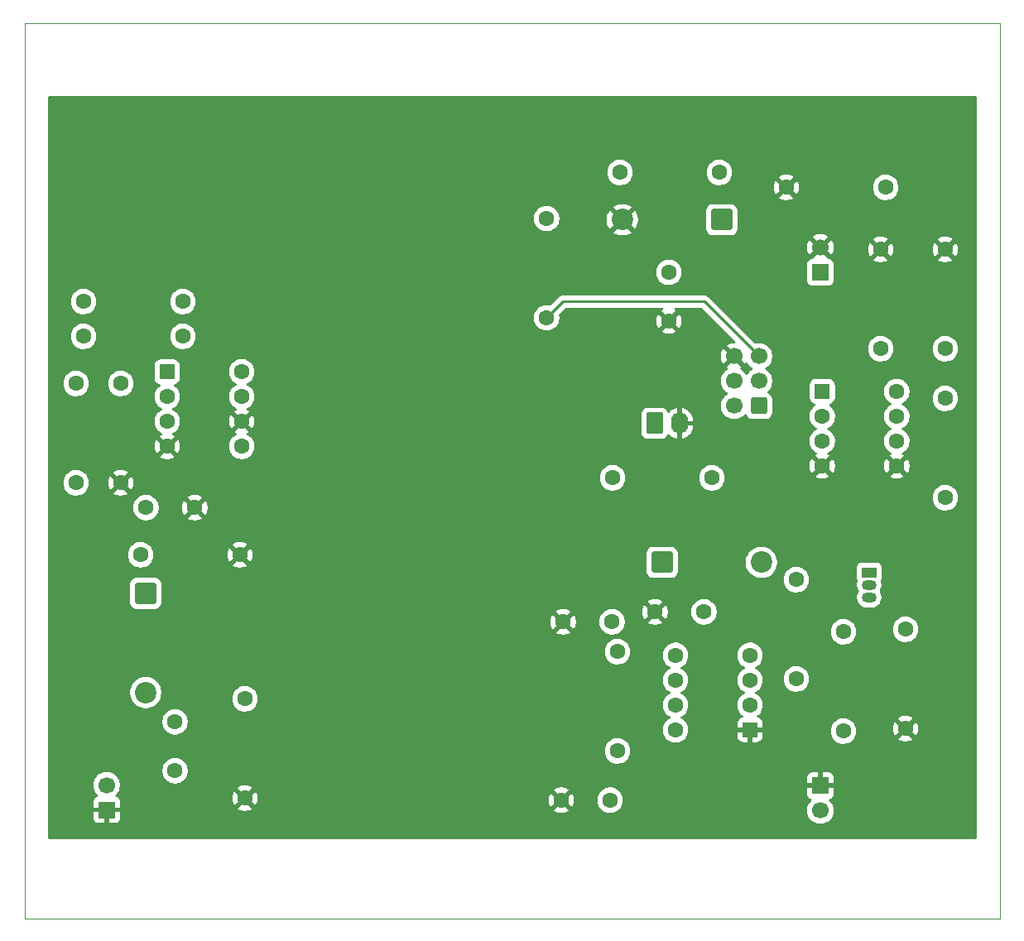
<source format=gbl>
G04 #@! TF.GenerationSoftware,KiCad,Pcbnew,9.0.4*
G04 #@! TF.CreationDate,2025-11-02T00:00:01-05:00*
G04 #@! TF.ProjectId,ece_445_low_power_stripped,6563655f-3434-4355-9f6c-6f775f706f77,rev?*
G04 #@! TF.SameCoordinates,Original*
G04 #@! TF.FileFunction,Copper,L2,Bot*
G04 #@! TF.FilePolarity,Positive*
%FSLAX46Y46*%
G04 Gerber Fmt 4.6, Leading zero omitted, Abs format (unit mm)*
G04 Created by KiCad (PCBNEW 9.0.4) date 2025-11-02 00:00:01*
%MOMM*%
%LPD*%
G01*
G04 APERTURE LIST*
G04 Aperture macros list*
%AMRoundRect*
0 Rectangle with rounded corners*
0 $1 Rounding radius*
0 $2 $3 $4 $5 $6 $7 $8 $9 X,Y pos of 4 corners*
0 Add a 4 corners polygon primitive as box body*
4,1,4,$2,$3,$4,$5,$6,$7,$8,$9,$2,$3,0*
0 Add four circle primitives for the rounded corners*
1,1,$1+$1,$2,$3*
1,1,$1+$1,$4,$5*
1,1,$1+$1,$6,$7*
1,1,$1+$1,$8,$9*
0 Add four rect primitives between the rounded corners*
20,1,$1+$1,$2,$3,$4,$5,0*
20,1,$1+$1,$4,$5,$6,$7,0*
20,1,$1+$1,$6,$7,$8,$9,0*
20,1,$1+$1,$8,$9,$2,$3,0*%
G04 Aperture macros list end*
G04 #@! TA.AperFunction,ComponentPad*
%ADD10C,1.600000*%
G04 #@! TD*
G04 #@! TA.AperFunction,ComponentPad*
%ADD11RoundRect,0.250000X-0.550000X-0.550000X0.550000X-0.550000X0.550000X0.550000X-0.550000X0.550000X0*%
G04 #@! TD*
G04 #@! TA.AperFunction,ComponentPad*
%ADD12R,1.500000X1.050000*%
G04 #@! TD*
G04 #@! TA.AperFunction,ComponentPad*
%ADD13O,1.500000X1.050000*%
G04 #@! TD*
G04 #@! TA.AperFunction,ComponentPad*
%ADD14R,1.700000X1.700000*%
G04 #@! TD*
G04 #@! TA.AperFunction,ComponentPad*
%ADD15C,1.700000*%
G04 #@! TD*
G04 #@! TA.AperFunction,ComponentPad*
%ADD16RoundRect,0.250000X-0.620000X-0.845000X0.620000X-0.845000X0.620000X0.845000X-0.620000X0.845000X0*%
G04 #@! TD*
G04 #@! TA.AperFunction,ComponentPad*
%ADD17O,1.740000X2.190000*%
G04 #@! TD*
G04 #@! TA.AperFunction,ComponentPad*
%ADD18RoundRect,0.249999X0.850001X0.850001X-0.850001X0.850001X-0.850001X-0.850001X0.850001X-0.850001X0*%
G04 #@! TD*
G04 #@! TA.AperFunction,ComponentPad*
%ADD19C,2.200000*%
G04 #@! TD*
G04 #@! TA.AperFunction,ComponentPad*
%ADD20RoundRect,0.250000X0.550000X0.550000X-0.550000X0.550000X-0.550000X-0.550000X0.550000X-0.550000X0*%
G04 #@! TD*
G04 #@! TA.AperFunction,ComponentPad*
%ADD21RoundRect,0.250000X0.600000X0.600000X-0.600000X0.600000X-0.600000X-0.600000X0.600000X-0.600000X0*%
G04 #@! TD*
G04 #@! TA.AperFunction,ComponentPad*
%ADD22RoundRect,0.249999X-0.850001X0.850001X-0.850001X-0.850001X0.850001X-0.850001X0.850001X0.850001X0*%
G04 #@! TD*
G04 #@! TA.AperFunction,ComponentPad*
%ADD23RoundRect,0.249999X-0.850001X-0.850001X0.850001X-0.850001X0.850001X0.850001X-0.850001X0.850001X0*%
G04 #@! TD*
G04 #@! TA.AperFunction,ViaPad*
%ADD24C,0.600000*%
G04 #@! TD*
G04 #@! TA.AperFunction,Conductor*
%ADD25C,0.254000*%
G04 #@! TD*
G04 #@! TA.AperFunction,Profile*
%ADD26C,0.050000*%
G04 #@! TD*
G04 APERTURE END LIST*
D10*
X129794000Y-70094000D03*
X119634000Y-70094000D03*
D11*
X128195000Y-73720000D03*
D10*
X128195000Y-76260000D03*
X128195000Y-78800000D03*
X128195000Y-81340000D03*
X135815000Y-81340000D03*
X135815000Y-78800000D03*
X135815000Y-76260000D03*
X135815000Y-73720000D03*
D11*
X195195000Y-75720000D03*
D10*
X195195000Y-78260000D03*
X195195000Y-80800000D03*
X195195000Y-83340000D03*
X202815000Y-83340000D03*
X202815000Y-80800000D03*
X202815000Y-78260000D03*
X202815000Y-75720000D03*
X125476000Y-92446000D03*
X135636000Y-92446000D03*
X173752000Y-84572000D03*
X183912000Y-84572000D03*
X203708000Y-110226000D03*
X203708000Y-100066000D03*
X179500000Y-68530000D03*
X179500000Y-63530000D03*
X173500000Y-117530000D03*
X168500000Y-117530000D03*
X192532000Y-94986000D03*
X192532000Y-105146000D03*
D12*
X200000000Y-94260000D03*
D13*
X200000000Y-95530000D03*
X200000000Y-96800000D03*
D10*
X126024000Y-87620000D03*
X131024000Y-87620000D03*
D14*
X195000000Y-63530000D03*
D15*
X195000000Y-60990000D03*
D10*
X207772000Y-86604000D03*
X207772000Y-76444000D03*
X178094000Y-98288000D03*
X183094000Y-98288000D03*
X129000000Y-114530000D03*
X129000000Y-109530000D03*
D16*
X178054000Y-78984000D03*
D17*
X180594000Y-78984000D03*
D10*
X201168000Y-71364000D03*
X201168000Y-61204000D03*
X136144000Y-107178000D03*
X136144000Y-117338000D03*
D18*
X184912000Y-58156000D03*
D19*
X174752000Y-58156000D03*
D10*
X184658000Y-53330000D03*
X174498000Y-53330000D03*
X167000000Y-58030000D03*
X167000000Y-68190000D03*
X197358000Y-100320000D03*
X197358000Y-110480000D03*
X119634000Y-66538000D03*
X129794000Y-66538000D03*
X207772000Y-71364000D03*
X207772000Y-61204000D03*
X174244000Y-112512000D03*
X174244000Y-102352000D03*
X191516000Y-54854000D03*
X201676000Y-54854000D03*
D20*
X187805000Y-110340000D03*
D10*
X187805000Y-107800000D03*
X187805000Y-105260000D03*
X187805000Y-102720000D03*
X180185000Y-102720000D03*
X180185000Y-105260000D03*
X180185000Y-107800000D03*
X180185000Y-110340000D03*
D21*
X188722000Y-77206000D03*
D15*
X186182000Y-77206000D03*
X188722000Y-74666000D03*
X186182000Y-74666000D03*
X188722000Y-72126000D03*
X186182000Y-72126000D03*
D14*
X122000000Y-118530000D03*
D15*
X122000000Y-115990000D03*
D10*
X118872000Y-85080000D03*
X118872000Y-74920000D03*
D14*
X195000000Y-116063000D03*
D15*
X195000000Y-118603000D03*
D10*
X123444000Y-74920000D03*
X123444000Y-85080000D03*
D22*
X126000000Y-96370000D03*
D19*
X126000000Y-106530000D03*
D10*
X173696000Y-99304000D03*
X168696000Y-99304000D03*
D23*
X178816000Y-93208000D03*
D19*
X188976000Y-93208000D03*
D24*
X135000000Y-87000000D03*
X169000000Y-105000000D03*
X204500000Y-59000000D03*
X133000000Y-113000000D03*
X172000000Y-61500000D03*
X121000000Y-80000000D03*
X191500000Y-85000000D03*
X204000000Y-113000000D03*
X183500000Y-70000000D03*
D25*
X188722000Y-72126000D02*
X183126000Y-66530000D01*
X183126000Y-66530000D02*
X168660000Y-66530000D01*
X168660000Y-66530000D02*
X167000000Y-68190000D01*
G04 #@! TA.AperFunction,Conductor*
G36*
X187297270Y-72887717D02*
G01*
X187297270Y-72887716D01*
X187336622Y-72833555D01*
X187341232Y-72824507D01*
X187389205Y-72773709D01*
X187457025Y-72756912D01*
X187523161Y-72779447D01*
X187562204Y-72824504D01*
X187566949Y-72833817D01*
X187691890Y-73005786D01*
X187842213Y-73156109D01*
X188014182Y-73281050D01*
X188022946Y-73285516D01*
X188073742Y-73333491D01*
X188090536Y-73401312D01*
X188067998Y-73467447D01*
X188022946Y-73506484D01*
X188014182Y-73510949D01*
X187842213Y-73635890D01*
X187691890Y-73786213D01*
X187566949Y-73958182D01*
X187562484Y-73966946D01*
X187514509Y-74017742D01*
X187446688Y-74034536D01*
X187380553Y-74011998D01*
X187341516Y-73966946D01*
X187337050Y-73958182D01*
X187212109Y-73786213D01*
X187061786Y-73635890D01*
X186889817Y-73510949D01*
X186880504Y-73506204D01*
X186829707Y-73458230D01*
X186812912Y-73390409D01*
X186835449Y-73324274D01*
X186880507Y-73285232D01*
X186889555Y-73280622D01*
X186943716Y-73241270D01*
X186943717Y-73241270D01*
X186311408Y-72608962D01*
X186374993Y-72591925D01*
X186489007Y-72526099D01*
X186582099Y-72433007D01*
X186647925Y-72318993D01*
X186664962Y-72255408D01*
X187297270Y-72887717D01*
G37*
G04 #@! TD.AperFunction*
G04 #@! TA.AperFunction,Conductor*
G36*
X210943039Y-45519685D02*
G01*
X210988794Y-45572489D01*
X211000000Y-45624000D01*
X211000000Y-121376000D01*
X210980315Y-121443039D01*
X210927511Y-121488794D01*
X210876000Y-121500000D01*
X116124000Y-121500000D01*
X116056961Y-121480315D01*
X116011206Y-121427511D01*
X116000000Y-121376000D01*
X116000000Y-115883713D01*
X120649500Y-115883713D01*
X120649500Y-116096287D01*
X120659534Y-116159644D01*
X120679608Y-116286384D01*
X120682754Y-116306243D01*
X120703472Y-116370007D01*
X120748444Y-116508414D01*
X120844951Y-116697820D01*
X120969890Y-116869786D01*
X121083818Y-116983714D01*
X121117303Y-117045037D01*
X121112319Y-117114729D01*
X121070447Y-117170662D01*
X121039471Y-117187577D01*
X120907912Y-117236646D01*
X120907906Y-117236649D01*
X120792812Y-117322809D01*
X120792809Y-117322812D01*
X120706649Y-117437906D01*
X120706645Y-117437913D01*
X120656403Y-117572620D01*
X120656401Y-117572627D01*
X120650000Y-117632155D01*
X120650000Y-118280000D01*
X121566988Y-118280000D01*
X121534075Y-118337007D01*
X121500000Y-118464174D01*
X121500000Y-118595826D01*
X121534075Y-118722993D01*
X121566988Y-118780000D01*
X120650000Y-118780000D01*
X120650000Y-119427844D01*
X120656401Y-119487372D01*
X120656403Y-119487379D01*
X120706645Y-119622086D01*
X120706649Y-119622093D01*
X120792809Y-119737187D01*
X120792812Y-119737190D01*
X120907906Y-119823350D01*
X120907913Y-119823354D01*
X121042620Y-119873596D01*
X121042627Y-119873598D01*
X121102155Y-119879999D01*
X121102172Y-119880000D01*
X121750000Y-119880000D01*
X121750000Y-118963012D01*
X121807007Y-118995925D01*
X121934174Y-119030000D01*
X122065826Y-119030000D01*
X122192993Y-118995925D01*
X122250000Y-118963012D01*
X122250000Y-119880000D01*
X122897828Y-119880000D01*
X122897844Y-119879999D01*
X122957372Y-119873598D01*
X122957379Y-119873596D01*
X123092086Y-119823354D01*
X123092093Y-119823350D01*
X123207187Y-119737190D01*
X123207190Y-119737187D01*
X123293350Y-119622093D01*
X123293354Y-119622086D01*
X123343596Y-119487379D01*
X123343598Y-119487372D01*
X123349999Y-119427844D01*
X123350000Y-119427827D01*
X123350000Y-118780000D01*
X122433012Y-118780000D01*
X122465925Y-118722993D01*
X122500000Y-118595826D01*
X122500000Y-118464174D01*
X122465925Y-118337007D01*
X122433012Y-118280000D01*
X123350000Y-118280000D01*
X123350000Y-117632172D01*
X123349999Y-117632155D01*
X123343598Y-117572627D01*
X123343596Y-117572620D01*
X123293354Y-117437913D01*
X123293350Y-117437906D01*
X123207190Y-117322812D01*
X123207187Y-117322809D01*
X123092093Y-117236649D01*
X123092088Y-117236646D01*
X123089503Y-117235682D01*
X134844000Y-117235682D01*
X134844000Y-117440317D01*
X134876009Y-117642417D01*
X134939244Y-117837031D01*
X135032141Y-118019350D01*
X135032147Y-118019359D01*
X135064523Y-118063921D01*
X135064524Y-118063922D01*
X135744000Y-117384446D01*
X135744000Y-117390661D01*
X135771259Y-117492394D01*
X135823920Y-117583606D01*
X135898394Y-117658080D01*
X135989606Y-117710741D01*
X136091339Y-117738000D01*
X136097553Y-117738000D01*
X135418076Y-118417474D01*
X135462650Y-118449859D01*
X135644968Y-118542755D01*
X135839582Y-118605990D01*
X136041683Y-118638000D01*
X136246317Y-118638000D01*
X136448417Y-118605990D01*
X136643031Y-118542755D01*
X136821679Y-118451730D01*
X136825348Y-118449860D01*
X136869921Y-118417474D01*
X136190447Y-117738000D01*
X136196661Y-117738000D01*
X136298394Y-117710741D01*
X136389606Y-117658080D01*
X136464080Y-117583606D01*
X136516741Y-117492394D01*
X136544000Y-117390661D01*
X136544000Y-117384448D01*
X137223474Y-118063922D01*
X137223474Y-118063921D01*
X137255859Y-118019349D01*
X137348755Y-117837031D01*
X137411990Y-117642417D01*
X137444000Y-117440317D01*
X137444000Y-117427682D01*
X167200000Y-117427682D01*
X167200000Y-117632317D01*
X167232009Y-117834417D01*
X167295244Y-118029031D01*
X167388141Y-118211350D01*
X167388147Y-118211359D01*
X167420523Y-118255921D01*
X167420524Y-118255922D01*
X168100000Y-117576446D01*
X168100000Y-117582661D01*
X168127259Y-117684394D01*
X168179920Y-117775606D01*
X168254394Y-117850080D01*
X168345606Y-117902741D01*
X168447339Y-117930000D01*
X168453553Y-117930000D01*
X167774076Y-118609474D01*
X167818650Y-118641859D01*
X168000968Y-118734755D01*
X168195582Y-118797990D01*
X168397683Y-118830000D01*
X168602317Y-118830000D01*
X168804417Y-118797990D01*
X168999031Y-118734755D01*
X169181349Y-118641859D01*
X169225921Y-118609474D01*
X168546447Y-117930000D01*
X168552661Y-117930000D01*
X168654394Y-117902741D01*
X168745606Y-117850080D01*
X168820080Y-117775606D01*
X168872741Y-117684394D01*
X168900000Y-117582661D01*
X168900000Y-117576447D01*
X169579474Y-118255921D01*
X169611859Y-118211349D01*
X169704755Y-118029031D01*
X169767990Y-117834417D01*
X169800000Y-117632317D01*
X169800000Y-117427682D01*
X169799995Y-117427648D01*
X172199500Y-117427648D01*
X172199500Y-117632351D01*
X172231522Y-117834534D01*
X172294781Y-118029223D01*
X172346080Y-118129901D01*
X172387585Y-118211359D01*
X172387715Y-118211613D01*
X172508028Y-118377213D01*
X172652786Y-118521971D01*
X172754441Y-118595826D01*
X172818390Y-118642287D01*
X172934607Y-118701503D01*
X173000776Y-118735218D01*
X173000778Y-118735218D01*
X173000781Y-118735220D01*
X173105137Y-118769127D01*
X173195465Y-118798477D01*
X173296557Y-118814488D01*
X173397648Y-118830500D01*
X173397649Y-118830500D01*
X173602351Y-118830500D01*
X173602352Y-118830500D01*
X173804534Y-118798477D01*
X173999219Y-118735220D01*
X174181610Y-118642287D01*
X174274590Y-118574732D01*
X174347213Y-118521971D01*
X174347215Y-118521968D01*
X174347219Y-118521966D01*
X174372472Y-118496713D01*
X193649500Y-118496713D01*
X193649500Y-118709287D01*
X193682754Y-118919243D01*
X193718741Y-119030000D01*
X193748444Y-119121414D01*
X193844951Y-119310820D01*
X193969890Y-119482786D01*
X194120213Y-119633109D01*
X194292179Y-119758048D01*
X194292181Y-119758049D01*
X194292184Y-119758051D01*
X194481588Y-119854557D01*
X194683757Y-119920246D01*
X194893713Y-119953500D01*
X194893714Y-119953500D01*
X195106286Y-119953500D01*
X195106287Y-119953500D01*
X195316243Y-119920246D01*
X195518412Y-119854557D01*
X195707816Y-119758051D01*
X195736533Y-119737187D01*
X195879786Y-119633109D01*
X195879788Y-119633106D01*
X195879792Y-119633104D01*
X196030104Y-119482792D01*
X196030106Y-119482788D01*
X196030109Y-119482786D01*
X196155048Y-119310820D01*
X196155047Y-119310820D01*
X196155051Y-119310816D01*
X196251557Y-119121412D01*
X196317246Y-118919243D01*
X196350500Y-118709287D01*
X196350500Y-118496713D01*
X196317246Y-118286757D01*
X196251557Y-118084588D01*
X196155051Y-117895184D01*
X196155049Y-117895181D01*
X196155048Y-117895179D01*
X196030109Y-117723213D01*
X195916181Y-117609285D01*
X195882696Y-117547962D01*
X195887680Y-117478270D01*
X195929552Y-117422337D01*
X195960529Y-117405422D01*
X196092086Y-117356354D01*
X196092093Y-117356350D01*
X196207187Y-117270190D01*
X196207190Y-117270187D01*
X196293350Y-117155093D01*
X196293354Y-117155086D01*
X196343596Y-117020379D01*
X196343598Y-117020372D01*
X196349999Y-116960844D01*
X196350000Y-116960827D01*
X196350000Y-116313000D01*
X195433012Y-116313000D01*
X195465925Y-116255993D01*
X195500000Y-116128826D01*
X195500000Y-115997174D01*
X195465925Y-115870007D01*
X195433012Y-115813000D01*
X196350000Y-115813000D01*
X196350000Y-115165172D01*
X196349999Y-115165155D01*
X196343598Y-115105627D01*
X196343596Y-115105620D01*
X196293354Y-114970913D01*
X196293350Y-114970906D01*
X196207190Y-114855812D01*
X196207187Y-114855809D01*
X196092093Y-114769649D01*
X196092086Y-114769645D01*
X195957379Y-114719403D01*
X195957372Y-114719401D01*
X195897844Y-114713000D01*
X195250000Y-114713000D01*
X195250000Y-115629988D01*
X195192993Y-115597075D01*
X195065826Y-115563000D01*
X194934174Y-115563000D01*
X194807007Y-115597075D01*
X194750000Y-115629988D01*
X194750000Y-114713000D01*
X194102155Y-114713000D01*
X194042627Y-114719401D01*
X194042620Y-114719403D01*
X193907913Y-114769645D01*
X193907906Y-114769649D01*
X193792812Y-114855809D01*
X193792809Y-114855812D01*
X193706649Y-114970906D01*
X193706645Y-114970913D01*
X193656403Y-115105620D01*
X193656401Y-115105627D01*
X193650000Y-115165155D01*
X193650000Y-115813000D01*
X194566988Y-115813000D01*
X194534075Y-115870007D01*
X194500000Y-115997174D01*
X194500000Y-116128826D01*
X194534075Y-116255993D01*
X194566988Y-116313000D01*
X193650000Y-116313000D01*
X193650000Y-116960844D01*
X193656401Y-117020372D01*
X193656403Y-117020379D01*
X193706645Y-117155086D01*
X193706649Y-117155093D01*
X193792809Y-117270187D01*
X193792812Y-117270190D01*
X193907906Y-117356350D01*
X193907913Y-117356354D01*
X194039470Y-117405422D01*
X194095404Y-117447293D01*
X194119821Y-117512758D01*
X194104969Y-117581031D01*
X194083819Y-117609285D01*
X193969889Y-117723215D01*
X193844951Y-117895179D01*
X193748444Y-118084585D01*
X193682753Y-118286760D01*
X193674795Y-118337007D01*
X193649500Y-118496713D01*
X174372472Y-118496713D01*
X174491966Y-118377219D01*
X174491968Y-118377215D01*
X174491971Y-118377213D01*
X174562599Y-118280000D01*
X174612287Y-118211610D01*
X174705220Y-118029219D01*
X174768477Y-117834534D01*
X174800500Y-117632352D01*
X174800500Y-117427648D01*
X174777960Y-117285339D01*
X174768477Y-117225465D01*
X174725239Y-117092394D01*
X174705220Y-117030781D01*
X174705218Y-117030778D01*
X174705218Y-117030776D01*
X174669577Y-116960827D01*
X174612287Y-116848390D01*
X174580092Y-116804077D01*
X174491971Y-116682786D01*
X174347213Y-116538028D01*
X174181613Y-116417715D01*
X174181612Y-116417714D01*
X174181610Y-116417713D01*
X174087982Y-116370007D01*
X173999223Y-116324781D01*
X173804534Y-116261522D01*
X173629995Y-116233878D01*
X173602352Y-116229500D01*
X173397648Y-116229500D01*
X173373329Y-116233351D01*
X173195465Y-116261522D01*
X173000776Y-116324781D01*
X172818386Y-116417715D01*
X172652786Y-116538028D01*
X172508028Y-116682786D01*
X172387715Y-116848386D01*
X172294781Y-117030776D01*
X172231522Y-117225465D01*
X172199500Y-117427648D01*
X169799995Y-117427648D01*
X169767990Y-117225582D01*
X169704755Y-117030968D01*
X169611859Y-116848650D01*
X169579474Y-116804077D01*
X169579474Y-116804076D01*
X168900000Y-117483551D01*
X168900000Y-117477339D01*
X168872741Y-117375606D01*
X168820080Y-117284394D01*
X168745606Y-117209920D01*
X168654394Y-117157259D01*
X168552661Y-117130000D01*
X168546446Y-117130000D01*
X169225922Y-116450524D01*
X169225921Y-116450523D01*
X169181359Y-116418147D01*
X169181350Y-116418141D01*
X168999031Y-116325244D01*
X168804417Y-116262009D01*
X168602317Y-116230000D01*
X168397683Y-116230000D01*
X168195582Y-116262009D01*
X168000968Y-116325244D01*
X167818644Y-116418143D01*
X167774077Y-116450523D01*
X167774077Y-116450524D01*
X168453554Y-117130000D01*
X168447339Y-117130000D01*
X168345606Y-117157259D01*
X168254394Y-117209920D01*
X168179920Y-117284394D01*
X168127259Y-117375606D01*
X168100000Y-117477339D01*
X168100000Y-117483553D01*
X167420524Y-116804077D01*
X167420523Y-116804077D01*
X167388143Y-116848644D01*
X167295244Y-117030968D01*
X167232009Y-117225582D01*
X167200000Y-117427682D01*
X137444000Y-117427682D01*
X137444000Y-117235682D01*
X137411990Y-117033582D01*
X137348755Y-116838968D01*
X137255859Y-116656650D01*
X137223474Y-116612077D01*
X137223474Y-116612076D01*
X136544000Y-117291551D01*
X136544000Y-117285339D01*
X136516741Y-117183606D01*
X136464080Y-117092394D01*
X136389606Y-117017920D01*
X136298394Y-116965259D01*
X136196661Y-116938000D01*
X136190446Y-116938000D01*
X136869922Y-116258524D01*
X136869921Y-116258523D01*
X136825359Y-116226147D01*
X136825350Y-116226141D01*
X136643031Y-116133244D01*
X136448417Y-116070009D01*
X136246317Y-116038000D01*
X136041683Y-116038000D01*
X135839582Y-116070009D01*
X135644968Y-116133244D01*
X135462644Y-116226143D01*
X135418077Y-116258523D01*
X135418077Y-116258524D01*
X136097554Y-116938000D01*
X136091339Y-116938000D01*
X135989606Y-116965259D01*
X135898394Y-117017920D01*
X135823920Y-117092394D01*
X135771259Y-117183606D01*
X135744000Y-117285339D01*
X135744000Y-117291553D01*
X135064524Y-116612077D01*
X135064523Y-116612077D01*
X135032143Y-116656644D01*
X134939244Y-116838968D01*
X134876009Y-117033582D01*
X134844000Y-117235682D01*
X123089503Y-117235682D01*
X122960528Y-117187577D01*
X122904595Y-117145705D01*
X122880178Y-117080241D01*
X122895030Y-117011968D01*
X122916175Y-116983720D01*
X123030104Y-116869792D01*
X123045465Y-116848650D01*
X123155048Y-116697820D01*
X123155047Y-116697820D01*
X123155051Y-116697816D01*
X123251557Y-116508412D01*
X123317246Y-116306243D01*
X123350500Y-116096287D01*
X123350500Y-115883713D01*
X123317246Y-115673757D01*
X123251557Y-115471588D01*
X123155051Y-115282184D01*
X123155049Y-115282181D01*
X123155048Y-115282179D01*
X123030109Y-115110213D01*
X122879786Y-114959890D01*
X122707820Y-114834951D01*
X122518414Y-114738444D01*
X122518413Y-114738443D01*
X122518412Y-114738443D01*
X122316243Y-114672754D01*
X122316241Y-114672753D01*
X122316240Y-114672753D01*
X122154957Y-114647208D01*
X122106287Y-114639500D01*
X121893713Y-114639500D01*
X121845042Y-114647208D01*
X121683760Y-114672753D01*
X121481585Y-114738444D01*
X121292179Y-114834951D01*
X121120213Y-114959890D01*
X120969890Y-115110213D01*
X120844951Y-115282179D01*
X120748444Y-115471585D01*
X120748443Y-115471587D01*
X120748443Y-115471588D01*
X120718741Y-115563000D01*
X120682753Y-115673760D01*
X120673019Y-115735218D01*
X120649500Y-115883713D01*
X116000000Y-115883713D01*
X116000000Y-114427648D01*
X127699500Y-114427648D01*
X127699500Y-114632351D01*
X127731522Y-114834534D01*
X127794781Y-115029223D01*
X127887715Y-115211613D01*
X128008028Y-115377213D01*
X128152786Y-115521971D01*
X128307749Y-115634556D01*
X128318390Y-115642287D01*
X128434607Y-115701503D01*
X128500776Y-115735218D01*
X128500778Y-115735218D01*
X128500781Y-115735220D01*
X128564714Y-115755993D01*
X128695465Y-115798477D01*
X128787159Y-115813000D01*
X128897648Y-115830500D01*
X128897649Y-115830500D01*
X129102351Y-115830500D01*
X129102352Y-115830500D01*
X129304534Y-115798477D01*
X129499219Y-115735220D01*
X129681610Y-115642287D01*
X129790740Y-115563000D01*
X129847213Y-115521971D01*
X129847215Y-115521968D01*
X129847219Y-115521966D01*
X129991966Y-115377219D01*
X129991968Y-115377215D01*
X129991971Y-115377213D01*
X130112284Y-115211614D01*
X130112285Y-115211613D01*
X130112287Y-115211610D01*
X130205220Y-115029219D01*
X130268477Y-114834534D01*
X130300500Y-114632352D01*
X130300500Y-114427648D01*
X130268477Y-114225466D01*
X130205220Y-114030781D01*
X130205218Y-114030778D01*
X130205218Y-114030776D01*
X130171503Y-113964607D01*
X130112287Y-113848390D01*
X130062946Y-113780477D01*
X129991971Y-113682786D01*
X129847213Y-113538028D01*
X129681613Y-113417715D01*
X129681612Y-113417714D01*
X129681610Y-113417713D01*
X129624653Y-113388691D01*
X129499223Y-113324781D01*
X129304534Y-113261522D01*
X129129995Y-113233878D01*
X129102352Y-113229500D01*
X128897648Y-113229500D01*
X128873329Y-113233351D01*
X128695465Y-113261522D01*
X128500776Y-113324781D01*
X128318386Y-113417715D01*
X128152786Y-113538028D01*
X128008028Y-113682786D01*
X127887715Y-113848386D01*
X127794781Y-114030776D01*
X127731522Y-114225465D01*
X127699500Y-114427648D01*
X116000000Y-114427648D01*
X116000000Y-112409648D01*
X172943500Y-112409648D01*
X172943500Y-112614351D01*
X172975522Y-112816534D01*
X173038781Y-113011223D01*
X173131715Y-113193613D01*
X173252028Y-113359213D01*
X173396786Y-113503971D01*
X173551749Y-113616556D01*
X173562390Y-113624287D01*
X173677191Y-113682781D01*
X173744776Y-113717218D01*
X173744778Y-113717218D01*
X173744781Y-113717220D01*
X173849137Y-113751127D01*
X173939465Y-113780477D01*
X174040557Y-113796488D01*
X174141648Y-113812500D01*
X174141649Y-113812500D01*
X174346351Y-113812500D01*
X174346352Y-113812500D01*
X174548534Y-113780477D01*
X174743219Y-113717220D01*
X174925610Y-113624287D01*
X175044328Y-113538034D01*
X175091213Y-113503971D01*
X175091215Y-113503968D01*
X175091219Y-113503966D01*
X175235966Y-113359219D01*
X175235968Y-113359215D01*
X175235971Y-113359213D01*
X175288732Y-113286590D01*
X175356287Y-113193610D01*
X175449220Y-113011219D01*
X175512477Y-112816534D01*
X175544500Y-112614352D01*
X175544500Y-112409648D01*
X175512477Y-112207466D01*
X175449220Y-112012781D01*
X175449218Y-112012778D01*
X175449218Y-112012776D01*
X175415503Y-111946607D01*
X175356287Y-111830390D01*
X175320040Y-111780500D01*
X175235971Y-111664786D01*
X175091213Y-111520028D01*
X174925613Y-111399715D01*
X174925612Y-111399714D01*
X174925610Y-111399713D01*
X174844421Y-111358345D01*
X174743223Y-111306781D01*
X174548534Y-111243522D01*
X174373995Y-111215878D01*
X174346352Y-111211500D01*
X174141648Y-111211500D01*
X174117329Y-111215351D01*
X173939465Y-111243522D01*
X173744776Y-111306781D01*
X173562386Y-111399715D01*
X173396786Y-111520028D01*
X173252028Y-111664786D01*
X173131715Y-111830386D01*
X173038781Y-112012776D01*
X172975522Y-112207465D01*
X172943500Y-112409648D01*
X116000000Y-112409648D01*
X116000000Y-109427648D01*
X127699500Y-109427648D01*
X127699500Y-109632351D01*
X127731522Y-109834534D01*
X127794781Y-110029223D01*
X127827988Y-110094394D01*
X127874463Y-110185606D01*
X127887715Y-110211613D01*
X128008028Y-110377213D01*
X128152786Y-110521971D01*
X128295973Y-110626000D01*
X128318390Y-110642287D01*
X128434607Y-110701503D01*
X128500776Y-110735218D01*
X128500778Y-110735218D01*
X128500781Y-110735220D01*
X128605137Y-110769127D01*
X128695465Y-110798477D01*
X128796557Y-110814488D01*
X128897648Y-110830500D01*
X128897649Y-110830500D01*
X129102351Y-110830500D01*
X129102352Y-110830500D01*
X129304534Y-110798477D01*
X129499219Y-110735220D01*
X129681610Y-110642287D01*
X129814029Y-110546080D01*
X129847213Y-110521971D01*
X129847215Y-110521968D01*
X129847219Y-110521966D01*
X129991966Y-110377219D01*
X129991968Y-110377215D01*
X129991971Y-110377213D01*
X130101831Y-110226001D01*
X130112287Y-110211610D01*
X130205220Y-110029219D01*
X130268477Y-109834534D01*
X130300500Y-109632352D01*
X130300500Y-109427648D01*
X130268477Y-109225466D01*
X130263946Y-109211522D01*
X130227873Y-109100500D01*
X130205220Y-109030781D01*
X130205218Y-109030778D01*
X130205218Y-109030776D01*
X130151831Y-108926000D01*
X130112287Y-108848390D01*
X130071293Y-108791966D01*
X129991971Y-108682786D01*
X129847213Y-108538028D01*
X129681613Y-108417715D01*
X129681612Y-108417714D01*
X129681610Y-108417713D01*
X129613910Y-108383218D01*
X129499223Y-108324781D01*
X129304534Y-108261522D01*
X129129995Y-108233878D01*
X129102352Y-108229500D01*
X128897648Y-108229500D01*
X128873329Y-108233351D01*
X128695465Y-108261522D01*
X128500776Y-108324781D01*
X128318386Y-108417715D01*
X128152786Y-108538028D01*
X128008028Y-108682786D01*
X127887715Y-108848386D01*
X127794781Y-109030776D01*
X127731522Y-109225465D01*
X127699500Y-109427648D01*
X116000000Y-109427648D01*
X116000000Y-106404038D01*
X124399500Y-106404038D01*
X124399500Y-106655962D01*
X124403114Y-106678781D01*
X124438910Y-106904785D01*
X124516760Y-107144383D01*
X124631132Y-107368848D01*
X124779201Y-107572649D01*
X124779205Y-107572654D01*
X124957345Y-107750794D01*
X124957350Y-107750798D01*
X125107118Y-107859610D01*
X125161155Y-107898870D01*
X125304184Y-107971747D01*
X125385616Y-108013239D01*
X125385618Y-108013239D01*
X125385621Y-108013241D01*
X125625215Y-108091090D01*
X125874038Y-108130500D01*
X125874039Y-108130500D01*
X126125961Y-108130500D01*
X126125962Y-108130500D01*
X126374785Y-108091090D01*
X126614379Y-108013241D01*
X126838845Y-107898870D01*
X127042656Y-107750793D01*
X127220793Y-107572656D01*
X127368870Y-107368845D01*
X127483241Y-107144379D01*
X127505573Y-107075648D01*
X134843500Y-107075648D01*
X134843500Y-107280351D01*
X134875522Y-107482534D01*
X134938781Y-107677223D01*
X135031715Y-107859613D01*
X135152028Y-108025213D01*
X135296786Y-108169971D01*
X135422798Y-108261522D01*
X135462390Y-108290287D01*
X135578607Y-108349503D01*
X135644776Y-108383218D01*
X135644778Y-108383218D01*
X135644781Y-108383220D01*
X135749137Y-108417127D01*
X135839465Y-108446477D01*
X135940557Y-108462488D01*
X136041648Y-108478500D01*
X136041649Y-108478500D01*
X136246351Y-108478500D01*
X136246352Y-108478500D01*
X136448534Y-108446477D01*
X136643219Y-108383220D01*
X136825610Y-108290287D01*
X136918590Y-108222732D01*
X136991213Y-108169971D01*
X136991215Y-108169968D01*
X136991219Y-108169966D01*
X137135966Y-108025219D01*
X137135968Y-108025215D01*
X137135971Y-108025213D01*
X137227765Y-107898867D01*
X137256287Y-107859610D01*
X137349220Y-107677219D01*
X137412477Y-107482534D01*
X137444500Y-107280352D01*
X137444500Y-107075648D01*
X137425040Y-106952786D01*
X137412477Y-106873465D01*
X137383127Y-106783137D01*
X137349220Y-106678781D01*
X137349218Y-106678778D01*
X137349218Y-106678776D01*
X137274188Y-106531523D01*
X137256287Y-106496390D01*
X137233641Y-106465220D01*
X137135971Y-106330786D01*
X136991213Y-106186028D01*
X136825613Y-106065715D01*
X136825612Y-106065714D01*
X136825610Y-106065713D01*
X136768653Y-106036691D01*
X136643223Y-105972781D01*
X136448534Y-105909522D01*
X136273995Y-105881878D01*
X136246352Y-105877500D01*
X136041648Y-105877500D01*
X136017329Y-105881351D01*
X135839465Y-105909522D01*
X135644776Y-105972781D01*
X135462386Y-106065715D01*
X135296786Y-106186028D01*
X135152028Y-106330786D01*
X135031715Y-106496386D01*
X134938781Y-106678776D01*
X134875522Y-106873465D01*
X134843500Y-107075648D01*
X127505573Y-107075648D01*
X127528003Y-107006613D01*
X127561089Y-106904789D01*
X127561089Y-106904788D01*
X127561090Y-106904785D01*
X127600500Y-106655962D01*
X127600500Y-106404038D01*
X127561090Y-106155215D01*
X127483241Y-105915621D01*
X127483239Y-105915618D01*
X127483239Y-105915616D01*
X127403550Y-105759219D01*
X127368870Y-105691155D01*
X127276875Y-105564534D01*
X127220798Y-105487350D01*
X127220794Y-105487345D01*
X127042654Y-105309205D01*
X127042649Y-105309201D01*
X126838848Y-105161132D01*
X126838847Y-105161131D01*
X126838845Y-105161130D01*
X126768747Y-105125413D01*
X126614383Y-105046760D01*
X126374785Y-104968910D01*
X126125962Y-104929500D01*
X125874038Y-104929500D01*
X125749626Y-104949205D01*
X125625214Y-104968910D01*
X125385616Y-105046760D01*
X125161151Y-105161132D01*
X124957350Y-105309201D01*
X124957345Y-105309205D01*
X124779205Y-105487345D01*
X124779201Y-105487350D01*
X124631132Y-105691151D01*
X124516760Y-105915616D01*
X124444513Y-106137971D01*
X124438910Y-106155215D01*
X124399500Y-106404038D01*
X116000000Y-106404038D01*
X116000000Y-102249648D01*
X172943500Y-102249648D01*
X172943500Y-102454351D01*
X172975522Y-102656534D01*
X173038781Y-102851223D01*
X173131715Y-103033613D01*
X173252028Y-103199213D01*
X173396786Y-103343971D01*
X173551749Y-103456556D01*
X173562390Y-103464287D01*
X173678607Y-103523503D01*
X173744776Y-103557218D01*
X173744778Y-103557218D01*
X173744781Y-103557220D01*
X173849137Y-103591127D01*
X173939465Y-103620477D01*
X174040557Y-103636488D01*
X174141648Y-103652500D01*
X174141649Y-103652500D01*
X174346351Y-103652500D01*
X174346352Y-103652500D01*
X174548534Y-103620477D01*
X174743219Y-103557220D01*
X174925610Y-103464287D01*
X175018590Y-103396732D01*
X175091213Y-103343971D01*
X175091215Y-103343968D01*
X175091219Y-103343966D01*
X175235966Y-103199219D01*
X175235968Y-103199215D01*
X175235971Y-103199213D01*
X175288732Y-103126590D01*
X175356287Y-103033610D01*
X175449220Y-102851219D01*
X175512477Y-102656534D01*
X175518636Y-102617648D01*
X178884500Y-102617648D01*
X178884500Y-102822351D01*
X178916522Y-103024534D01*
X178979781Y-103219223D01*
X179072715Y-103401613D01*
X179193028Y-103567213D01*
X179337786Y-103711971D01*
X179492749Y-103824556D01*
X179503390Y-103832287D01*
X179592169Y-103877522D01*
X179596080Y-103879515D01*
X179646876Y-103927490D01*
X179663671Y-103995311D01*
X179641134Y-104061446D01*
X179596080Y-104100485D01*
X179503386Y-104147715D01*
X179337786Y-104268028D01*
X179193028Y-104412786D01*
X179072715Y-104578386D01*
X178979781Y-104760776D01*
X178916522Y-104955465D01*
X178884500Y-105157648D01*
X178884500Y-105362351D01*
X178916522Y-105564534D01*
X178979781Y-105759223D01*
X179040047Y-105877500D01*
X179059468Y-105915616D01*
X179072715Y-105941613D01*
X179193028Y-106107213D01*
X179337786Y-106251971D01*
X179492749Y-106364556D01*
X179503390Y-106372287D01*
X179594840Y-106418883D01*
X179596080Y-106419515D01*
X179646876Y-106467490D01*
X179663671Y-106535311D01*
X179641134Y-106601446D01*
X179596080Y-106640485D01*
X179503386Y-106687715D01*
X179337786Y-106808028D01*
X179193028Y-106952786D01*
X179072715Y-107118386D01*
X178979781Y-107300776D01*
X178916522Y-107495465D01*
X178884500Y-107697648D01*
X178884500Y-107902351D01*
X178916522Y-108104534D01*
X178979781Y-108299223D01*
X179040156Y-108417713D01*
X179071128Y-108478500D01*
X179072715Y-108481613D01*
X179193028Y-108647213D01*
X179337786Y-108791971D01*
X179492749Y-108904556D01*
X179503390Y-108912287D01*
X179593124Y-108958009D01*
X179596080Y-108959515D01*
X179646876Y-109007490D01*
X179663671Y-109075311D01*
X179641134Y-109141446D01*
X179596080Y-109180485D01*
X179503386Y-109227715D01*
X179337786Y-109348028D01*
X179193028Y-109492786D01*
X179072715Y-109658386D01*
X178979781Y-109840776D01*
X178916522Y-110035465D01*
X178884500Y-110237648D01*
X178884500Y-110442351D01*
X178916522Y-110644534D01*
X178979781Y-110839223D01*
X179072715Y-111021613D01*
X179193028Y-111187213D01*
X179337786Y-111331971D01*
X179492749Y-111444556D01*
X179503390Y-111452287D01*
X179585237Y-111493990D01*
X179685776Y-111545218D01*
X179685778Y-111545218D01*
X179685781Y-111545220D01*
X179775459Y-111574358D01*
X179880465Y-111608477D01*
X179981557Y-111624488D01*
X180082648Y-111640500D01*
X180082649Y-111640500D01*
X180287351Y-111640500D01*
X180287352Y-111640500D01*
X180489534Y-111608477D01*
X180684219Y-111545220D01*
X180866610Y-111452287D01*
X180959590Y-111384732D01*
X181032213Y-111331971D01*
X181032215Y-111331968D01*
X181032219Y-111331966D01*
X181176966Y-111187219D01*
X181176968Y-111187215D01*
X181176971Y-111187213D01*
X181229732Y-111114590D01*
X181297287Y-111021610D01*
X181390220Y-110839219D01*
X181453477Y-110644534D01*
X181485500Y-110442352D01*
X181485500Y-110237648D01*
X181467449Y-110123682D01*
X181453477Y-110035465D01*
X181411385Y-109905920D01*
X181390220Y-109840781D01*
X181390218Y-109840778D01*
X181390218Y-109840776D01*
X181356503Y-109774607D01*
X181297287Y-109658390D01*
X181278681Y-109632781D01*
X181176971Y-109492786D01*
X181032213Y-109348028D01*
X180866614Y-109227715D01*
X180834833Y-109211522D01*
X180773917Y-109180483D01*
X180723123Y-109132511D01*
X180706328Y-109064690D01*
X180728865Y-108998555D01*
X180773917Y-108959516D01*
X180866610Y-108912287D01*
X180887770Y-108896913D01*
X181032213Y-108791971D01*
X181032215Y-108791968D01*
X181032219Y-108791966D01*
X181176966Y-108647219D01*
X181176968Y-108647215D01*
X181176971Y-108647213D01*
X181256297Y-108538028D01*
X181297287Y-108481610D01*
X181390220Y-108299219D01*
X181453477Y-108104534D01*
X181485500Y-107902352D01*
X181485500Y-107697648D01*
X181453477Y-107495466D01*
X181390220Y-107300781D01*
X181390218Y-107300778D01*
X181390218Y-107300776D01*
X181356503Y-107234607D01*
X181297287Y-107118390D01*
X181289556Y-107107749D01*
X181176971Y-106952786D01*
X181032213Y-106808028D01*
X180866614Y-106687715D01*
X180804293Y-106655961D01*
X180773917Y-106640483D01*
X180723123Y-106592511D01*
X180706328Y-106524690D01*
X180728865Y-106458555D01*
X180773917Y-106419516D01*
X180866610Y-106372287D01*
X180887770Y-106356913D01*
X181032213Y-106251971D01*
X181032215Y-106251968D01*
X181032219Y-106251966D01*
X181176966Y-106107219D01*
X181176968Y-106107215D01*
X181176971Y-106107213D01*
X181259791Y-105993219D01*
X181297287Y-105941610D01*
X181390220Y-105759219D01*
X181453477Y-105564534D01*
X181485500Y-105362352D01*
X181485500Y-105157648D01*
X181467444Y-105043648D01*
X181453477Y-104955465D01*
X181390218Y-104760776D01*
X181332131Y-104646776D01*
X181297287Y-104578390D01*
X181289556Y-104567749D01*
X181176971Y-104412786D01*
X181032213Y-104268028D01*
X180866614Y-104147715D01*
X180860006Y-104144348D01*
X180773917Y-104100483D01*
X180723123Y-104052511D01*
X180706328Y-103984690D01*
X180728865Y-103918555D01*
X180773917Y-103879516D01*
X180866610Y-103832287D01*
X180887770Y-103816913D01*
X181032213Y-103711971D01*
X181032215Y-103711968D01*
X181032219Y-103711966D01*
X181176966Y-103567219D01*
X181176968Y-103567215D01*
X181176971Y-103567213D01*
X181251752Y-103464284D01*
X181297287Y-103401610D01*
X181390220Y-103219219D01*
X181453477Y-103024534D01*
X181485500Y-102822352D01*
X181485500Y-102617648D01*
X186504500Y-102617648D01*
X186504500Y-102822351D01*
X186536522Y-103024534D01*
X186599781Y-103219223D01*
X186692715Y-103401613D01*
X186813028Y-103567213D01*
X186957786Y-103711971D01*
X187112749Y-103824556D01*
X187123390Y-103832287D01*
X187212169Y-103877522D01*
X187216080Y-103879515D01*
X187266876Y-103927490D01*
X187283671Y-103995311D01*
X187261134Y-104061446D01*
X187216080Y-104100485D01*
X187123386Y-104147715D01*
X186957786Y-104268028D01*
X186813028Y-104412786D01*
X186692715Y-104578386D01*
X186599781Y-104760776D01*
X186536522Y-104955465D01*
X186504500Y-105157648D01*
X186504500Y-105362351D01*
X186536522Y-105564534D01*
X186599781Y-105759223D01*
X186660047Y-105877500D01*
X186679468Y-105915616D01*
X186692715Y-105941613D01*
X186813028Y-106107213D01*
X186957786Y-106251971D01*
X187112749Y-106364556D01*
X187123390Y-106372287D01*
X187214840Y-106418883D01*
X187216080Y-106419515D01*
X187266876Y-106467490D01*
X187283671Y-106535311D01*
X187261134Y-106601446D01*
X187216080Y-106640485D01*
X187123386Y-106687715D01*
X186957786Y-106808028D01*
X186813028Y-106952786D01*
X186692715Y-107118386D01*
X186599781Y-107300776D01*
X186536522Y-107495465D01*
X186504500Y-107697648D01*
X186504500Y-107902351D01*
X186536522Y-108104534D01*
X186599781Y-108299223D01*
X186660156Y-108417713D01*
X186691128Y-108478500D01*
X186692715Y-108481613D01*
X186813028Y-108647213D01*
X186957782Y-108791967D01*
X186957787Y-108791971D01*
X187051948Y-108860383D01*
X187094614Y-108915713D01*
X187100593Y-108985326D01*
X187067988Y-109047121D01*
X187018068Y-109078407D01*
X186935878Y-109105642D01*
X186935875Y-109105643D01*
X186786654Y-109197684D01*
X186662684Y-109321654D01*
X186570643Y-109470875D01*
X186570641Y-109470880D01*
X186515494Y-109637302D01*
X186515493Y-109637309D01*
X186505000Y-109740013D01*
X186505000Y-110090000D01*
X187489314Y-110090000D01*
X187484920Y-110094394D01*
X187432259Y-110185606D01*
X187405000Y-110287339D01*
X187405000Y-110392661D01*
X187432259Y-110494394D01*
X187484920Y-110585606D01*
X187489314Y-110590000D01*
X186505001Y-110590000D01*
X186505001Y-110939986D01*
X186515494Y-111042697D01*
X186570641Y-111209119D01*
X186570643Y-111209124D01*
X186662684Y-111358345D01*
X186786654Y-111482315D01*
X186935875Y-111574356D01*
X186935880Y-111574358D01*
X187102302Y-111629505D01*
X187102309Y-111629506D01*
X187205019Y-111639999D01*
X187554999Y-111639999D01*
X187555000Y-111639998D01*
X187555000Y-110655686D01*
X187559394Y-110660080D01*
X187650606Y-110712741D01*
X187752339Y-110740000D01*
X187857661Y-110740000D01*
X187959394Y-110712741D01*
X188050606Y-110660080D01*
X188055000Y-110655686D01*
X188055000Y-111639999D01*
X188404972Y-111639999D01*
X188404986Y-111639998D01*
X188507697Y-111629505D01*
X188674119Y-111574358D01*
X188674124Y-111574356D01*
X188823345Y-111482315D01*
X188947315Y-111358345D01*
X189039356Y-111209124D01*
X189039358Y-111209119D01*
X189094505Y-111042697D01*
X189094506Y-111042690D01*
X189104999Y-110939986D01*
X189105000Y-110939973D01*
X189105000Y-110590000D01*
X188120686Y-110590000D01*
X188125080Y-110585606D01*
X188177741Y-110494394D01*
X188205000Y-110392661D01*
X188205000Y-110377648D01*
X196057500Y-110377648D01*
X196057500Y-110582352D01*
X196058711Y-110590000D01*
X196089522Y-110784534D01*
X196152781Y-110979223D01*
X196245715Y-111161613D01*
X196366028Y-111327213D01*
X196510786Y-111471971D01*
X196665749Y-111584556D01*
X196676390Y-111592287D01*
X196792607Y-111651503D01*
X196858776Y-111685218D01*
X196858778Y-111685218D01*
X196858781Y-111685220D01*
X196963137Y-111719127D01*
X197053465Y-111748477D01*
X197154557Y-111764488D01*
X197255648Y-111780500D01*
X197255649Y-111780500D01*
X197460351Y-111780500D01*
X197460352Y-111780500D01*
X197662534Y-111748477D01*
X197857219Y-111685220D01*
X198039610Y-111592287D01*
X198139067Y-111520028D01*
X198205213Y-111471971D01*
X198205215Y-111471968D01*
X198205219Y-111471966D01*
X198349966Y-111327219D01*
X198470287Y-111161610D01*
X198563220Y-110979219D01*
X198626477Y-110784534D01*
X198658500Y-110582352D01*
X198658500Y-110377648D01*
X198626477Y-110175466D01*
X198609651Y-110123682D01*
X202408000Y-110123682D01*
X202408000Y-110328317D01*
X202440009Y-110530417D01*
X202503244Y-110725031D01*
X202596141Y-110907350D01*
X202596147Y-110907359D01*
X202628523Y-110951921D01*
X202628524Y-110951922D01*
X203308000Y-110272446D01*
X203308000Y-110278661D01*
X203335259Y-110380394D01*
X203387920Y-110471606D01*
X203462394Y-110546080D01*
X203553606Y-110598741D01*
X203655339Y-110626000D01*
X203661553Y-110626000D01*
X202982076Y-111305474D01*
X203026650Y-111337859D01*
X203208968Y-111430755D01*
X203403582Y-111493990D01*
X203605683Y-111526000D01*
X203810317Y-111526000D01*
X204012417Y-111493990D01*
X204207031Y-111430755D01*
X204389349Y-111337859D01*
X204433921Y-111305474D01*
X203754447Y-110626000D01*
X203760661Y-110626000D01*
X203862394Y-110598741D01*
X203953606Y-110546080D01*
X204028080Y-110471606D01*
X204080741Y-110380394D01*
X204108000Y-110278661D01*
X204108000Y-110272447D01*
X204787474Y-110951921D01*
X204819859Y-110907349D01*
X204912755Y-110725031D01*
X204975990Y-110530417D01*
X205008000Y-110328317D01*
X205008000Y-110123682D01*
X204975990Y-109921582D01*
X204912755Y-109726968D01*
X204819859Y-109544650D01*
X204787474Y-109500077D01*
X204787474Y-109500076D01*
X204108000Y-110179551D01*
X204108000Y-110173339D01*
X204080741Y-110071606D01*
X204028080Y-109980394D01*
X203953606Y-109905920D01*
X203862394Y-109853259D01*
X203760661Y-109826000D01*
X203754446Y-109826000D01*
X204433922Y-109146524D01*
X204433921Y-109146523D01*
X204389359Y-109114147D01*
X204389350Y-109114141D01*
X204207031Y-109021244D01*
X204012417Y-108958009D01*
X203810317Y-108926000D01*
X203605683Y-108926000D01*
X203403582Y-108958009D01*
X203208968Y-109021244D01*
X203026644Y-109114143D01*
X202982077Y-109146523D01*
X202982077Y-109146524D01*
X203661554Y-109826000D01*
X203655339Y-109826000D01*
X203553606Y-109853259D01*
X203462394Y-109905920D01*
X203387920Y-109980394D01*
X203335259Y-110071606D01*
X203308000Y-110173339D01*
X203308000Y-110179553D01*
X202628524Y-109500077D01*
X202628523Y-109500077D01*
X202596143Y-109544644D01*
X202503244Y-109726968D01*
X202440009Y-109921582D01*
X202408000Y-110123682D01*
X198609651Y-110123682D01*
X198563220Y-109980781D01*
X198563218Y-109980778D01*
X198563218Y-109980776D01*
X198491886Y-109840781D01*
X198470287Y-109798390D01*
X198427874Y-109740013D01*
X198349971Y-109632786D01*
X198205213Y-109488028D01*
X198039614Y-109367715D01*
X197915092Y-109304268D01*
X197857223Y-109274781D01*
X197662534Y-109211522D01*
X197487995Y-109183878D01*
X197460352Y-109179500D01*
X197255648Y-109179500D01*
X197231329Y-109183351D01*
X197053465Y-109211522D01*
X196858776Y-109274781D01*
X196676386Y-109367715D01*
X196510786Y-109488028D01*
X196366028Y-109632786D01*
X196245715Y-109798386D01*
X196152781Y-109980776D01*
X196089522Y-110175465D01*
X196065313Y-110328317D01*
X196057500Y-110377648D01*
X188205000Y-110377648D01*
X188205000Y-110287339D01*
X188177741Y-110185606D01*
X188125080Y-110094394D01*
X188120686Y-110090000D01*
X189104999Y-110090000D01*
X189104999Y-109740028D01*
X189104998Y-109740013D01*
X189094505Y-109637302D01*
X189039358Y-109470880D01*
X189039356Y-109470875D01*
X188947315Y-109321654D01*
X188823345Y-109197684D01*
X188674124Y-109105643D01*
X188674119Y-109105641D01*
X188591931Y-109078407D01*
X188534486Y-109038634D01*
X188507663Y-108974119D01*
X188519978Y-108905343D01*
X188558049Y-108860383D01*
X188652219Y-108791966D01*
X188796966Y-108647219D01*
X188796968Y-108647215D01*
X188796971Y-108647213D01*
X188876297Y-108538028D01*
X188917287Y-108481610D01*
X189010220Y-108299219D01*
X189073477Y-108104534D01*
X189105500Y-107902352D01*
X189105500Y-107697648D01*
X189073477Y-107495466D01*
X189010220Y-107300781D01*
X189010218Y-107300778D01*
X189010218Y-107300776D01*
X188976503Y-107234607D01*
X188917287Y-107118390D01*
X188909556Y-107107749D01*
X188796971Y-106952786D01*
X188652213Y-106808028D01*
X188486614Y-106687715D01*
X188424293Y-106655961D01*
X188393917Y-106640483D01*
X188343123Y-106592511D01*
X188326328Y-106524690D01*
X188348865Y-106458555D01*
X188393917Y-106419516D01*
X188486610Y-106372287D01*
X188507770Y-106356913D01*
X188652213Y-106251971D01*
X188652215Y-106251968D01*
X188652219Y-106251966D01*
X188796966Y-106107219D01*
X188796968Y-106107215D01*
X188796971Y-106107213D01*
X188879791Y-105993219D01*
X188917287Y-105941610D01*
X189010220Y-105759219D01*
X189073477Y-105564534D01*
X189105500Y-105362352D01*
X189105500Y-105157648D01*
X189087444Y-105043648D01*
X191231500Y-105043648D01*
X191231500Y-105248351D01*
X191263522Y-105450534D01*
X191326781Y-105645223D01*
X191419715Y-105827613D01*
X191540028Y-105993213D01*
X191684786Y-106137971D01*
X191839749Y-106250556D01*
X191850390Y-106258287D01*
X191966607Y-106317503D01*
X192032776Y-106351218D01*
X192032778Y-106351218D01*
X192032781Y-106351220D01*
X192097619Y-106372287D01*
X192227465Y-106414477D01*
X192328557Y-106430488D01*
X192429648Y-106446500D01*
X192429649Y-106446500D01*
X192634351Y-106446500D01*
X192634352Y-106446500D01*
X192836534Y-106414477D01*
X193031219Y-106351220D01*
X193213610Y-106258287D01*
X193355478Y-106155215D01*
X193379213Y-106137971D01*
X193379215Y-106137968D01*
X193379219Y-106137966D01*
X193523966Y-105993219D01*
X193523968Y-105993215D01*
X193523971Y-105993213D01*
X193608040Y-105877500D01*
X193644287Y-105827610D01*
X193737220Y-105645219D01*
X193800477Y-105450534D01*
X193832500Y-105248352D01*
X193832500Y-105043648D01*
X193800477Y-104841465D01*
X193737218Y-104646776D01*
X193702371Y-104578386D01*
X193644287Y-104464390D01*
X193606795Y-104412786D01*
X193523971Y-104298786D01*
X193379213Y-104154028D01*
X193213613Y-104033715D01*
X193213612Y-104033714D01*
X193213610Y-104033713D01*
X193127819Y-103990000D01*
X193031223Y-103940781D01*
X192836534Y-103877522D01*
X192661995Y-103849878D01*
X192634352Y-103845500D01*
X192429648Y-103845500D01*
X192405329Y-103849351D01*
X192227465Y-103877522D01*
X192032776Y-103940781D01*
X191850386Y-104033715D01*
X191684786Y-104154028D01*
X191540028Y-104298786D01*
X191419715Y-104464386D01*
X191326781Y-104646776D01*
X191263522Y-104841465D01*
X191231500Y-105043648D01*
X189087444Y-105043648D01*
X189075606Y-104968910D01*
X189073477Y-104955465D01*
X189010218Y-104760776D01*
X188952131Y-104646776D01*
X188917287Y-104578390D01*
X188909556Y-104567749D01*
X188796971Y-104412786D01*
X188652213Y-104268028D01*
X188486614Y-104147715D01*
X188480006Y-104144348D01*
X188393917Y-104100483D01*
X188343123Y-104052511D01*
X188326328Y-103984690D01*
X188348865Y-103918555D01*
X188393917Y-103879516D01*
X188486610Y-103832287D01*
X188507770Y-103816913D01*
X188652213Y-103711971D01*
X188652215Y-103711968D01*
X188652219Y-103711966D01*
X188796966Y-103567219D01*
X188796968Y-103567215D01*
X188796971Y-103567213D01*
X188871752Y-103464284D01*
X188917287Y-103401610D01*
X189010220Y-103219219D01*
X189073477Y-103024534D01*
X189105500Y-102822352D01*
X189105500Y-102617648D01*
X189073477Y-102415466D01*
X189010220Y-102220781D01*
X189010218Y-102220778D01*
X189010218Y-102220776D01*
X188921911Y-102047466D01*
X188917287Y-102038390D01*
X188909556Y-102027749D01*
X188796971Y-101872786D01*
X188652213Y-101728028D01*
X188486613Y-101607715D01*
X188486612Y-101607714D01*
X188486610Y-101607713D01*
X188429653Y-101578691D01*
X188304223Y-101514781D01*
X188109534Y-101451522D01*
X187934995Y-101423878D01*
X187907352Y-101419500D01*
X187702648Y-101419500D01*
X187678329Y-101423351D01*
X187500465Y-101451522D01*
X187305776Y-101514781D01*
X187123386Y-101607715D01*
X186957786Y-101728028D01*
X186813028Y-101872786D01*
X186692715Y-102038386D01*
X186599781Y-102220776D01*
X186536522Y-102415465D01*
X186504500Y-102617648D01*
X181485500Y-102617648D01*
X181453477Y-102415466D01*
X181390220Y-102220781D01*
X181390218Y-102220778D01*
X181390218Y-102220776D01*
X181301911Y-102047466D01*
X181297287Y-102038390D01*
X181289556Y-102027749D01*
X181176971Y-101872786D01*
X181032213Y-101728028D01*
X180866613Y-101607715D01*
X180866612Y-101607714D01*
X180866610Y-101607713D01*
X180809653Y-101578691D01*
X180684223Y-101514781D01*
X180489534Y-101451522D01*
X180314995Y-101423878D01*
X180287352Y-101419500D01*
X180082648Y-101419500D01*
X180058329Y-101423351D01*
X179880465Y-101451522D01*
X179685776Y-101514781D01*
X179503386Y-101607715D01*
X179337786Y-101728028D01*
X179193028Y-101872786D01*
X179072715Y-102038386D01*
X178979781Y-102220776D01*
X178916522Y-102415465D01*
X178884500Y-102617648D01*
X175518636Y-102617648D01*
X175544500Y-102454352D01*
X175544500Y-102249648D01*
X175512477Y-102047466D01*
X175449220Y-101852781D01*
X175449218Y-101852778D01*
X175449218Y-101852776D01*
X175385655Y-101728028D01*
X175356287Y-101670390D01*
X175320040Y-101620500D01*
X175235971Y-101504786D01*
X175091213Y-101360028D01*
X174925613Y-101239715D01*
X174925612Y-101239714D01*
X174925610Y-101239713D01*
X174868653Y-101210691D01*
X174743223Y-101146781D01*
X174548534Y-101083522D01*
X174373995Y-101055878D01*
X174346352Y-101051500D01*
X174141648Y-101051500D01*
X174117329Y-101055351D01*
X173939465Y-101083522D01*
X173744776Y-101146781D01*
X173562386Y-101239715D01*
X173396786Y-101360028D01*
X173252028Y-101504786D01*
X173131715Y-101670386D01*
X173038781Y-101852776D01*
X172975522Y-102047465D01*
X172943500Y-102249648D01*
X116000000Y-102249648D01*
X116000000Y-99201682D01*
X167396000Y-99201682D01*
X167396000Y-99406317D01*
X167428009Y-99608417D01*
X167491244Y-99803031D01*
X167584141Y-99985350D01*
X167584147Y-99985359D01*
X167616523Y-100029921D01*
X167616524Y-100029922D01*
X168296000Y-99350446D01*
X168296000Y-99356661D01*
X168323259Y-99458394D01*
X168375920Y-99549606D01*
X168450394Y-99624080D01*
X168541606Y-99676741D01*
X168643339Y-99704000D01*
X168649553Y-99704000D01*
X167970076Y-100383474D01*
X168014650Y-100415859D01*
X168196968Y-100508755D01*
X168391582Y-100571990D01*
X168593683Y-100604000D01*
X168798317Y-100604000D01*
X169000417Y-100571990D01*
X169195031Y-100508755D01*
X169377349Y-100415859D01*
X169421921Y-100383474D01*
X168742447Y-99704000D01*
X168748661Y-99704000D01*
X168850394Y-99676741D01*
X168941606Y-99624080D01*
X169016080Y-99549606D01*
X169068741Y-99458394D01*
X169096000Y-99356661D01*
X169096000Y-99350448D01*
X169775474Y-100029922D01*
X169775474Y-100029921D01*
X169807859Y-99985349D01*
X169900755Y-99803031D01*
X169963990Y-99608417D01*
X169996000Y-99406317D01*
X169996000Y-99201682D01*
X169995995Y-99201648D01*
X172395500Y-99201648D01*
X172395500Y-99406351D01*
X172427522Y-99608534D01*
X172490781Y-99803223D01*
X172554691Y-99928653D01*
X172583585Y-99985359D01*
X172583715Y-99985613D01*
X172704028Y-100151213D01*
X172848786Y-100295971D01*
X172969226Y-100383474D01*
X173014390Y-100416287D01*
X173130607Y-100475503D01*
X173196776Y-100509218D01*
X173196778Y-100509218D01*
X173196781Y-100509220D01*
X173301137Y-100543127D01*
X173391465Y-100572477D01*
X173492557Y-100588488D01*
X173593648Y-100604500D01*
X173593649Y-100604500D01*
X173798351Y-100604500D01*
X173798352Y-100604500D01*
X174000534Y-100572477D01*
X174195219Y-100509220D01*
X174377610Y-100416287D01*
X174470590Y-100348732D01*
X174543213Y-100295971D01*
X174543215Y-100295968D01*
X174543219Y-100295966D01*
X174621537Y-100217648D01*
X196057500Y-100217648D01*
X196057500Y-100422351D01*
X196089522Y-100624534D01*
X196152781Y-100819223D01*
X196245715Y-101001613D01*
X196366028Y-101167213D01*
X196510786Y-101311971D01*
X196658790Y-101419500D01*
X196676390Y-101432287D01*
X196792607Y-101491503D01*
X196858776Y-101525218D01*
X196858778Y-101525218D01*
X196858781Y-101525220D01*
X196963137Y-101559127D01*
X197053465Y-101588477D01*
X197154557Y-101604488D01*
X197255648Y-101620500D01*
X197255649Y-101620500D01*
X197460351Y-101620500D01*
X197460352Y-101620500D01*
X197662534Y-101588477D01*
X197857219Y-101525220D01*
X198039610Y-101432287D01*
X198139067Y-101360028D01*
X198205213Y-101311971D01*
X198205215Y-101311968D01*
X198205219Y-101311966D01*
X198349966Y-101167219D01*
X198349968Y-101167215D01*
X198349971Y-101167213D01*
X198410775Y-101083522D01*
X198470287Y-101001610D01*
X198563220Y-100819219D01*
X198626477Y-100624534D01*
X198658500Y-100422352D01*
X198658500Y-100217648D01*
X198647978Y-100151213D01*
X198626477Y-100015465D01*
X198620508Y-99997095D01*
X198609640Y-99963648D01*
X202407500Y-99963648D01*
X202407500Y-100168351D01*
X202439522Y-100370534D01*
X202502781Y-100565223D01*
X202595715Y-100747613D01*
X202716028Y-100913213D01*
X202860786Y-101057971D01*
X202983024Y-101146780D01*
X203026390Y-101178287D01*
X203142607Y-101237503D01*
X203208776Y-101271218D01*
X203208778Y-101271218D01*
X203208781Y-101271220D01*
X203313137Y-101305127D01*
X203403465Y-101334477D01*
X203504557Y-101350488D01*
X203605648Y-101366500D01*
X203605649Y-101366500D01*
X203810351Y-101366500D01*
X203810352Y-101366500D01*
X204012534Y-101334477D01*
X204207219Y-101271220D01*
X204389610Y-101178287D01*
X204520044Y-101083522D01*
X204555213Y-101057971D01*
X204555215Y-101057968D01*
X204555219Y-101057966D01*
X204699966Y-100913219D01*
X204699968Y-100913215D01*
X204699971Y-100913213D01*
X204752732Y-100840590D01*
X204820287Y-100747610D01*
X204913220Y-100565219D01*
X204976477Y-100370534D01*
X205008500Y-100168352D01*
X205008500Y-99963648D01*
X204976477Y-99761466D01*
X204913220Y-99566781D01*
X204913218Y-99566778D01*
X204913218Y-99566776D01*
X204865327Y-99472786D01*
X204820287Y-99384390D01*
X204800141Y-99356661D01*
X204699971Y-99218786D01*
X204555213Y-99074028D01*
X204389613Y-98953715D01*
X204389612Y-98953714D01*
X204389610Y-98953713D01*
X204332653Y-98924691D01*
X204207223Y-98860781D01*
X204012534Y-98797522D01*
X203837995Y-98769878D01*
X203810352Y-98765500D01*
X203605648Y-98765500D01*
X203581329Y-98769351D01*
X203403465Y-98797522D01*
X203208776Y-98860781D01*
X203026386Y-98953715D01*
X202860786Y-99074028D01*
X202716028Y-99218786D01*
X202595715Y-99384386D01*
X202502781Y-99566776D01*
X202439522Y-99761465D01*
X202407500Y-99963648D01*
X198609640Y-99963648D01*
X198563218Y-99820776D01*
X198503717Y-99704000D01*
X198470287Y-99638390D01*
X198433677Y-99588000D01*
X198349971Y-99472786D01*
X198205213Y-99328028D01*
X198039613Y-99207715D01*
X198039612Y-99207714D01*
X198039610Y-99207713D01*
X197982653Y-99178691D01*
X197857223Y-99114781D01*
X197662534Y-99051522D01*
X197487995Y-99023878D01*
X197460352Y-99019500D01*
X197255648Y-99019500D01*
X197231329Y-99023351D01*
X197053465Y-99051522D01*
X196858776Y-99114781D01*
X196676386Y-99207715D01*
X196510786Y-99328028D01*
X196366028Y-99472786D01*
X196245715Y-99638386D01*
X196152781Y-99820776D01*
X196089522Y-100015465D01*
X196057500Y-100217648D01*
X174621537Y-100217648D01*
X174687966Y-100151219D01*
X174687970Y-100151213D01*
X174696196Y-100139892D01*
X174696196Y-100139891D01*
X174808287Y-99985610D01*
X174901220Y-99803219D01*
X174964477Y-99608534D01*
X174996500Y-99406352D01*
X174996500Y-99201648D01*
X174976287Y-99074028D01*
X174964477Y-98999465D01*
X174933458Y-98904000D01*
X174901220Y-98804781D01*
X174901218Y-98804778D01*
X174901218Y-98804776D01*
X174841717Y-98688000D01*
X174808287Y-98622390D01*
X174776092Y-98578077D01*
X174687971Y-98456786D01*
X174543217Y-98312032D01*
X174543212Y-98312028D01*
X174500713Y-98281150D01*
X174500690Y-98281135D01*
X174377609Y-98191712D01*
X174365775Y-98185682D01*
X176794000Y-98185682D01*
X176794000Y-98390317D01*
X176826009Y-98592417D01*
X176889244Y-98787031D01*
X176982141Y-98969350D01*
X176982147Y-98969359D01*
X177014523Y-99013921D01*
X177014524Y-99013922D01*
X177694000Y-98334446D01*
X177694000Y-98340661D01*
X177721259Y-98442394D01*
X177773920Y-98533606D01*
X177848394Y-98608080D01*
X177939606Y-98660741D01*
X178041339Y-98688000D01*
X178047553Y-98688000D01*
X177368076Y-99367474D01*
X177412650Y-99399859D01*
X177594968Y-99492755D01*
X177789582Y-99555990D01*
X177991683Y-99588000D01*
X178196317Y-99588000D01*
X178398417Y-99555990D01*
X178593031Y-99492755D01*
X178775349Y-99399859D01*
X178819921Y-99367474D01*
X178140447Y-98688000D01*
X178146661Y-98688000D01*
X178248394Y-98660741D01*
X178339606Y-98608080D01*
X178414080Y-98533606D01*
X178466741Y-98442394D01*
X178494000Y-98340661D01*
X178494000Y-98334447D01*
X179173474Y-99013921D01*
X179205859Y-98969349D01*
X179298755Y-98787031D01*
X179361990Y-98592417D01*
X179394000Y-98390317D01*
X179394000Y-98185682D01*
X179393995Y-98185648D01*
X181793500Y-98185648D01*
X181793500Y-98390351D01*
X181825522Y-98592534D01*
X181888781Y-98787223D01*
X181948283Y-98904000D01*
X181981585Y-98969359D01*
X181981715Y-98969613D01*
X182102028Y-99135213D01*
X182246786Y-99279971D01*
X182352343Y-99356661D01*
X182412390Y-99400287D01*
X182526431Y-99458394D01*
X182594776Y-99493218D01*
X182594778Y-99493218D01*
X182594781Y-99493220D01*
X182699137Y-99527127D01*
X182789465Y-99556477D01*
X182890557Y-99572488D01*
X182991648Y-99588500D01*
X182991649Y-99588500D01*
X183196351Y-99588500D01*
X183196352Y-99588500D01*
X183398534Y-99556477D01*
X183593219Y-99493220D01*
X183775610Y-99400287D01*
X183875067Y-99328028D01*
X183941213Y-99279971D01*
X183941215Y-99279968D01*
X183941219Y-99279966D01*
X184085966Y-99135219D01*
X184085968Y-99135215D01*
X184085971Y-99135213D01*
X184170040Y-99019500D01*
X184206287Y-98969610D01*
X184299220Y-98787219D01*
X184362477Y-98592534D01*
X184394500Y-98390352D01*
X184394500Y-98185648D01*
X184380741Y-98098780D01*
X184362477Y-97983465D01*
X184331458Y-97888000D01*
X184299220Y-97788781D01*
X184299218Y-97788778D01*
X184299218Y-97788776D01*
X184248204Y-97688657D01*
X184206287Y-97606390D01*
X184174092Y-97562077D01*
X184085971Y-97440786D01*
X183941213Y-97296028D01*
X183775613Y-97175715D01*
X183775612Y-97175714D01*
X183775610Y-97175713D01*
X183718653Y-97146691D01*
X183593223Y-97082781D01*
X183398534Y-97019522D01*
X183223995Y-96991878D01*
X183196352Y-96987500D01*
X182991648Y-96987500D01*
X182967329Y-96991351D01*
X182789465Y-97019522D01*
X182594776Y-97082781D01*
X182412386Y-97175715D01*
X182246786Y-97296028D01*
X182102028Y-97440786D01*
X181981715Y-97606386D01*
X181888781Y-97788776D01*
X181825522Y-97983465D01*
X181793500Y-98185648D01*
X179393995Y-98185648D01*
X179361990Y-97983582D01*
X179298755Y-97788968D01*
X179205859Y-97606650D01*
X179173474Y-97562077D01*
X179173474Y-97562076D01*
X178494000Y-98241551D01*
X178494000Y-98235339D01*
X178466741Y-98133606D01*
X178414080Y-98042394D01*
X178339606Y-97967920D01*
X178248394Y-97915259D01*
X178146661Y-97888000D01*
X178140446Y-97888000D01*
X178819922Y-97208524D01*
X178819921Y-97208523D01*
X178775359Y-97176147D01*
X178775350Y-97176141D01*
X178593031Y-97083244D01*
X178398417Y-97020009D01*
X178196317Y-96988000D01*
X177991683Y-96988000D01*
X177789582Y-97020009D01*
X177594968Y-97083244D01*
X177412644Y-97176143D01*
X177368077Y-97208523D01*
X177368077Y-97208524D01*
X178047554Y-97888000D01*
X178041339Y-97888000D01*
X177939606Y-97915259D01*
X177848394Y-97967920D01*
X177773920Y-98042394D01*
X177721259Y-98133606D01*
X177694000Y-98235339D01*
X177694000Y-98241553D01*
X177014524Y-97562077D01*
X177014523Y-97562077D01*
X176982143Y-97606644D01*
X176889244Y-97788968D01*
X176826009Y-97983582D01*
X176794000Y-98185682D01*
X174365775Y-98185682D01*
X174195223Y-98098781D01*
X174000534Y-98035522D01*
X173825995Y-98007878D01*
X173798352Y-98003500D01*
X173593648Y-98003500D01*
X173569329Y-98007351D01*
X173391465Y-98035522D01*
X173196776Y-98098781D01*
X173014386Y-98191715D01*
X172848786Y-98312028D01*
X172704028Y-98456786D01*
X172583715Y-98622386D01*
X172490781Y-98804776D01*
X172427522Y-98999465D01*
X172395500Y-99201648D01*
X169995995Y-99201648D01*
X169963990Y-98999582D01*
X169900755Y-98804968D01*
X169807859Y-98622650D01*
X169775474Y-98578077D01*
X169775474Y-98578076D01*
X169096000Y-99257551D01*
X169096000Y-99251339D01*
X169068741Y-99149606D01*
X169016080Y-99058394D01*
X168941606Y-98983920D01*
X168850394Y-98931259D01*
X168748661Y-98904000D01*
X168742446Y-98904000D01*
X169421922Y-98224524D01*
X169421921Y-98224523D01*
X169377359Y-98192147D01*
X169377350Y-98192141D01*
X169195031Y-98099244D01*
X169000417Y-98036009D01*
X168798317Y-98004000D01*
X168593683Y-98004000D01*
X168391582Y-98036009D01*
X168196968Y-98099244D01*
X168014644Y-98192143D01*
X167970077Y-98224523D01*
X167970077Y-98224524D01*
X168649554Y-98904000D01*
X168643339Y-98904000D01*
X168541606Y-98931259D01*
X168450394Y-98983920D01*
X168375920Y-99058394D01*
X168323259Y-99149606D01*
X168296000Y-99251339D01*
X168296000Y-99257553D01*
X167616524Y-98578077D01*
X167616523Y-98578077D01*
X167584143Y-98622644D01*
X167491244Y-98804968D01*
X167428009Y-98999582D01*
X167396000Y-99201682D01*
X116000000Y-99201682D01*
X116000000Y-95469982D01*
X124399500Y-95469982D01*
X124399500Y-97270017D01*
X124410000Y-97372796D01*
X124410001Y-97372798D01*
X124465186Y-97539335D01*
X124557288Y-97688656D01*
X124681344Y-97812712D01*
X124830665Y-97904814D01*
X124997202Y-97959999D01*
X125099990Y-97970500D01*
X125099995Y-97970500D01*
X126900005Y-97970500D01*
X126900010Y-97970500D01*
X127002798Y-97959999D01*
X127169335Y-97904814D01*
X127318656Y-97812712D01*
X127442712Y-97688656D01*
X127534814Y-97539335D01*
X127589999Y-97372798D01*
X127600500Y-97270010D01*
X127600500Y-95469990D01*
X127589999Y-95367202D01*
X127534814Y-95200665D01*
X127442712Y-95051344D01*
X127318656Y-94927288D01*
X127247904Y-94883648D01*
X191231500Y-94883648D01*
X191231500Y-95088351D01*
X191263522Y-95290534D01*
X191326781Y-95485223D01*
X191419715Y-95667613D01*
X191540028Y-95833213D01*
X191684786Y-95977971D01*
X191839749Y-96090556D01*
X191850390Y-96098287D01*
X191966607Y-96157503D01*
X192032776Y-96191218D01*
X192032778Y-96191218D01*
X192032781Y-96191220D01*
X192137137Y-96225127D01*
X192227465Y-96254477D01*
X192328557Y-96270488D01*
X192429648Y-96286500D01*
X192429649Y-96286500D01*
X192634351Y-96286500D01*
X192634352Y-96286500D01*
X192836534Y-96254477D01*
X193031219Y-96191220D01*
X193213610Y-96098287D01*
X193327205Y-96015756D01*
X193379213Y-95977971D01*
X193379215Y-95977968D01*
X193379219Y-95977966D01*
X193523966Y-95833219D01*
X193523968Y-95833215D01*
X193523971Y-95833213D01*
X193576732Y-95760590D01*
X193644287Y-95667610D01*
X193737220Y-95485219D01*
X193800477Y-95290534D01*
X193832500Y-95088352D01*
X193832500Y-94883648D01*
X193824824Y-94835185D01*
X193800477Y-94681465D01*
X193737218Y-94486776D01*
X193681453Y-94377332D01*
X193644287Y-94304390D01*
X193636556Y-94293749D01*
X193523971Y-94138786D01*
X193379213Y-93994028D01*
X193213613Y-93873715D01*
X193213612Y-93873714D01*
X193213610Y-93873713D01*
X193057736Y-93794291D01*
X193031223Y-93780781D01*
X192836534Y-93717522D01*
X192661995Y-93689878D01*
X192644676Y-93687135D01*
X198749500Y-93687135D01*
X198749500Y-94832870D01*
X198749501Y-94832876D01*
X198755908Y-94892483D01*
X198806202Y-95027328D01*
X198806203Y-95027330D01*
X198806204Y-95027331D01*
X198807028Y-95028432D01*
X198807509Y-95029721D01*
X198810454Y-95035114D01*
X198809678Y-95035537D01*
X198831448Y-95093895D01*
X198822325Y-95150198D01*
X198788910Y-95230868D01*
X198788907Y-95230880D01*
X198749500Y-95428992D01*
X198749500Y-95631007D01*
X198788907Y-95829119D01*
X198788909Y-95829127D01*
X198866213Y-96015755D01*
X198919904Y-96096109D01*
X198940782Y-96162787D01*
X198922297Y-96230167D01*
X198919904Y-96233891D01*
X198866213Y-96314244D01*
X198788909Y-96500872D01*
X198788907Y-96500880D01*
X198749500Y-96698992D01*
X198749500Y-96901007D01*
X198788907Y-97099119D01*
X198788909Y-97099127D01*
X198866212Y-97285752D01*
X198866217Y-97285762D01*
X198978441Y-97453718D01*
X199121281Y-97596558D01*
X199289237Y-97708782D01*
X199289241Y-97708784D01*
X199289244Y-97708786D01*
X199475873Y-97786091D01*
X199673992Y-97825499D01*
X199673996Y-97825500D01*
X199673997Y-97825500D01*
X200326004Y-97825500D01*
X200326005Y-97825499D01*
X200524127Y-97786091D01*
X200710756Y-97708786D01*
X200878718Y-97596558D01*
X201021558Y-97453718D01*
X201075628Y-97372796D01*
X201133782Y-97285762D01*
X201133782Y-97285761D01*
X201133786Y-97285756D01*
X201211091Y-97099127D01*
X201250500Y-96901003D01*
X201250500Y-96698997D01*
X201211091Y-96500873D01*
X201133786Y-96314244D01*
X201080094Y-96233889D01*
X201059217Y-96167214D01*
X201077701Y-96099834D01*
X201080078Y-96096134D01*
X201133786Y-96015756D01*
X201211091Y-95829127D01*
X201250500Y-95631003D01*
X201250500Y-95428997D01*
X201211091Y-95230873D01*
X201177673Y-95150198D01*
X201170205Y-95080730D01*
X201189964Y-95035340D01*
X201189547Y-95035112D01*
X201192095Y-95030444D01*
X201192972Y-95028431D01*
X201193796Y-95027331D01*
X201244091Y-94892483D01*
X201250500Y-94832873D01*
X201250499Y-93687128D01*
X201244091Y-93627517D01*
X201218110Y-93557859D01*
X201193797Y-93492671D01*
X201193793Y-93492664D01*
X201107547Y-93377455D01*
X201107544Y-93377452D01*
X200992335Y-93291206D01*
X200992328Y-93291202D01*
X200857482Y-93240908D01*
X200857483Y-93240908D01*
X200797883Y-93234501D01*
X200797881Y-93234500D01*
X200797873Y-93234500D01*
X200797864Y-93234500D01*
X199202129Y-93234500D01*
X199202123Y-93234501D01*
X199142516Y-93240908D01*
X199007671Y-93291202D01*
X199007664Y-93291206D01*
X198892455Y-93377452D01*
X198892452Y-93377455D01*
X198806206Y-93492664D01*
X198806202Y-93492671D01*
X198755908Y-93627517D01*
X198749675Y-93685500D01*
X198749501Y-93687123D01*
X198749500Y-93687135D01*
X192644676Y-93687135D01*
X192634352Y-93685500D01*
X192429648Y-93685500D01*
X192405329Y-93689351D01*
X192227465Y-93717522D01*
X192032776Y-93780781D01*
X191850386Y-93873715D01*
X191684786Y-93994028D01*
X191540028Y-94138786D01*
X191419715Y-94304386D01*
X191326781Y-94486776D01*
X191263522Y-94681465D01*
X191231500Y-94883648D01*
X127247904Y-94883648D01*
X127169335Y-94835186D01*
X127002798Y-94780001D01*
X127002796Y-94780000D01*
X126900017Y-94769500D01*
X126900010Y-94769500D01*
X125099990Y-94769500D01*
X125099982Y-94769500D01*
X124997203Y-94780000D01*
X124997202Y-94780001D01*
X124942891Y-94797998D01*
X124830667Y-94835185D01*
X124830662Y-94835187D01*
X124681342Y-94927289D01*
X124557289Y-95051342D01*
X124465187Y-95200662D01*
X124465185Y-95200667D01*
X124455176Y-95230872D01*
X124410001Y-95367202D01*
X124410001Y-95367203D01*
X124410000Y-95367203D01*
X124399500Y-95469982D01*
X116000000Y-95469982D01*
X116000000Y-92343648D01*
X124175500Y-92343648D01*
X124175500Y-92548351D01*
X124207522Y-92750534D01*
X124270781Y-92945223D01*
X124334691Y-93070653D01*
X124363585Y-93127359D01*
X124363715Y-93127613D01*
X124484028Y-93293213D01*
X124628786Y-93437971D01*
X124749226Y-93525474D01*
X124794390Y-93558287D01*
X124910607Y-93617503D01*
X124976776Y-93651218D01*
X124976778Y-93651218D01*
X124976781Y-93651220D01*
X125081137Y-93685127D01*
X125171465Y-93714477D01*
X125190697Y-93717523D01*
X125373648Y-93746500D01*
X125373649Y-93746500D01*
X125578351Y-93746500D01*
X125578352Y-93746500D01*
X125780534Y-93714477D01*
X125975219Y-93651220D01*
X126157610Y-93558287D01*
X126250590Y-93490732D01*
X126323213Y-93437971D01*
X126323215Y-93437968D01*
X126323219Y-93437966D01*
X126467966Y-93293219D01*
X126467968Y-93293215D01*
X126467971Y-93293213D01*
X126520732Y-93220590D01*
X126588287Y-93127610D01*
X126681220Y-92945219D01*
X126744477Y-92750534D01*
X126776500Y-92548352D01*
X126776500Y-92343682D01*
X134336000Y-92343682D01*
X134336000Y-92548317D01*
X134368009Y-92750417D01*
X134431244Y-92945031D01*
X134524141Y-93127350D01*
X134524147Y-93127359D01*
X134556523Y-93171921D01*
X134556524Y-93171922D01*
X135236000Y-92492446D01*
X135236000Y-92498661D01*
X135263259Y-92600394D01*
X135315920Y-92691606D01*
X135390394Y-92766080D01*
X135481606Y-92818741D01*
X135583339Y-92846000D01*
X135589553Y-92846000D01*
X134910076Y-93525474D01*
X134954650Y-93557859D01*
X135136968Y-93650755D01*
X135331582Y-93713990D01*
X135533683Y-93746000D01*
X135738317Y-93746000D01*
X135940417Y-93713990D01*
X136135031Y-93650755D01*
X136317349Y-93557859D01*
X136361921Y-93525474D01*
X135682447Y-92846000D01*
X135688661Y-92846000D01*
X135790394Y-92818741D01*
X135881606Y-92766080D01*
X135956080Y-92691606D01*
X136008741Y-92600394D01*
X136036000Y-92498661D01*
X136036000Y-92492448D01*
X136715474Y-93171922D01*
X136715474Y-93171921D01*
X136747859Y-93127349D01*
X136840755Y-92945031D01*
X136903990Y-92750417D01*
X136936000Y-92548317D01*
X136936000Y-92343683D01*
X136932919Y-92324232D01*
X136932919Y-92324231D01*
X136930345Y-92307982D01*
X177215500Y-92307982D01*
X177215500Y-94108017D01*
X177226000Y-94210796D01*
X177257013Y-94304386D01*
X177281186Y-94377335D01*
X177373288Y-94526656D01*
X177497344Y-94650712D01*
X177646665Y-94742814D01*
X177813202Y-94797999D01*
X177915990Y-94808500D01*
X177915995Y-94808500D01*
X179716005Y-94808500D01*
X179716010Y-94808500D01*
X179818798Y-94797999D01*
X179985335Y-94742814D01*
X180134656Y-94650712D01*
X180258712Y-94526656D01*
X180350814Y-94377335D01*
X180405999Y-94210798D01*
X180416500Y-94108010D01*
X180416500Y-93082038D01*
X187375500Y-93082038D01*
X187375500Y-93333961D01*
X187414910Y-93582785D01*
X187492760Y-93822383D01*
X187571413Y-93976747D01*
X187580221Y-93994034D01*
X187607132Y-94046848D01*
X187755201Y-94250649D01*
X187755205Y-94250654D01*
X187933345Y-94428794D01*
X187933350Y-94428798D01*
X188111117Y-94557952D01*
X188137155Y-94576870D01*
X188280184Y-94649747D01*
X188361616Y-94691239D01*
X188361618Y-94691239D01*
X188361621Y-94691241D01*
X188601215Y-94769090D01*
X188850038Y-94808500D01*
X188850039Y-94808500D01*
X189101961Y-94808500D01*
X189101962Y-94808500D01*
X189350785Y-94769090D01*
X189350788Y-94769089D01*
X189376161Y-94760845D01*
X189431660Y-94742812D01*
X189590379Y-94691241D01*
X189814845Y-94576870D01*
X190018656Y-94428793D01*
X190196793Y-94250656D01*
X190344870Y-94046845D01*
X190459241Y-93822379D01*
X190537090Y-93582785D01*
X190576500Y-93333962D01*
X190576500Y-93082038D01*
X190537090Y-92833215D01*
X190459241Y-92593621D01*
X190459239Y-92593618D01*
X190459239Y-92593616D01*
X190417747Y-92512184D01*
X190344870Y-92369155D01*
X190300425Y-92307982D01*
X190196798Y-92165350D01*
X190196794Y-92165345D01*
X190018654Y-91987205D01*
X190018649Y-91987201D01*
X189814848Y-91839132D01*
X189814847Y-91839131D01*
X189814845Y-91839130D01*
X189744747Y-91803413D01*
X189590383Y-91724760D01*
X189350785Y-91646910D01*
X189101962Y-91607500D01*
X188850038Y-91607500D01*
X188783738Y-91618001D01*
X188601214Y-91646910D01*
X188361616Y-91724760D01*
X188137151Y-91839132D01*
X187933350Y-91987201D01*
X187933345Y-91987205D01*
X187755205Y-92165345D01*
X187755201Y-92165350D01*
X187607132Y-92369151D01*
X187492760Y-92593616D01*
X187414910Y-92833214D01*
X187375500Y-93082038D01*
X180416500Y-93082038D01*
X180416500Y-92307990D01*
X180405999Y-92205202D01*
X180350814Y-92038665D01*
X180258712Y-91889344D01*
X180134656Y-91765288D01*
X179985335Y-91673186D01*
X179818798Y-91618001D01*
X179818796Y-91618000D01*
X179716017Y-91607500D01*
X179716010Y-91607500D01*
X177915990Y-91607500D01*
X177915982Y-91607500D01*
X177813203Y-91618000D01*
X177813202Y-91618001D01*
X177730669Y-91645349D01*
X177646667Y-91673185D01*
X177646662Y-91673187D01*
X177497342Y-91765289D01*
X177373289Y-91889342D01*
X177281187Y-92038662D01*
X177281185Y-92038667D01*
X177263365Y-92092446D01*
X177226001Y-92205202D01*
X177226001Y-92205203D01*
X177226000Y-92205203D01*
X177215500Y-92307982D01*
X136930345Y-92307982D01*
X136903990Y-92141582D01*
X136840755Y-91946968D01*
X136747859Y-91764650D01*
X136715474Y-91720077D01*
X136715474Y-91720076D01*
X136036000Y-92399551D01*
X136036000Y-92393339D01*
X136008741Y-92291606D01*
X135956080Y-92200394D01*
X135881606Y-92125920D01*
X135790394Y-92073259D01*
X135688661Y-92046000D01*
X135682446Y-92046000D01*
X136361922Y-91366524D01*
X136361921Y-91366523D01*
X136317359Y-91334147D01*
X136317350Y-91334141D01*
X136135031Y-91241244D01*
X135940417Y-91178009D01*
X135738317Y-91146000D01*
X135533683Y-91146000D01*
X135331582Y-91178009D01*
X135136968Y-91241244D01*
X134954644Y-91334143D01*
X134910077Y-91366523D01*
X134910077Y-91366524D01*
X135589554Y-92046000D01*
X135583339Y-92046000D01*
X135481606Y-92073259D01*
X135390394Y-92125920D01*
X135315920Y-92200394D01*
X135263259Y-92291606D01*
X135236000Y-92393339D01*
X135236000Y-92399553D01*
X134556524Y-91720077D01*
X134556523Y-91720077D01*
X134524143Y-91764644D01*
X134431244Y-91946968D01*
X134368009Y-92141582D01*
X134336000Y-92343682D01*
X126776500Y-92343682D01*
X126776500Y-92343648D01*
X126754572Y-92205202D01*
X126744477Y-92141465D01*
X126694355Y-91987207D01*
X126681220Y-91946781D01*
X126681218Y-91946778D01*
X126681218Y-91946776D01*
X126626369Y-91839130D01*
X126588287Y-91764390D01*
X126580556Y-91753749D01*
X126467971Y-91598786D01*
X126323213Y-91454028D01*
X126157613Y-91333715D01*
X126157612Y-91333714D01*
X126157610Y-91333713D01*
X126100653Y-91304691D01*
X125975223Y-91240781D01*
X125780534Y-91177522D01*
X125605995Y-91149878D01*
X125578352Y-91145500D01*
X125373648Y-91145500D01*
X125349329Y-91149351D01*
X125171465Y-91177522D01*
X124976776Y-91240781D01*
X124794386Y-91333715D01*
X124628786Y-91454028D01*
X124484028Y-91598786D01*
X124363715Y-91764386D01*
X124270781Y-91946776D01*
X124207522Y-92141465D01*
X124175500Y-92343648D01*
X116000000Y-92343648D01*
X116000000Y-87517648D01*
X124723500Y-87517648D01*
X124723500Y-87722351D01*
X124755522Y-87924534D01*
X124818781Y-88119223D01*
X124882691Y-88244653D01*
X124911585Y-88301359D01*
X124911715Y-88301613D01*
X125032028Y-88467213D01*
X125176786Y-88611971D01*
X125297226Y-88699474D01*
X125342390Y-88732287D01*
X125458607Y-88791503D01*
X125524776Y-88825218D01*
X125524778Y-88825218D01*
X125524781Y-88825220D01*
X125629137Y-88859127D01*
X125719465Y-88888477D01*
X125820557Y-88904488D01*
X125921648Y-88920500D01*
X125921649Y-88920500D01*
X126126351Y-88920500D01*
X126126352Y-88920500D01*
X126328534Y-88888477D01*
X126523219Y-88825220D01*
X126705610Y-88732287D01*
X126798590Y-88664732D01*
X126871213Y-88611971D01*
X126871215Y-88611968D01*
X126871219Y-88611966D01*
X127015966Y-88467219D01*
X127015968Y-88467215D01*
X127015971Y-88467213D01*
X127068732Y-88394590D01*
X127136287Y-88301610D01*
X127229220Y-88119219D01*
X127292477Y-87924534D01*
X127324500Y-87722352D01*
X127324500Y-87517682D01*
X129724000Y-87517682D01*
X129724000Y-87722317D01*
X129756009Y-87924417D01*
X129819244Y-88119031D01*
X129912141Y-88301350D01*
X129912147Y-88301359D01*
X129944523Y-88345921D01*
X129944524Y-88345922D01*
X130624000Y-87666446D01*
X130624000Y-87672661D01*
X130651259Y-87774394D01*
X130703920Y-87865606D01*
X130778394Y-87940080D01*
X130869606Y-87992741D01*
X130971339Y-88020000D01*
X130977553Y-88020000D01*
X130298076Y-88699474D01*
X130342650Y-88731859D01*
X130524968Y-88824755D01*
X130719582Y-88887990D01*
X130921683Y-88920000D01*
X131126317Y-88920000D01*
X131328417Y-88887990D01*
X131523031Y-88824755D01*
X131705349Y-88731859D01*
X131749921Y-88699474D01*
X131070447Y-88020000D01*
X131076661Y-88020000D01*
X131178394Y-87992741D01*
X131269606Y-87940080D01*
X131344080Y-87865606D01*
X131396741Y-87774394D01*
X131424000Y-87672661D01*
X131424000Y-87666447D01*
X132103474Y-88345921D01*
X132135859Y-88301349D01*
X132228755Y-88119031D01*
X132291990Y-87924417D01*
X132324000Y-87722317D01*
X132324000Y-87517682D01*
X132291990Y-87315582D01*
X132228755Y-87120968D01*
X132135859Y-86938650D01*
X132103474Y-86894077D01*
X132103474Y-86894076D01*
X131424000Y-87573551D01*
X131424000Y-87567339D01*
X131396741Y-87465606D01*
X131344080Y-87374394D01*
X131269606Y-87299920D01*
X131178394Y-87247259D01*
X131076661Y-87220000D01*
X131070446Y-87220000D01*
X131749922Y-86540524D01*
X131749922Y-86540523D01*
X131705359Y-86508147D01*
X131705350Y-86508141D01*
X131692607Y-86501648D01*
X206471500Y-86501648D01*
X206471500Y-86706351D01*
X206503522Y-86908534D01*
X206566781Y-87103223D01*
X206626283Y-87220000D01*
X206649948Y-87266446D01*
X206659715Y-87285613D01*
X206780028Y-87451213D01*
X206924786Y-87595971D01*
X207030343Y-87672661D01*
X207090390Y-87716287D01*
X207204431Y-87774394D01*
X207272776Y-87809218D01*
X207272778Y-87809218D01*
X207272781Y-87809220D01*
X207377137Y-87843127D01*
X207467465Y-87872477D01*
X207568557Y-87888488D01*
X207669648Y-87904500D01*
X207669649Y-87904500D01*
X207874351Y-87904500D01*
X207874352Y-87904500D01*
X208076534Y-87872477D01*
X208271219Y-87809220D01*
X208453610Y-87716287D01*
X208546590Y-87648732D01*
X208619213Y-87595971D01*
X208619215Y-87595968D01*
X208619219Y-87595966D01*
X208763966Y-87451219D01*
X208763968Y-87451215D01*
X208763971Y-87451213D01*
X208862511Y-87315582D01*
X208884287Y-87285610D01*
X208977220Y-87103219D01*
X209040477Y-86908534D01*
X209072500Y-86706352D01*
X209072500Y-86501648D01*
X209040477Y-86299466D01*
X208977220Y-86104781D01*
X208977218Y-86104778D01*
X208977218Y-86104776D01*
X208936332Y-86024534D01*
X208884287Y-85922390D01*
X208848040Y-85872500D01*
X208763971Y-85756786D01*
X208619213Y-85612028D01*
X208453613Y-85491715D01*
X208453612Y-85491714D01*
X208453610Y-85491713D01*
X208396653Y-85462691D01*
X208271223Y-85398781D01*
X208076534Y-85335522D01*
X207901995Y-85307878D01*
X207874352Y-85303500D01*
X207669648Y-85303500D01*
X207645329Y-85307351D01*
X207467465Y-85335522D01*
X207272776Y-85398781D01*
X207090386Y-85491715D01*
X206924786Y-85612028D01*
X206780028Y-85756786D01*
X206659715Y-85922386D01*
X206566781Y-86104776D01*
X206503522Y-86299465D01*
X206471500Y-86501648D01*
X131692607Y-86501648D01*
X131523031Y-86415244D01*
X131328417Y-86352009D01*
X131126317Y-86320000D01*
X130921683Y-86320000D01*
X130719582Y-86352009D01*
X130524968Y-86415244D01*
X130342644Y-86508143D01*
X130298077Y-86540523D01*
X130298077Y-86540524D01*
X130977554Y-87220000D01*
X130971339Y-87220000D01*
X130869606Y-87247259D01*
X130778394Y-87299920D01*
X130703920Y-87374394D01*
X130651259Y-87465606D01*
X130624000Y-87567339D01*
X130624000Y-87573553D01*
X129944524Y-86894077D01*
X129944523Y-86894077D01*
X129912143Y-86938644D01*
X129819244Y-87120968D01*
X129756009Y-87315582D01*
X129724000Y-87517682D01*
X127324500Y-87517682D01*
X127324500Y-87517648D01*
X127313978Y-87451213D01*
X127292477Y-87315465D01*
X127261458Y-87220000D01*
X127229220Y-87120781D01*
X127229218Y-87120778D01*
X127229218Y-87120776D01*
X127136419Y-86938650D01*
X127136287Y-86938390D01*
X127104092Y-86894077D01*
X127015971Y-86772786D01*
X126871213Y-86628028D01*
X126705613Y-86507715D01*
X126705612Y-86507714D01*
X126705610Y-86507713D01*
X126648653Y-86478691D01*
X126523223Y-86414781D01*
X126328534Y-86351522D01*
X126153995Y-86323878D01*
X126126352Y-86319500D01*
X125921648Y-86319500D01*
X125897329Y-86323351D01*
X125719465Y-86351522D01*
X125524776Y-86414781D01*
X125342386Y-86507715D01*
X125176786Y-86628028D01*
X125032028Y-86772786D01*
X124911715Y-86938386D01*
X124818781Y-87120776D01*
X124755522Y-87315465D01*
X124723500Y-87517648D01*
X116000000Y-87517648D01*
X116000000Y-84977648D01*
X117571500Y-84977648D01*
X117571500Y-85182351D01*
X117603522Y-85384534D01*
X117666781Y-85579223D01*
X117720313Y-85684284D01*
X117759585Y-85761359D01*
X117759715Y-85761613D01*
X117880028Y-85927213D01*
X118024786Y-86071971D01*
X118145226Y-86159474D01*
X118190390Y-86192287D01*
X118306607Y-86251503D01*
X118372776Y-86285218D01*
X118372778Y-86285218D01*
X118372781Y-86285220D01*
X118416623Y-86299465D01*
X118567465Y-86348477D01*
X118668557Y-86364488D01*
X118769648Y-86380500D01*
X118769649Y-86380500D01*
X118974351Y-86380500D01*
X118974352Y-86380500D01*
X119176534Y-86348477D01*
X119371219Y-86285220D01*
X119553610Y-86192287D01*
X119674060Y-86104776D01*
X119719213Y-86071971D01*
X119719215Y-86071968D01*
X119719219Y-86071966D01*
X119863966Y-85927219D01*
X119863968Y-85927215D01*
X119863971Y-85927213D01*
X119926987Y-85840477D01*
X119984287Y-85761610D01*
X120077220Y-85579219D01*
X120140477Y-85384534D01*
X120172500Y-85182352D01*
X120172500Y-84977682D01*
X122144000Y-84977682D01*
X122144000Y-85182317D01*
X122176009Y-85384417D01*
X122239244Y-85579031D01*
X122332141Y-85761350D01*
X122332147Y-85761359D01*
X122364523Y-85805921D01*
X122364524Y-85805922D01*
X123044000Y-85126446D01*
X123044000Y-85132661D01*
X123071259Y-85234394D01*
X123123920Y-85325606D01*
X123198394Y-85400080D01*
X123289606Y-85452741D01*
X123391339Y-85480000D01*
X123397553Y-85480000D01*
X122718076Y-86159474D01*
X122762650Y-86191859D01*
X122944968Y-86284755D01*
X123139582Y-86347990D01*
X123341683Y-86380000D01*
X123546317Y-86380000D01*
X123748417Y-86347990D01*
X123943031Y-86284755D01*
X124125349Y-86191859D01*
X124169921Y-86159474D01*
X123490447Y-85480000D01*
X123496661Y-85480000D01*
X123598394Y-85452741D01*
X123689606Y-85400080D01*
X123764080Y-85325606D01*
X123816741Y-85234394D01*
X123844000Y-85132661D01*
X123844000Y-85126447D01*
X124523474Y-85805921D01*
X124555859Y-85761349D01*
X124648755Y-85579031D01*
X124711990Y-85384417D01*
X124744000Y-85182317D01*
X124744000Y-84977682D01*
X124711990Y-84775582D01*
X124648754Y-84580965D01*
X124618237Y-84521072D01*
X124618236Y-84521071D01*
X124592035Y-84469648D01*
X172451500Y-84469648D01*
X172451500Y-84674351D01*
X172483522Y-84876534D01*
X172546781Y-85071223D01*
X172639715Y-85253613D01*
X172760028Y-85419213D01*
X172904786Y-85563971D01*
X173059749Y-85676556D01*
X173070390Y-85684287D01*
X173186607Y-85743503D01*
X173252776Y-85777218D01*
X173252778Y-85777218D01*
X173252781Y-85777220D01*
X173341114Y-85805921D01*
X173447465Y-85840477D01*
X173548557Y-85856488D01*
X173649648Y-85872500D01*
X173649649Y-85872500D01*
X173854351Y-85872500D01*
X173854352Y-85872500D01*
X174056534Y-85840477D01*
X174251219Y-85777220D01*
X174433610Y-85684287D01*
X174533067Y-85612028D01*
X174599213Y-85563971D01*
X174599215Y-85563968D01*
X174599219Y-85563966D01*
X174743966Y-85419219D01*
X174743968Y-85419215D01*
X174743971Y-85419213D01*
X174828040Y-85303500D01*
X174864287Y-85253610D01*
X174957220Y-85071219D01*
X175020477Y-84876534D01*
X175052500Y-84674352D01*
X175052500Y-84469648D01*
X182611500Y-84469648D01*
X182611500Y-84674351D01*
X182643522Y-84876534D01*
X182706781Y-85071223D01*
X182799715Y-85253613D01*
X182920028Y-85419213D01*
X183064786Y-85563971D01*
X183219749Y-85676556D01*
X183230390Y-85684287D01*
X183346607Y-85743503D01*
X183412776Y-85777218D01*
X183412778Y-85777218D01*
X183412781Y-85777220D01*
X183501114Y-85805921D01*
X183607465Y-85840477D01*
X183708557Y-85856488D01*
X183809648Y-85872500D01*
X183809649Y-85872500D01*
X184014351Y-85872500D01*
X184014352Y-85872500D01*
X184216534Y-85840477D01*
X184411219Y-85777220D01*
X184593610Y-85684287D01*
X184693067Y-85612028D01*
X184759213Y-85563971D01*
X184759215Y-85563968D01*
X184759219Y-85563966D01*
X184903966Y-85419219D01*
X184903968Y-85419215D01*
X184903971Y-85419213D01*
X184988040Y-85303500D01*
X185024287Y-85253610D01*
X185117220Y-85071219D01*
X185180477Y-84876534D01*
X185212500Y-84674352D01*
X185212500Y-84469648D01*
X185180477Y-84267466D01*
X185117220Y-84072781D01*
X185117218Y-84072778D01*
X185117218Y-84072776D01*
X185063685Y-83967713D01*
X185024287Y-83890390D01*
X185013283Y-83875244D01*
X184903971Y-83724786D01*
X184759213Y-83580028D01*
X184593613Y-83459715D01*
X184593612Y-83459714D01*
X184593610Y-83459713D01*
X184411219Y-83366780D01*
X184314103Y-83335225D01*
X184216534Y-83303522D01*
X184041995Y-83275878D01*
X184014352Y-83271500D01*
X183809648Y-83271500D01*
X183785329Y-83275351D01*
X183607465Y-83303522D01*
X183412776Y-83366781D01*
X183230386Y-83459715D01*
X183064786Y-83580028D01*
X182920028Y-83724786D01*
X182799715Y-83890386D01*
X182706781Y-84072776D01*
X182643522Y-84267465D01*
X182611500Y-84469648D01*
X175052500Y-84469648D01*
X175020477Y-84267466D01*
X174957220Y-84072781D01*
X174957218Y-84072778D01*
X174957218Y-84072776D01*
X174903685Y-83967713D01*
X174864287Y-83890390D01*
X174853283Y-83875244D01*
X174743971Y-83724786D01*
X174599213Y-83580028D01*
X174433613Y-83459715D01*
X174433612Y-83459714D01*
X174433610Y-83459713D01*
X174376653Y-83430691D01*
X174251223Y-83366781D01*
X174056534Y-83303522D01*
X173881995Y-83275878D01*
X173854352Y-83271500D01*
X173649648Y-83271500D01*
X173625329Y-83275351D01*
X173447465Y-83303522D01*
X173252776Y-83366781D01*
X173070386Y-83459715D01*
X172904786Y-83580028D01*
X172760028Y-83724786D01*
X172639715Y-83890386D01*
X172546781Y-84072776D01*
X172483522Y-84267465D01*
X172451500Y-84469648D01*
X124592035Y-84469648D01*
X124555859Y-84398650D01*
X124523474Y-84354077D01*
X124523474Y-84354076D01*
X123844000Y-85033551D01*
X123844000Y-85027339D01*
X123816741Y-84925606D01*
X123764080Y-84834394D01*
X123689606Y-84759920D01*
X123598394Y-84707259D01*
X123496661Y-84680000D01*
X123490446Y-84680000D01*
X124169922Y-84000524D01*
X124169921Y-84000523D01*
X124125359Y-83968147D01*
X124125350Y-83968141D01*
X123943031Y-83875244D01*
X123748417Y-83812009D01*
X123546317Y-83780000D01*
X123341683Y-83780000D01*
X123139582Y-83812009D01*
X122944968Y-83875244D01*
X122762644Y-83968143D01*
X122718077Y-84000523D01*
X122718077Y-84000524D01*
X123397554Y-84680000D01*
X123391339Y-84680000D01*
X123289606Y-84707259D01*
X123198394Y-84759920D01*
X123123920Y-84834394D01*
X123071259Y-84925606D01*
X123044000Y-85027339D01*
X123044000Y-85033553D01*
X122364524Y-84354077D01*
X122364523Y-84354077D01*
X122332143Y-84398644D01*
X122239244Y-84580968D01*
X122176009Y-84775582D01*
X122144000Y-84977682D01*
X120172500Y-84977682D01*
X120172500Y-84977648D01*
X120156485Y-84876534D01*
X120140477Y-84775465D01*
X120096461Y-84640000D01*
X120077220Y-84580781D01*
X120077218Y-84580778D01*
X120077218Y-84580776D01*
X120020595Y-84469649D01*
X119984287Y-84398390D01*
X119952092Y-84354077D01*
X119863971Y-84232786D01*
X119719213Y-84088028D01*
X119553613Y-83967715D01*
X119553612Y-83967714D01*
X119553610Y-83967713D01*
X119496653Y-83938691D01*
X119371223Y-83874781D01*
X119176534Y-83811522D01*
X119001995Y-83783878D01*
X118974352Y-83779500D01*
X118769648Y-83779500D01*
X118745329Y-83783351D01*
X118567465Y-83811522D01*
X118372776Y-83874781D01*
X118190386Y-83967715D01*
X118024786Y-84088028D01*
X117880028Y-84232786D01*
X117759715Y-84398386D01*
X117666781Y-84580776D01*
X117603522Y-84775465D01*
X117571500Y-84977648D01*
X116000000Y-84977648D01*
X116000000Y-74817648D01*
X117571500Y-74817648D01*
X117571500Y-75022351D01*
X117603522Y-75224534D01*
X117666781Y-75419223D01*
X117730691Y-75544653D01*
X117757252Y-75596781D01*
X117759715Y-75601613D01*
X117880028Y-75767213D01*
X118024786Y-75911971D01*
X118143902Y-75998512D01*
X118190390Y-76032287D01*
X118306607Y-76091503D01*
X118372776Y-76125218D01*
X118372778Y-76125218D01*
X118372781Y-76125220D01*
X118416623Y-76139465D01*
X118567465Y-76188477D01*
X118668557Y-76204488D01*
X118769648Y-76220500D01*
X118769649Y-76220500D01*
X118974351Y-76220500D01*
X118974352Y-76220500D01*
X119176534Y-76188477D01*
X119371219Y-76125220D01*
X119553610Y-76032287D01*
X119674060Y-75944776D01*
X119719213Y-75911971D01*
X119719215Y-75911968D01*
X119719219Y-75911966D01*
X119863966Y-75767219D01*
X119863968Y-75767215D01*
X119863971Y-75767213D01*
X119916732Y-75694590D01*
X119984287Y-75601610D01*
X120077220Y-75419219D01*
X120140477Y-75224534D01*
X120172500Y-75022352D01*
X120172500Y-74817648D01*
X122143500Y-74817648D01*
X122143500Y-75022351D01*
X122175522Y-75224534D01*
X122238781Y-75419223D01*
X122302691Y-75544653D01*
X122329252Y-75596781D01*
X122331715Y-75601613D01*
X122452028Y-75767213D01*
X122596786Y-75911971D01*
X122715902Y-75998512D01*
X122762390Y-76032287D01*
X122878607Y-76091503D01*
X122944776Y-76125218D01*
X122944778Y-76125218D01*
X122944781Y-76125220D01*
X122988623Y-76139465D01*
X123139465Y-76188477D01*
X123240557Y-76204488D01*
X123341648Y-76220500D01*
X123341649Y-76220500D01*
X123546351Y-76220500D01*
X123546352Y-76220500D01*
X123748534Y-76188477D01*
X123943219Y-76125220D01*
X124125610Y-76032287D01*
X124246060Y-75944776D01*
X124291213Y-75911971D01*
X124291215Y-75911968D01*
X124291219Y-75911966D01*
X124435966Y-75767219D01*
X124435968Y-75767215D01*
X124435971Y-75767213D01*
X124488732Y-75694590D01*
X124556287Y-75601610D01*
X124649220Y-75419219D01*
X124712477Y-75224534D01*
X124744500Y-75022352D01*
X124744500Y-74817648D01*
X124712477Y-74615466D01*
X124649220Y-74420781D01*
X124649218Y-74420778D01*
X124649218Y-74420776D01*
X124613031Y-74349757D01*
X124556287Y-74238390D01*
X124548556Y-74227749D01*
X124435971Y-74072786D01*
X124291213Y-73928028D01*
X124125613Y-73807715D01*
X124125612Y-73807714D01*
X124125610Y-73807713D01*
X124068653Y-73778691D01*
X123943223Y-73714781D01*
X123748534Y-73651522D01*
X123573995Y-73623878D01*
X123546352Y-73619500D01*
X123341648Y-73619500D01*
X123317329Y-73623351D01*
X123139465Y-73651522D01*
X122944776Y-73714781D01*
X122762386Y-73807715D01*
X122596786Y-73928028D01*
X122452028Y-74072786D01*
X122331715Y-74238386D01*
X122238781Y-74420776D01*
X122175522Y-74615465D01*
X122143500Y-74817648D01*
X120172500Y-74817648D01*
X120140477Y-74615466D01*
X120077220Y-74420781D01*
X120077218Y-74420778D01*
X120077218Y-74420776D01*
X120041031Y-74349757D01*
X119984287Y-74238390D01*
X119976556Y-74227749D01*
X119863971Y-74072786D01*
X119719213Y-73928028D01*
X119553613Y-73807715D01*
X119553612Y-73807714D01*
X119553610Y-73807713D01*
X119496653Y-73778691D01*
X119371223Y-73714781D01*
X119176534Y-73651522D01*
X119001995Y-73623878D01*
X118974352Y-73619500D01*
X118769648Y-73619500D01*
X118745329Y-73623351D01*
X118567465Y-73651522D01*
X118372776Y-73714781D01*
X118190386Y-73807715D01*
X118024786Y-73928028D01*
X117880028Y-74072786D01*
X117759715Y-74238386D01*
X117666781Y-74420776D01*
X117603522Y-74615465D01*
X117571500Y-74817648D01*
X116000000Y-74817648D01*
X116000000Y-73119983D01*
X126894500Y-73119983D01*
X126894500Y-74320001D01*
X126894501Y-74320018D01*
X126905000Y-74422796D01*
X126905001Y-74422799D01*
X126952856Y-74567213D01*
X126960186Y-74589334D01*
X127052288Y-74738656D01*
X127176344Y-74862712D01*
X127325666Y-74954814D01*
X127407570Y-74981954D01*
X127465015Y-75021727D01*
X127491838Y-75086243D01*
X127479523Y-75155018D01*
X127441451Y-75199978D01*
X127347787Y-75268028D01*
X127347782Y-75268032D01*
X127203028Y-75412786D01*
X127082715Y-75578386D01*
X126989781Y-75760776D01*
X126926522Y-75955465D01*
X126894500Y-76157648D01*
X126894500Y-76362351D01*
X126926522Y-76564534D01*
X126989781Y-76759223D01*
X127027010Y-76832287D01*
X127075518Y-76927490D01*
X127082715Y-76941613D01*
X127203028Y-77107213D01*
X127347786Y-77251971D01*
X127430806Y-77312287D01*
X127513390Y-77372287D01*
X127590385Y-77411518D01*
X127606080Y-77419515D01*
X127656876Y-77467490D01*
X127673671Y-77535311D01*
X127651134Y-77601446D01*
X127606080Y-77640485D01*
X127513386Y-77687715D01*
X127347786Y-77808028D01*
X127203028Y-77952786D01*
X127082715Y-78118386D01*
X126989781Y-78300776D01*
X126926522Y-78495465D01*
X126894500Y-78697648D01*
X126894500Y-78902351D01*
X126926522Y-79104534D01*
X126989781Y-79299223D01*
X127027010Y-79372287D01*
X127082585Y-79481359D01*
X127082715Y-79481613D01*
X127203028Y-79647213D01*
X127347786Y-79791971D01*
X127513385Y-79912284D01*
X127513387Y-79912285D01*
X127513390Y-79912287D01*
X127592864Y-79952781D01*
X127606630Y-79959795D01*
X127657426Y-80007770D01*
X127674221Y-80075591D01*
X127651684Y-80141725D01*
X127606630Y-80180765D01*
X127513644Y-80228143D01*
X127469077Y-80260523D01*
X127469077Y-80260524D01*
X128148554Y-80940000D01*
X128142339Y-80940000D01*
X128040606Y-80967259D01*
X127949394Y-81019920D01*
X127874920Y-81094394D01*
X127822259Y-81185606D01*
X127795000Y-81287339D01*
X127795000Y-81293553D01*
X127115524Y-80614077D01*
X127115523Y-80614077D01*
X127083143Y-80658644D01*
X126990244Y-80840968D01*
X126927009Y-81035582D01*
X126895000Y-81237682D01*
X126895000Y-81442317D01*
X126927009Y-81644417D01*
X126990244Y-81839031D01*
X127083141Y-82021350D01*
X127083147Y-82021359D01*
X127115523Y-82065921D01*
X127115524Y-82065922D01*
X127795000Y-81386446D01*
X127795000Y-81392661D01*
X127822259Y-81494394D01*
X127874920Y-81585606D01*
X127949394Y-81660080D01*
X128040606Y-81712741D01*
X128142339Y-81740000D01*
X128148553Y-81740000D01*
X127469076Y-82419474D01*
X127513650Y-82451859D01*
X127695968Y-82544755D01*
X127890582Y-82607990D01*
X128092683Y-82640000D01*
X128297317Y-82640000D01*
X128499417Y-82607990D01*
X128694031Y-82544755D01*
X128876349Y-82451859D01*
X128920921Y-82419474D01*
X128241447Y-81740000D01*
X128247661Y-81740000D01*
X128349394Y-81712741D01*
X128440606Y-81660080D01*
X128515080Y-81585606D01*
X128567741Y-81494394D01*
X128595000Y-81392661D01*
X128595000Y-81386447D01*
X129274474Y-82065921D01*
X129306859Y-82021349D01*
X129399755Y-81839031D01*
X129462990Y-81644417D01*
X129495000Y-81442317D01*
X129495000Y-81237682D01*
X129462990Y-81035582D01*
X129399755Y-80840968D01*
X129306859Y-80658650D01*
X129274474Y-80614077D01*
X129274474Y-80614076D01*
X128595000Y-81293551D01*
X128595000Y-81287339D01*
X128567741Y-81185606D01*
X128515080Y-81094394D01*
X128440606Y-81019920D01*
X128349394Y-80967259D01*
X128247661Y-80940000D01*
X128241446Y-80940000D01*
X128920922Y-80260524D01*
X128920921Y-80260523D01*
X128876359Y-80228147D01*
X128876350Y-80228141D01*
X128783369Y-80180765D01*
X128732573Y-80132790D01*
X128715778Y-80064969D01*
X128738315Y-79998835D01*
X128783370Y-79959795D01*
X128797136Y-79952781D01*
X128876610Y-79912287D01*
X128926144Y-79876298D01*
X129042213Y-79791971D01*
X129042215Y-79791968D01*
X129042219Y-79791966D01*
X129186966Y-79647219D01*
X129186968Y-79647215D01*
X129186971Y-79647213D01*
X129272130Y-79530000D01*
X129307287Y-79481610D01*
X129400220Y-79299219D01*
X129463477Y-79104534D01*
X129495500Y-78902352D01*
X129495500Y-78697648D01*
X129482990Y-78618662D01*
X129463477Y-78495465D01*
X129428884Y-78389000D01*
X129400220Y-78300781D01*
X129400218Y-78300778D01*
X129400218Y-78300776D01*
X129365734Y-78233098D01*
X129307287Y-78118390D01*
X129283604Y-78085793D01*
X129186971Y-77952786D01*
X129042213Y-77808028D01*
X128876614Y-77687715D01*
X128842521Y-77670344D01*
X128783917Y-77640483D01*
X128733123Y-77592511D01*
X128716328Y-77524690D01*
X128738865Y-77458555D01*
X128783917Y-77419516D01*
X128876610Y-77372287D01*
X128959195Y-77312286D01*
X129042213Y-77251971D01*
X129042215Y-77251968D01*
X129042219Y-77251966D01*
X129186966Y-77107219D01*
X129186968Y-77107215D01*
X129186971Y-77107213D01*
X129249079Y-77021727D01*
X129307287Y-76941610D01*
X129400220Y-76759219D01*
X129463477Y-76564534D01*
X129495500Y-76362352D01*
X129495500Y-76157648D01*
X129477893Y-76046484D01*
X129463477Y-75955465D01*
X129420958Y-75824607D01*
X129400220Y-75760781D01*
X129400218Y-75760778D01*
X129400218Y-75760776D01*
X129366503Y-75694607D01*
X129307287Y-75578390D01*
X129299556Y-75567749D01*
X129186971Y-75412786D01*
X129042219Y-75268034D01*
X128977173Y-75220776D01*
X128948547Y-75199978D01*
X128905882Y-75144649D01*
X128899903Y-75075036D01*
X128932508Y-75013240D01*
X128982426Y-74981955D01*
X129064334Y-74954814D01*
X129213656Y-74862712D01*
X129337712Y-74738656D01*
X129429814Y-74589334D01*
X129484999Y-74422797D01*
X129495500Y-74320009D01*
X129495499Y-73617648D01*
X134514500Y-73617648D01*
X134514500Y-73822351D01*
X134546522Y-74024534D01*
X134609781Y-74219223D01*
X134702715Y-74401613D01*
X134823028Y-74567213D01*
X134967786Y-74711971D01*
X135050806Y-74772287D01*
X135133390Y-74832287D01*
X135212864Y-74872781D01*
X135226080Y-74879515D01*
X135276876Y-74927490D01*
X135293671Y-74995311D01*
X135271134Y-75061446D01*
X135226080Y-75100485D01*
X135133386Y-75147715D01*
X134967786Y-75268028D01*
X134823028Y-75412786D01*
X134702715Y-75578386D01*
X134609781Y-75760776D01*
X134546522Y-75955465D01*
X134514500Y-76157648D01*
X134514500Y-76362351D01*
X134546522Y-76564534D01*
X134609781Y-76759223D01*
X134647010Y-76832287D01*
X134695518Y-76927490D01*
X134702715Y-76941613D01*
X134823028Y-77107213D01*
X134967786Y-77251971D01*
X135133385Y-77372284D01*
X135133387Y-77372285D01*
X135133390Y-77372287D01*
X135212864Y-77412781D01*
X135226630Y-77419795D01*
X135277426Y-77467770D01*
X135294221Y-77535591D01*
X135271684Y-77601725D01*
X135226630Y-77640765D01*
X135133644Y-77688143D01*
X135089077Y-77720523D01*
X135089077Y-77720524D01*
X135768554Y-78400000D01*
X135762339Y-78400000D01*
X135660606Y-78427259D01*
X135569394Y-78479920D01*
X135494920Y-78554394D01*
X135442259Y-78645606D01*
X135415000Y-78747339D01*
X135415000Y-78753553D01*
X134735524Y-78074077D01*
X134735523Y-78074077D01*
X134703143Y-78118644D01*
X134610244Y-78300968D01*
X134547009Y-78495582D01*
X134515000Y-78697681D01*
X134515000Y-78902317D01*
X134547009Y-79104417D01*
X134610244Y-79299031D01*
X134703141Y-79481350D01*
X134703147Y-79481359D01*
X134735523Y-79525921D01*
X134735524Y-79525922D01*
X135415000Y-78846446D01*
X135415000Y-78852661D01*
X135442259Y-78954394D01*
X135494920Y-79045606D01*
X135569394Y-79120080D01*
X135660606Y-79172741D01*
X135762339Y-79200000D01*
X135768553Y-79200000D01*
X135089076Y-79879474D01*
X135133652Y-79911861D01*
X135226628Y-79959234D01*
X135277425Y-80007208D01*
X135294220Y-80075029D01*
X135271683Y-80141164D01*
X135226630Y-80180203D01*
X135133388Y-80227713D01*
X134967786Y-80348028D01*
X134823028Y-80492786D01*
X134702715Y-80658386D01*
X134609781Y-80840776D01*
X134546522Y-81035465D01*
X134514500Y-81237648D01*
X134514500Y-81442351D01*
X134546522Y-81644534D01*
X134609781Y-81839223D01*
X134647010Y-81912287D01*
X134702585Y-82021359D01*
X134702715Y-82021613D01*
X134823028Y-82187213D01*
X134967786Y-82331971D01*
X135088226Y-82419474D01*
X135133390Y-82452287D01*
X135249607Y-82511503D01*
X135315776Y-82545218D01*
X135315778Y-82545218D01*
X135315781Y-82545220D01*
X135420137Y-82579127D01*
X135510465Y-82608477D01*
X135545822Y-82614077D01*
X135712648Y-82640500D01*
X135712649Y-82640500D01*
X135917351Y-82640500D01*
X135917352Y-82640500D01*
X136119534Y-82608477D01*
X136314219Y-82545220D01*
X136496610Y-82452287D01*
X136589590Y-82384732D01*
X136662213Y-82331971D01*
X136662215Y-82331968D01*
X136662219Y-82331966D01*
X136806966Y-82187219D01*
X136806968Y-82187215D01*
X136806971Y-82187213D01*
X136859732Y-82114590D01*
X136927287Y-82021610D01*
X137020220Y-81839219D01*
X137083477Y-81644534D01*
X137115500Y-81442352D01*
X137115500Y-81237648D01*
X137107257Y-81185606D01*
X137083477Y-81035465D01*
X137052458Y-80940000D01*
X137020220Y-80840781D01*
X137020218Y-80840778D01*
X137020218Y-80840776D01*
X136986503Y-80774607D01*
X136927287Y-80658390D01*
X136895092Y-80614077D01*
X136806971Y-80492786D01*
X136662213Y-80348028D01*
X136496611Y-80227713D01*
X136403369Y-80180203D01*
X136352574Y-80132229D01*
X136335779Y-80064407D01*
X136358317Y-79998273D01*
X136403371Y-79959234D01*
X136496346Y-79911861D01*
X136496347Y-79911861D01*
X136540921Y-79879474D01*
X135861447Y-79200000D01*
X135867661Y-79200000D01*
X135969394Y-79172741D01*
X136060606Y-79120080D01*
X136135080Y-79045606D01*
X136187741Y-78954394D01*
X136215000Y-78852661D01*
X136215000Y-78846447D01*
X136894474Y-79525921D01*
X136926859Y-79481349D01*
X137019755Y-79299031D01*
X137082990Y-79104417D01*
X137115000Y-78902317D01*
X137115000Y-78697681D01*
X137082990Y-78495582D01*
X137019755Y-78300968D01*
X136938822Y-78142129D01*
X136938821Y-78142127D01*
X136926859Y-78118650D01*
X136905304Y-78088983D01*
X176683500Y-78088983D01*
X176683500Y-79879001D01*
X176683501Y-79879018D01*
X176694000Y-79981796D01*
X176694001Y-79981799D01*
X176743849Y-80132229D01*
X176749186Y-80148334D01*
X176841288Y-80297656D01*
X176965344Y-80421712D01*
X177114666Y-80513814D01*
X177281203Y-80568999D01*
X177383991Y-80579500D01*
X178724008Y-80579499D01*
X178826797Y-80568999D01*
X178993334Y-80513814D01*
X179142656Y-80421712D01*
X179266712Y-80297656D01*
X179358814Y-80148334D01*
X179358817Y-80148323D01*
X179359353Y-80147177D01*
X179359934Y-80146516D01*
X179362605Y-80142187D01*
X179363344Y-80142643D01*
X179405521Y-80094734D01*
X179472713Y-80075577D01*
X179539596Y-80095788D01*
X179559420Y-80111892D01*
X179701502Y-80253974D01*
X179875963Y-80380728D01*
X180068098Y-80478627D01*
X180273190Y-80545266D01*
X180344000Y-80556481D01*
X180344000Y-79526709D01*
X180364339Y-79538452D01*
X180515667Y-79579000D01*
X180672333Y-79579000D01*
X180823661Y-79538452D01*
X180844000Y-79526709D01*
X180844000Y-80556480D01*
X180914809Y-80545266D01*
X181119901Y-80478627D01*
X181312036Y-80380728D01*
X181486496Y-80253974D01*
X181486497Y-80253974D01*
X181638974Y-80101497D01*
X181638974Y-80101496D01*
X181765728Y-79927036D01*
X181863627Y-79734901D01*
X181930265Y-79529809D01*
X181964000Y-79316820D01*
X181964000Y-79234000D01*
X181136709Y-79234000D01*
X181148452Y-79213661D01*
X181189000Y-79062333D01*
X181189000Y-78905667D01*
X181148452Y-78754339D01*
X181136709Y-78734000D01*
X181964000Y-78734000D01*
X181964000Y-78651179D01*
X181930265Y-78438190D01*
X181863627Y-78233098D01*
X181765728Y-78040963D01*
X181638974Y-77866503D01*
X181638974Y-77866502D01*
X181486497Y-77714025D01*
X181312036Y-77587271D01*
X181119899Y-77489372D01*
X180914805Y-77422733D01*
X180844000Y-77411518D01*
X180844000Y-78441290D01*
X180823661Y-78429548D01*
X180672333Y-78389000D01*
X180515667Y-78389000D01*
X180364339Y-78429548D01*
X180344000Y-78441290D01*
X180344000Y-77411518D01*
X180343999Y-77411518D01*
X180273194Y-77422733D01*
X180068100Y-77489372D01*
X179875963Y-77587271D01*
X179701506Y-77714022D01*
X179559420Y-77856108D01*
X179498097Y-77889592D01*
X179428405Y-77884608D01*
X179372472Y-77842736D01*
X179359356Y-77820828D01*
X179358816Y-77819670D01*
X179351639Y-77808034D01*
X179266712Y-77670344D01*
X179142656Y-77546288D01*
X179049888Y-77489069D01*
X178993336Y-77454187D01*
X178993331Y-77454185D01*
X178991862Y-77453698D01*
X178826797Y-77399001D01*
X178826795Y-77399000D01*
X178724010Y-77388500D01*
X177383998Y-77388500D01*
X177383981Y-77388501D01*
X177281203Y-77399000D01*
X177281200Y-77399001D01*
X177114668Y-77454185D01*
X177114663Y-77454187D01*
X176965342Y-77546289D01*
X176841289Y-77670342D01*
X176749187Y-77819663D01*
X176749185Y-77819668D01*
X176748801Y-77820828D01*
X176694001Y-77986203D01*
X176694001Y-77986204D01*
X176694000Y-77986204D01*
X176683500Y-78088983D01*
X136905304Y-78088983D01*
X136894474Y-78074077D01*
X136894474Y-78074076D01*
X136215000Y-78753551D01*
X136215000Y-78747339D01*
X136187741Y-78645606D01*
X136135080Y-78554394D01*
X136060606Y-78479920D01*
X135969394Y-78427259D01*
X135867661Y-78400000D01*
X135861446Y-78400000D01*
X136540922Y-77720524D01*
X136540921Y-77720523D01*
X136496359Y-77688147D01*
X136496350Y-77688141D01*
X136403369Y-77640765D01*
X136352573Y-77592790D01*
X136335778Y-77524969D01*
X136358315Y-77458835D01*
X136403370Y-77419795D01*
X136417136Y-77412781D01*
X136496610Y-77372287D01*
X136579195Y-77312286D01*
X136662213Y-77251971D01*
X136662215Y-77251968D01*
X136662219Y-77251966D01*
X136806966Y-77107219D01*
X136806968Y-77107215D01*
X136806971Y-77107213D01*
X136869079Y-77021727D01*
X136927287Y-76941610D01*
X137020220Y-76759219D01*
X137083477Y-76564534D01*
X137115500Y-76362352D01*
X137115500Y-76157648D01*
X137097893Y-76046484D01*
X137083477Y-75955465D01*
X137040958Y-75824607D01*
X137020220Y-75760781D01*
X137020218Y-75760778D01*
X137020218Y-75760776D01*
X136986503Y-75694607D01*
X136927287Y-75578390D01*
X136919556Y-75567749D01*
X136806971Y-75412786D01*
X136662213Y-75268028D01*
X136496614Y-75147715D01*
X136442216Y-75119998D01*
X136403917Y-75100483D01*
X136353123Y-75052511D01*
X136336328Y-74984690D01*
X136358865Y-74918555D01*
X136403917Y-74879516D01*
X136496610Y-74832287D01*
X136625482Y-74738657D01*
X136662213Y-74711971D01*
X136662215Y-74711968D01*
X136662219Y-74711966D01*
X136806966Y-74567219D01*
X136806968Y-74567215D01*
X136806971Y-74567213D01*
X136891024Y-74451522D01*
X136927287Y-74401610D01*
X137020220Y-74219219D01*
X137083477Y-74024534D01*
X137115500Y-73822352D01*
X137115500Y-73617648D01*
X137083477Y-73415466D01*
X137075427Y-73390692D01*
X137039803Y-73281051D01*
X137020220Y-73220781D01*
X137020218Y-73220778D01*
X137020218Y-73220776D01*
X136968865Y-73119991D01*
X136927287Y-73038390D01*
X136911892Y-73017200D01*
X136806971Y-72872786D01*
X136662213Y-72728028D01*
X136496613Y-72607715D01*
X136496612Y-72607714D01*
X136496610Y-72607713D01*
X136436898Y-72577288D01*
X136314223Y-72514781D01*
X136119534Y-72451522D01*
X135944995Y-72423878D01*
X135917352Y-72419500D01*
X135712648Y-72419500D01*
X135688329Y-72423351D01*
X135510465Y-72451522D01*
X135315776Y-72514781D01*
X135133386Y-72607715D01*
X134967786Y-72728028D01*
X134823028Y-72872786D01*
X134702715Y-73038386D01*
X134609781Y-73220776D01*
X134546522Y-73415465D01*
X134514500Y-73617648D01*
X129495499Y-73617648D01*
X129495499Y-73119992D01*
X129484999Y-73017203D01*
X129429814Y-72850666D01*
X129337712Y-72701344D01*
X129213656Y-72577288D01*
X129064334Y-72485186D01*
X128897797Y-72430001D01*
X128897795Y-72430000D01*
X128795010Y-72419500D01*
X127594998Y-72419500D01*
X127594981Y-72419501D01*
X127492203Y-72430000D01*
X127492200Y-72430001D01*
X127325668Y-72485185D01*
X127325663Y-72485187D01*
X127176342Y-72577289D01*
X127052289Y-72701342D01*
X126960187Y-72850663D01*
X126960186Y-72850666D01*
X126905001Y-73017203D01*
X126905001Y-73017204D01*
X126905000Y-73017204D01*
X126894500Y-73119983D01*
X116000000Y-73119983D01*
X116000000Y-69991648D01*
X118333500Y-69991648D01*
X118333500Y-70196351D01*
X118365522Y-70398534D01*
X118428781Y-70593223D01*
X118521715Y-70775613D01*
X118642028Y-70941213D01*
X118786786Y-71085971D01*
X118941749Y-71198556D01*
X118952390Y-71206287D01*
X119061042Y-71261648D01*
X119134776Y-71299218D01*
X119134778Y-71299218D01*
X119134781Y-71299220D01*
X119228460Y-71329658D01*
X119329465Y-71362477D01*
X119430557Y-71378488D01*
X119531648Y-71394500D01*
X119531649Y-71394500D01*
X119736351Y-71394500D01*
X119736352Y-71394500D01*
X119938534Y-71362477D01*
X120133219Y-71299220D01*
X120315610Y-71206287D01*
X120408590Y-71138732D01*
X120481213Y-71085971D01*
X120481215Y-71085968D01*
X120481219Y-71085966D01*
X120625966Y-70941219D01*
X120625968Y-70941215D01*
X120625971Y-70941213D01*
X120717580Y-70815122D01*
X120746287Y-70775610D01*
X120839220Y-70593219D01*
X120902477Y-70398534D01*
X120934500Y-70196352D01*
X120934500Y-69991648D01*
X128493500Y-69991648D01*
X128493500Y-70196351D01*
X128525522Y-70398534D01*
X128588781Y-70593223D01*
X128681715Y-70775613D01*
X128802028Y-70941213D01*
X128946786Y-71085971D01*
X129101749Y-71198556D01*
X129112390Y-71206287D01*
X129221042Y-71261648D01*
X129294776Y-71299218D01*
X129294778Y-71299218D01*
X129294781Y-71299220D01*
X129388460Y-71329658D01*
X129489465Y-71362477D01*
X129590557Y-71378488D01*
X129691648Y-71394500D01*
X129691649Y-71394500D01*
X129896351Y-71394500D01*
X129896352Y-71394500D01*
X130098534Y-71362477D01*
X130293219Y-71299220D01*
X130475610Y-71206287D01*
X130568590Y-71138732D01*
X130641213Y-71085971D01*
X130641215Y-71085968D01*
X130641219Y-71085966D01*
X130785966Y-70941219D01*
X130785968Y-70941215D01*
X130785971Y-70941213D01*
X130877580Y-70815122D01*
X130906287Y-70775610D01*
X130999220Y-70593219D01*
X131062477Y-70398534D01*
X131094500Y-70196352D01*
X131094500Y-69991648D01*
X131062477Y-69789466D01*
X130999220Y-69594781D01*
X130999218Y-69594778D01*
X130999218Y-69594776D01*
X130946086Y-69490500D01*
X130906287Y-69412390D01*
X130893811Y-69395218D01*
X130785971Y-69246786D01*
X130641213Y-69102028D01*
X130475613Y-68981715D01*
X130475612Y-68981714D01*
X130475610Y-68981713D01*
X130374118Y-68930000D01*
X130293223Y-68888781D01*
X130098534Y-68825522D01*
X129923995Y-68797878D01*
X129896352Y-68793500D01*
X129691648Y-68793500D01*
X129667329Y-68797351D01*
X129489465Y-68825522D01*
X129294776Y-68888781D01*
X129112386Y-68981715D01*
X128946786Y-69102028D01*
X128802028Y-69246786D01*
X128681715Y-69412386D01*
X128588781Y-69594776D01*
X128525522Y-69789465D01*
X128493500Y-69991648D01*
X120934500Y-69991648D01*
X120902477Y-69789466D01*
X120839220Y-69594781D01*
X120839218Y-69594778D01*
X120839218Y-69594776D01*
X120786086Y-69490500D01*
X120746287Y-69412390D01*
X120733811Y-69395218D01*
X120625971Y-69246786D01*
X120481213Y-69102028D01*
X120315613Y-68981715D01*
X120315612Y-68981714D01*
X120315610Y-68981713D01*
X120214118Y-68930000D01*
X120133223Y-68888781D01*
X119938534Y-68825522D01*
X119763995Y-68797878D01*
X119736352Y-68793500D01*
X119531648Y-68793500D01*
X119507329Y-68797351D01*
X119329465Y-68825522D01*
X119134776Y-68888781D01*
X118952386Y-68981715D01*
X118786786Y-69102028D01*
X118642028Y-69246786D01*
X118521715Y-69412386D01*
X118428781Y-69594776D01*
X118365522Y-69789465D01*
X118333500Y-69991648D01*
X116000000Y-69991648D01*
X116000000Y-68087648D01*
X165699500Y-68087648D01*
X165699500Y-68292351D01*
X165731522Y-68494534D01*
X165794781Y-68689223D01*
X165838796Y-68775606D01*
X165864230Y-68825523D01*
X165887715Y-68871613D01*
X166008028Y-69037213D01*
X166152786Y-69181971D01*
X166307749Y-69294556D01*
X166318390Y-69302287D01*
X166434607Y-69361503D01*
X166500776Y-69395218D01*
X166500778Y-69395218D01*
X166500781Y-69395220D01*
X166553613Y-69412386D01*
X166695465Y-69458477D01*
X166796557Y-69474488D01*
X166897648Y-69490500D01*
X166897649Y-69490500D01*
X167102351Y-69490500D01*
X167102352Y-69490500D01*
X167304534Y-69458477D01*
X167499219Y-69395220D01*
X167681610Y-69302287D01*
X167806775Y-69211350D01*
X167847213Y-69181971D01*
X167847215Y-69181968D01*
X167847219Y-69181966D01*
X167991966Y-69037219D01*
X167991968Y-69037215D01*
X167991971Y-69037213D01*
X168044732Y-68964590D01*
X168112287Y-68871610D01*
X168205220Y-68689219D01*
X168268477Y-68494534D01*
X168282909Y-68403418D01*
X168300500Y-68292351D01*
X168300500Y-68087649D01*
X168300500Y-68087648D01*
X168268477Y-67885466D01*
X168268476Y-67885463D01*
X168267897Y-67881807D01*
X168276851Y-67812514D01*
X168302686Y-67774731D01*
X168883600Y-67193819D01*
X168944923Y-67160334D01*
X168971281Y-67157500D01*
X178813689Y-67157500D01*
X178880728Y-67177185D01*
X178926483Y-67229989D01*
X178936427Y-67299147D01*
X178907402Y-67362703D01*
X178869984Y-67391985D01*
X178818644Y-67418143D01*
X178774077Y-67450523D01*
X178774077Y-67450524D01*
X179453554Y-68130000D01*
X179447339Y-68130000D01*
X179345606Y-68157259D01*
X179254394Y-68209920D01*
X179179920Y-68284394D01*
X179127259Y-68375606D01*
X179100000Y-68477339D01*
X179100000Y-68483553D01*
X178420524Y-67804077D01*
X178420523Y-67804077D01*
X178388143Y-67848644D01*
X178295244Y-68030968D01*
X178232009Y-68225582D01*
X178200000Y-68427682D01*
X178200000Y-68632317D01*
X178232009Y-68834417D01*
X178295244Y-69029031D01*
X178388141Y-69211350D01*
X178388147Y-69211359D01*
X178420523Y-69255921D01*
X178420524Y-69255922D01*
X179100000Y-68576446D01*
X179100000Y-68582661D01*
X179127259Y-68684394D01*
X179179920Y-68775606D01*
X179254394Y-68850080D01*
X179345606Y-68902741D01*
X179447339Y-68930000D01*
X179453553Y-68930000D01*
X178774076Y-69609474D01*
X178818650Y-69641859D01*
X179000968Y-69734755D01*
X179195582Y-69797990D01*
X179397683Y-69830000D01*
X179602317Y-69830000D01*
X179804417Y-69797990D01*
X179999031Y-69734755D01*
X180181349Y-69641859D01*
X180225921Y-69609474D01*
X179546447Y-68930000D01*
X179552661Y-68930000D01*
X179654394Y-68902741D01*
X179745606Y-68850080D01*
X179820080Y-68775606D01*
X179872741Y-68684394D01*
X179900000Y-68582661D01*
X179900000Y-68576447D01*
X180579474Y-69255921D01*
X180611859Y-69211349D01*
X180704755Y-69029031D01*
X180767990Y-68834417D01*
X180800000Y-68632317D01*
X180800000Y-68427682D01*
X180767990Y-68225582D01*
X180704755Y-68030968D01*
X180611859Y-67848650D01*
X180579474Y-67804077D01*
X180579474Y-67804076D01*
X179900000Y-68483551D01*
X179900000Y-68477339D01*
X179872741Y-68375606D01*
X179820080Y-68284394D01*
X179745606Y-68209920D01*
X179654394Y-68157259D01*
X179552661Y-68130000D01*
X179546446Y-68130000D01*
X180225922Y-67450524D01*
X180225921Y-67450523D01*
X180181359Y-67418147D01*
X180181350Y-67418141D01*
X180130016Y-67391985D01*
X180079220Y-67344010D01*
X180062425Y-67276189D01*
X180084963Y-67210054D01*
X180139678Y-67166603D01*
X180186311Y-67157500D01*
X182814719Y-67157500D01*
X182881758Y-67177185D01*
X182902400Y-67193819D01*
X186272900Y-70564319D01*
X186306385Y-70625642D01*
X186301401Y-70695334D01*
X186259529Y-70751267D01*
X186194065Y-70775684D01*
X186185219Y-70776000D01*
X186075754Y-70776000D01*
X185865872Y-70809242D01*
X185865869Y-70809242D01*
X185663782Y-70874904D01*
X185474439Y-70971380D01*
X185420282Y-71010727D01*
X185420282Y-71010728D01*
X186052591Y-71643037D01*
X185989007Y-71660075D01*
X185874993Y-71725901D01*
X185781901Y-71818993D01*
X185716075Y-71933007D01*
X185699037Y-71996591D01*
X185066728Y-71364282D01*
X185066727Y-71364282D01*
X185027380Y-71418439D01*
X184930904Y-71607782D01*
X184865242Y-71809869D01*
X184865242Y-71809872D01*
X184832000Y-72019753D01*
X184832000Y-72232246D01*
X184865242Y-72442127D01*
X184865242Y-72442130D01*
X184930904Y-72644217D01*
X185027375Y-72833550D01*
X185066728Y-72887716D01*
X185699037Y-72255408D01*
X185716075Y-72318993D01*
X185781901Y-72433007D01*
X185874993Y-72526099D01*
X185989007Y-72591925D01*
X186052590Y-72608962D01*
X185420282Y-73241269D01*
X185420282Y-73241270D01*
X185474452Y-73280626D01*
X185474451Y-73280626D01*
X185483495Y-73285234D01*
X185534292Y-73333208D01*
X185551087Y-73401029D01*
X185528550Y-73467164D01*
X185483499Y-73506202D01*
X185474182Y-73510949D01*
X185302213Y-73635890D01*
X185151890Y-73786213D01*
X185026951Y-73958179D01*
X184930444Y-74147585D01*
X184864753Y-74349760D01*
X184831500Y-74559713D01*
X184831500Y-74772286D01*
X184864753Y-74982239D01*
X184864753Y-74982241D01*
X184864754Y-74982243D01*
X184927554Y-75175522D01*
X184930444Y-75184414D01*
X185026951Y-75373820D01*
X185151890Y-75545786D01*
X185302213Y-75696109D01*
X185474182Y-75821050D01*
X185482946Y-75825516D01*
X185533742Y-75873491D01*
X185550536Y-75941312D01*
X185527998Y-76007447D01*
X185482946Y-76046484D01*
X185474182Y-76050949D01*
X185302213Y-76175890D01*
X185151890Y-76326213D01*
X185026951Y-76498179D01*
X184930444Y-76687585D01*
X184864753Y-76889760D01*
X184831500Y-77099713D01*
X184831500Y-77312286D01*
X184859547Y-77489372D01*
X184864754Y-77522243D01*
X184929179Y-77720523D01*
X184930444Y-77724414D01*
X185026951Y-77913820D01*
X185151890Y-78085786D01*
X185302213Y-78236109D01*
X185474179Y-78361048D01*
X185474181Y-78361049D01*
X185474184Y-78361051D01*
X185663588Y-78457557D01*
X185865757Y-78523246D01*
X186075713Y-78556500D01*
X186075714Y-78556500D01*
X186288286Y-78556500D01*
X186288287Y-78556500D01*
X186498243Y-78523246D01*
X186700412Y-78457557D01*
X186889816Y-78361051D01*
X186972778Y-78300776D01*
X187061786Y-78236109D01*
X187061788Y-78236106D01*
X187061792Y-78236104D01*
X187212104Y-78085792D01*
X187215660Y-78080896D01*
X187270987Y-78038230D01*
X187340600Y-78032248D01*
X187402397Y-78064851D01*
X187433686Y-78114772D01*
X187434883Y-78118386D01*
X187437186Y-78125334D01*
X187529288Y-78274656D01*
X187653344Y-78398712D01*
X187802666Y-78490814D01*
X187969203Y-78545999D01*
X188071991Y-78556500D01*
X189372008Y-78556499D01*
X189474797Y-78545999D01*
X189641334Y-78490814D01*
X189790656Y-78398712D01*
X189914712Y-78274656D01*
X190006814Y-78125334D01*
X190061999Y-77958797D01*
X190072500Y-77856009D01*
X190072499Y-76555992D01*
X190061999Y-76453203D01*
X190006814Y-76286666D01*
X189914712Y-76137344D01*
X189790656Y-76013288D01*
X189673964Y-75941312D01*
X189641336Y-75921187D01*
X189641325Y-75921182D01*
X189630773Y-75917686D01*
X189573328Y-75877913D01*
X189546506Y-75813397D01*
X189558822Y-75744621D01*
X189596903Y-75699656D01*
X189601788Y-75696107D01*
X189601788Y-75696106D01*
X189601792Y-75696104D01*
X189752104Y-75545792D01*
X189752106Y-75545788D01*
X189752109Y-75545786D01*
X189877048Y-75373820D01*
X189877047Y-75373820D01*
X189877051Y-75373816D01*
X189973557Y-75184412D01*
X189994491Y-75119983D01*
X193894500Y-75119983D01*
X193894500Y-76320001D01*
X193894501Y-76320018D01*
X193905000Y-76422796D01*
X193905001Y-76422799D01*
X193951968Y-76564534D01*
X193960186Y-76589334D01*
X194052288Y-76738656D01*
X194176344Y-76862712D01*
X194325666Y-76954814D01*
X194407570Y-76981954D01*
X194465015Y-77021727D01*
X194491838Y-77086243D01*
X194479523Y-77155018D01*
X194441451Y-77199978D01*
X194347787Y-77268028D01*
X194347782Y-77268032D01*
X194203028Y-77412786D01*
X194082715Y-77578386D01*
X193989781Y-77760776D01*
X193926522Y-77955465D01*
X193894500Y-78157648D01*
X193894500Y-78362351D01*
X193926522Y-78564534D01*
X193989781Y-78759223D01*
X194082715Y-78941613D01*
X194203028Y-79107213D01*
X194347786Y-79251971D01*
X194481803Y-79349338D01*
X194513390Y-79372287D01*
X194604840Y-79418883D01*
X194606080Y-79419515D01*
X194656876Y-79467490D01*
X194673671Y-79535311D01*
X194651134Y-79601446D01*
X194606080Y-79640485D01*
X194513386Y-79687715D01*
X194347786Y-79808028D01*
X194203028Y-79952786D01*
X194082715Y-80118386D01*
X193989781Y-80300776D01*
X193926522Y-80495465D01*
X193894500Y-80697648D01*
X193894500Y-80902351D01*
X193926522Y-81104534D01*
X193989781Y-81299223D01*
X194082715Y-81481613D01*
X194203028Y-81647213D01*
X194347786Y-81791971D01*
X194513385Y-81912284D01*
X194513387Y-81912285D01*
X194513390Y-81912287D01*
X194606630Y-81959795D01*
X194657426Y-82007770D01*
X194674221Y-82075591D01*
X194651684Y-82141725D01*
X194606630Y-82180765D01*
X194513644Y-82228143D01*
X194469077Y-82260523D01*
X194469077Y-82260524D01*
X195148554Y-82940000D01*
X195142339Y-82940000D01*
X195040606Y-82967259D01*
X194949394Y-83019920D01*
X194874920Y-83094394D01*
X194822259Y-83185606D01*
X194795000Y-83287339D01*
X194795000Y-83293553D01*
X194115524Y-82614077D01*
X194115523Y-82614077D01*
X194083143Y-82658644D01*
X193990244Y-82840968D01*
X193927009Y-83035582D01*
X193895000Y-83237682D01*
X193895000Y-83442317D01*
X193927009Y-83644417D01*
X193990244Y-83839031D01*
X194083141Y-84021350D01*
X194083147Y-84021359D01*
X194115523Y-84065921D01*
X194115524Y-84065922D01*
X194795000Y-83386446D01*
X194795000Y-83392661D01*
X194822259Y-83494394D01*
X194874920Y-83585606D01*
X194949394Y-83660080D01*
X195040606Y-83712741D01*
X195142339Y-83740000D01*
X195148553Y-83740000D01*
X194469076Y-84419474D01*
X194513650Y-84451859D01*
X194695968Y-84544755D01*
X194890582Y-84607990D01*
X195092683Y-84640000D01*
X195297317Y-84640000D01*
X195499417Y-84607990D01*
X195694031Y-84544755D01*
X195876349Y-84451859D01*
X195920921Y-84419474D01*
X195241447Y-83740000D01*
X195247661Y-83740000D01*
X195349394Y-83712741D01*
X195440606Y-83660080D01*
X195515080Y-83585606D01*
X195567741Y-83494394D01*
X195595000Y-83392661D01*
X195595000Y-83386447D01*
X196274474Y-84065921D01*
X196306859Y-84021349D01*
X196399755Y-83839031D01*
X196462990Y-83644417D01*
X196495000Y-83442317D01*
X196495000Y-83237682D01*
X196462990Y-83035582D01*
X196399755Y-82840968D01*
X196306859Y-82658650D01*
X196274474Y-82614077D01*
X196274474Y-82614076D01*
X195595000Y-83293551D01*
X195595000Y-83287339D01*
X195567741Y-83185606D01*
X195515080Y-83094394D01*
X195440606Y-83019920D01*
X195349394Y-82967259D01*
X195247661Y-82940000D01*
X195241446Y-82940000D01*
X195920922Y-82260524D01*
X195920921Y-82260523D01*
X195876359Y-82228147D01*
X195876350Y-82228141D01*
X195783369Y-82180765D01*
X195732573Y-82132790D01*
X195715778Y-82064969D01*
X195738315Y-81998835D01*
X195783370Y-81959795D01*
X195876610Y-81912287D01*
X195977175Y-81839223D01*
X196042213Y-81791971D01*
X196042215Y-81791968D01*
X196042219Y-81791966D01*
X196186966Y-81647219D01*
X196186968Y-81647215D01*
X196186971Y-81647213D01*
X196239732Y-81574590D01*
X196307287Y-81481610D01*
X196400220Y-81299219D01*
X196463477Y-81104534D01*
X196495500Y-80902352D01*
X196495500Y-80697648D01*
X196489281Y-80658386D01*
X196463477Y-80495465D01*
X196400218Y-80300776D01*
X196362990Y-80227713D01*
X196307287Y-80118390D01*
X196275784Y-80075029D01*
X196186971Y-79952786D01*
X196042213Y-79808028D01*
X195876614Y-79687715D01*
X195870006Y-79684348D01*
X195783917Y-79640483D01*
X195733123Y-79592511D01*
X195716328Y-79524690D01*
X195738865Y-79458555D01*
X195783917Y-79419516D01*
X195876610Y-79372287D01*
X195908197Y-79349338D01*
X196042213Y-79251971D01*
X196042215Y-79251968D01*
X196042219Y-79251966D01*
X196186966Y-79107219D01*
X196186968Y-79107215D01*
X196186971Y-79107213D01*
X196239732Y-79034590D01*
X196307287Y-78941610D01*
X196400220Y-78759219D01*
X196463477Y-78564534D01*
X196495500Y-78362352D01*
X196495500Y-78157648D01*
X196483344Y-78080898D01*
X196463477Y-77955465D01*
X196419354Y-77819670D01*
X196400220Y-77760781D01*
X196400218Y-77760778D01*
X196400218Y-77760776D01*
X196354139Y-77670342D01*
X196307287Y-77578390D01*
X196291226Y-77556284D01*
X196186971Y-77412786D01*
X196042219Y-77268034D01*
X196020103Y-77251966D01*
X195948547Y-77199978D01*
X195905882Y-77144649D01*
X195899903Y-77075036D01*
X195932508Y-77013240D01*
X195982426Y-76981955D01*
X196064334Y-76954814D01*
X196213656Y-76862712D01*
X196337712Y-76738656D01*
X196429814Y-76589334D01*
X196484999Y-76422797D01*
X196495500Y-76320009D01*
X196495499Y-75617648D01*
X201514500Y-75617648D01*
X201514500Y-75822351D01*
X201546522Y-76024534D01*
X201609781Y-76219223D01*
X201702715Y-76401613D01*
X201823028Y-76567213D01*
X201967786Y-76711971D01*
X202122749Y-76824556D01*
X202133390Y-76832287D01*
X202224840Y-76878883D01*
X202226080Y-76879515D01*
X202276876Y-76927490D01*
X202293671Y-76995311D01*
X202271134Y-77061446D01*
X202226080Y-77100485D01*
X202133386Y-77147715D01*
X201967786Y-77268028D01*
X201823028Y-77412786D01*
X201702715Y-77578386D01*
X201609781Y-77760776D01*
X201546522Y-77955465D01*
X201514500Y-78157648D01*
X201514500Y-78362351D01*
X201546522Y-78564534D01*
X201609781Y-78759223D01*
X201702715Y-78941613D01*
X201823028Y-79107213D01*
X201967786Y-79251971D01*
X202101803Y-79349338D01*
X202133390Y-79372287D01*
X202224840Y-79418883D01*
X202226080Y-79419515D01*
X202276876Y-79467490D01*
X202293671Y-79535311D01*
X202271134Y-79601446D01*
X202226080Y-79640485D01*
X202133386Y-79687715D01*
X201967786Y-79808028D01*
X201823028Y-79952786D01*
X201702715Y-80118386D01*
X201609781Y-80300776D01*
X201546522Y-80495465D01*
X201514500Y-80697648D01*
X201514500Y-80902351D01*
X201546522Y-81104534D01*
X201609781Y-81299223D01*
X201702715Y-81481613D01*
X201823028Y-81647213D01*
X201967786Y-81791971D01*
X202133385Y-81912284D01*
X202133387Y-81912285D01*
X202133390Y-81912287D01*
X202226630Y-81959795D01*
X202277426Y-82007770D01*
X202294221Y-82075591D01*
X202271684Y-82141725D01*
X202226630Y-82180765D01*
X202133644Y-82228143D01*
X202089077Y-82260523D01*
X202089077Y-82260524D01*
X202768554Y-82940000D01*
X202762339Y-82940000D01*
X202660606Y-82967259D01*
X202569394Y-83019920D01*
X202494920Y-83094394D01*
X202442259Y-83185606D01*
X202415000Y-83287339D01*
X202415000Y-83293553D01*
X201735524Y-82614077D01*
X201735523Y-82614077D01*
X201703143Y-82658644D01*
X201610244Y-82840968D01*
X201547009Y-83035582D01*
X201515000Y-83237682D01*
X201515000Y-83442317D01*
X201547009Y-83644417D01*
X201610244Y-83839031D01*
X201703141Y-84021350D01*
X201703147Y-84021359D01*
X201735523Y-84065921D01*
X201735524Y-84065922D01*
X202415000Y-83386446D01*
X202415000Y-83392661D01*
X202442259Y-83494394D01*
X202494920Y-83585606D01*
X202569394Y-83660080D01*
X202660606Y-83712741D01*
X202762339Y-83740000D01*
X202768553Y-83740000D01*
X202089076Y-84419474D01*
X202133650Y-84451859D01*
X202315968Y-84544755D01*
X202510582Y-84607990D01*
X202712683Y-84640000D01*
X202917317Y-84640000D01*
X203119417Y-84607990D01*
X203314031Y-84544755D01*
X203496349Y-84451859D01*
X203540921Y-84419474D01*
X202861447Y-83740000D01*
X202867661Y-83740000D01*
X202969394Y-83712741D01*
X203060606Y-83660080D01*
X203135080Y-83585606D01*
X203187741Y-83494394D01*
X203215000Y-83392661D01*
X203215000Y-83386447D01*
X203894474Y-84065921D01*
X203926859Y-84021349D01*
X204019755Y-83839031D01*
X204082990Y-83644417D01*
X204115000Y-83442317D01*
X204115000Y-83237682D01*
X204082990Y-83035582D01*
X204019755Y-82840968D01*
X203926859Y-82658650D01*
X203894474Y-82614077D01*
X203894474Y-82614076D01*
X203215000Y-83293551D01*
X203215000Y-83287339D01*
X203187741Y-83185606D01*
X203135080Y-83094394D01*
X203060606Y-83019920D01*
X202969394Y-82967259D01*
X202867661Y-82940000D01*
X202861446Y-82940000D01*
X203540922Y-82260524D01*
X203540921Y-82260523D01*
X203496359Y-82228147D01*
X203496350Y-82228141D01*
X203403369Y-82180765D01*
X203352573Y-82132790D01*
X203335778Y-82064969D01*
X203358315Y-81998835D01*
X203403370Y-81959795D01*
X203496610Y-81912287D01*
X203597175Y-81839223D01*
X203662213Y-81791971D01*
X203662215Y-81791968D01*
X203662219Y-81791966D01*
X203806966Y-81647219D01*
X203806968Y-81647215D01*
X203806971Y-81647213D01*
X203859732Y-81574590D01*
X203927287Y-81481610D01*
X204020220Y-81299219D01*
X204083477Y-81104534D01*
X204115500Y-80902352D01*
X204115500Y-80697648D01*
X204109281Y-80658386D01*
X204083477Y-80495465D01*
X204020218Y-80300776D01*
X203982990Y-80227713D01*
X203927287Y-80118390D01*
X203895784Y-80075029D01*
X203806971Y-79952786D01*
X203662213Y-79808028D01*
X203496614Y-79687715D01*
X203490006Y-79684348D01*
X203403917Y-79640483D01*
X203353123Y-79592511D01*
X203336328Y-79524690D01*
X203358865Y-79458555D01*
X203403917Y-79419516D01*
X203496610Y-79372287D01*
X203528197Y-79349338D01*
X203662213Y-79251971D01*
X203662215Y-79251968D01*
X203662219Y-79251966D01*
X203806966Y-79107219D01*
X203806968Y-79107215D01*
X203806971Y-79107213D01*
X203859732Y-79034590D01*
X203927287Y-78941610D01*
X204020220Y-78759219D01*
X204083477Y-78564534D01*
X204115500Y-78362352D01*
X204115500Y-78157648D01*
X204103344Y-78080898D01*
X204083477Y-77955465D01*
X204039354Y-77819670D01*
X204020220Y-77760781D01*
X204020218Y-77760778D01*
X204020218Y-77760776D01*
X203974139Y-77670342D01*
X203927287Y-77578390D01*
X203911226Y-77556284D01*
X203806971Y-77412786D01*
X203662213Y-77268028D01*
X203496614Y-77147715D01*
X203453230Y-77125610D01*
X203403917Y-77100483D01*
X203353123Y-77052511D01*
X203336328Y-76984690D01*
X203358865Y-76918555D01*
X203403917Y-76879516D01*
X203496610Y-76832287D01*
X203597175Y-76759223D01*
X203662213Y-76711971D01*
X203662215Y-76711968D01*
X203662219Y-76711966D01*
X203806966Y-76567219D01*
X203806968Y-76567215D01*
X203806971Y-76567213D01*
X203927284Y-76401614D01*
X203927285Y-76401613D01*
X203927287Y-76401610D01*
X203957839Y-76341648D01*
X206471500Y-76341648D01*
X206471500Y-76546351D01*
X206503522Y-76748534D01*
X206566781Y-76943223D01*
X206622467Y-77052511D01*
X206650342Y-77107219D01*
X206659715Y-77125613D01*
X206780028Y-77291213D01*
X206924786Y-77435971D01*
X207056305Y-77531523D01*
X207090390Y-77556287D01*
X207179567Y-77601725D01*
X207272776Y-77649218D01*
X207272778Y-77649218D01*
X207272781Y-77649220D01*
X207337788Y-77670342D01*
X207467465Y-77712477D01*
X207542819Y-77724412D01*
X207669648Y-77744500D01*
X207669649Y-77744500D01*
X207874351Y-77744500D01*
X207874352Y-77744500D01*
X208076534Y-77712477D01*
X208271219Y-77649220D01*
X208453610Y-77556287D01*
X208546590Y-77488732D01*
X208619213Y-77435971D01*
X208619215Y-77435968D01*
X208619219Y-77435966D01*
X208763966Y-77291219D01*
X208763968Y-77291215D01*
X208763971Y-77291213D01*
X208830256Y-77199978D01*
X208884287Y-77125610D01*
X208977220Y-76943219D01*
X209040477Y-76748534D01*
X209072500Y-76546352D01*
X209072500Y-76341648D01*
X209053110Y-76219225D01*
X209040477Y-76139465D01*
X209003133Y-76024534D01*
X208977220Y-75944781D01*
X208977218Y-75944778D01*
X208977218Y-75944776D01*
X208940896Y-75873491D01*
X208884287Y-75762390D01*
X208838714Y-75699663D01*
X208763971Y-75596786D01*
X208619213Y-75452028D01*
X208453613Y-75331715D01*
X208453612Y-75331714D01*
X208453610Y-75331713D01*
X208386391Y-75297463D01*
X208271223Y-75238781D01*
X208076534Y-75175522D01*
X207881606Y-75144649D01*
X207874352Y-75143500D01*
X207669648Y-75143500D01*
X207662394Y-75144649D01*
X207467465Y-75175522D01*
X207272776Y-75238781D01*
X207090386Y-75331715D01*
X206924786Y-75452028D01*
X206780028Y-75596786D01*
X206659715Y-75762386D01*
X206566781Y-75944776D01*
X206503522Y-76139465D01*
X206471500Y-76341648D01*
X203957839Y-76341648D01*
X204020220Y-76219219D01*
X204083477Y-76024534D01*
X204115500Y-75822352D01*
X204115500Y-75617648D01*
X204084072Y-75419223D01*
X204083477Y-75415465D01*
X204035571Y-75268028D01*
X204020220Y-75220781D01*
X204020218Y-75220778D01*
X204020218Y-75220776D01*
X203968865Y-75119991D01*
X203927287Y-75038390D01*
X203895989Y-74995311D01*
X203806971Y-74872786D01*
X203662213Y-74728028D01*
X203496613Y-74607715D01*
X203496612Y-74607714D01*
X203496610Y-74607713D01*
X203436898Y-74577288D01*
X203314223Y-74514781D01*
X203119534Y-74451522D01*
X202944995Y-74423878D01*
X202917352Y-74419500D01*
X202712648Y-74419500D01*
X202691845Y-74422795D01*
X202510465Y-74451522D01*
X202315776Y-74514781D01*
X202133386Y-74607715D01*
X201967786Y-74728028D01*
X201823028Y-74872786D01*
X201702715Y-75038386D01*
X201609781Y-75220776D01*
X201546522Y-75415465D01*
X201514500Y-75617648D01*
X196495499Y-75617648D01*
X196495499Y-75119992D01*
X196489518Y-75061446D01*
X196484999Y-75017203D01*
X196484998Y-75017200D01*
X196473413Y-74982239D01*
X196429814Y-74850666D01*
X196337712Y-74701344D01*
X196213656Y-74577288D01*
X196064334Y-74485186D01*
X195897797Y-74430001D01*
X195897795Y-74430000D01*
X195795010Y-74419500D01*
X194594998Y-74419500D01*
X194594981Y-74419501D01*
X194492203Y-74430000D01*
X194492200Y-74430001D01*
X194325668Y-74485185D01*
X194325663Y-74485187D01*
X194176342Y-74577289D01*
X194052289Y-74701342D01*
X193960187Y-74850663D01*
X193960186Y-74850666D01*
X193905001Y-75017203D01*
X193905001Y-75017204D01*
X193905000Y-75017204D01*
X193894500Y-75119983D01*
X189994491Y-75119983D01*
X190039246Y-74982243D01*
X190072500Y-74772287D01*
X190072500Y-74559713D01*
X190039246Y-74349757D01*
X189973557Y-74147588D01*
X189877051Y-73958184D01*
X189877049Y-73958181D01*
X189877048Y-73958179D01*
X189752109Y-73786213D01*
X189601786Y-73635890D01*
X189429820Y-73510951D01*
X189429115Y-73510591D01*
X189421054Y-73506485D01*
X189370259Y-73458512D01*
X189353463Y-73390692D01*
X189375999Y-73324556D01*
X189421054Y-73285515D01*
X189429816Y-73281051D01*
X189512778Y-73220776D01*
X189601786Y-73156109D01*
X189601788Y-73156106D01*
X189601792Y-73156104D01*
X189752104Y-73005792D01*
X189752106Y-73005788D01*
X189752109Y-73005786D01*
X189877048Y-72833820D01*
X189877050Y-72833817D01*
X189877051Y-72833816D01*
X189973557Y-72644412D01*
X190039246Y-72442243D01*
X190072500Y-72232287D01*
X190072500Y-72019713D01*
X190039246Y-71809757D01*
X189973557Y-71607588D01*
X189877051Y-71418184D01*
X189812736Y-71329661D01*
X189812735Y-71329658D01*
X189763323Y-71261648D01*
X199867500Y-71261648D01*
X199867500Y-71466351D01*
X199899522Y-71668534D01*
X199962781Y-71863223D01*
X200055715Y-72045613D01*
X200176028Y-72211213D01*
X200320786Y-72355971D01*
X200452305Y-72451523D01*
X200486390Y-72476287D01*
X200602607Y-72535503D01*
X200668776Y-72569218D01*
X200668778Y-72569218D01*
X200668781Y-72569220D01*
X200738660Y-72591925D01*
X200863465Y-72632477D01*
X200937588Y-72644217D01*
X201065648Y-72664500D01*
X201065649Y-72664500D01*
X201270351Y-72664500D01*
X201270352Y-72664500D01*
X201472534Y-72632477D01*
X201667219Y-72569220D01*
X201849610Y-72476287D01*
X201942590Y-72408732D01*
X202015213Y-72355971D01*
X202015215Y-72355968D01*
X202015219Y-72355966D01*
X202159966Y-72211219D01*
X202159968Y-72211215D01*
X202159971Y-72211213D01*
X202221881Y-72126000D01*
X202280287Y-72045610D01*
X202373220Y-71863219D01*
X202436477Y-71668534D01*
X202468500Y-71466352D01*
X202468500Y-71261648D01*
X206471500Y-71261648D01*
X206471500Y-71466351D01*
X206503522Y-71668534D01*
X206566781Y-71863223D01*
X206659715Y-72045613D01*
X206780028Y-72211213D01*
X206924786Y-72355971D01*
X207056305Y-72451523D01*
X207090390Y-72476287D01*
X207206607Y-72535503D01*
X207272776Y-72569218D01*
X207272778Y-72569218D01*
X207272781Y-72569220D01*
X207342660Y-72591925D01*
X207467465Y-72632477D01*
X207541588Y-72644217D01*
X207669648Y-72664500D01*
X207669649Y-72664500D01*
X207874351Y-72664500D01*
X207874352Y-72664500D01*
X208076534Y-72632477D01*
X208271219Y-72569220D01*
X208453610Y-72476287D01*
X208546590Y-72408732D01*
X208619213Y-72355971D01*
X208619215Y-72355968D01*
X208619219Y-72355966D01*
X208763966Y-72211219D01*
X208763968Y-72211215D01*
X208763971Y-72211213D01*
X208825881Y-72126000D01*
X208884287Y-72045610D01*
X208977220Y-71863219D01*
X209040477Y-71668534D01*
X209072500Y-71466352D01*
X209072500Y-71261648D01*
X209040477Y-71059466D01*
X208977220Y-70864781D01*
X208977218Y-70864778D01*
X208977218Y-70864776D01*
X208931823Y-70775684D01*
X208884287Y-70682390D01*
X208843058Y-70625642D01*
X208763971Y-70516786D01*
X208619213Y-70372028D01*
X208453613Y-70251715D01*
X208453612Y-70251714D01*
X208453610Y-70251713D01*
X208396653Y-70222691D01*
X208271223Y-70158781D01*
X208076534Y-70095522D01*
X207901995Y-70067878D01*
X207874352Y-70063500D01*
X207669648Y-70063500D01*
X207645329Y-70067351D01*
X207467465Y-70095522D01*
X207272776Y-70158781D01*
X207090386Y-70251715D01*
X206924786Y-70372028D01*
X206780028Y-70516786D01*
X206659715Y-70682386D01*
X206566781Y-70864776D01*
X206503522Y-71059465D01*
X206471500Y-71261648D01*
X202468500Y-71261648D01*
X202436477Y-71059466D01*
X202373220Y-70864781D01*
X202373218Y-70864778D01*
X202373218Y-70864776D01*
X202327823Y-70775684D01*
X202280287Y-70682390D01*
X202239058Y-70625642D01*
X202159971Y-70516786D01*
X202015213Y-70372028D01*
X201849613Y-70251715D01*
X201849612Y-70251714D01*
X201849610Y-70251713D01*
X201792653Y-70222691D01*
X201667223Y-70158781D01*
X201472534Y-70095522D01*
X201297995Y-70067878D01*
X201270352Y-70063500D01*
X201065648Y-70063500D01*
X201041329Y-70067351D01*
X200863465Y-70095522D01*
X200668776Y-70158781D01*
X200486386Y-70251715D01*
X200320786Y-70372028D01*
X200176028Y-70516786D01*
X200055715Y-70682386D01*
X199962781Y-70864776D01*
X199899522Y-71059465D01*
X199867500Y-71261648D01*
X189763323Y-71261648D01*
X189752109Y-71246214D01*
X189752105Y-71246209D01*
X189601786Y-71095890D01*
X189429820Y-70970951D01*
X189240414Y-70874444D01*
X189240413Y-70874443D01*
X189240412Y-70874443D01*
X189038243Y-70808754D01*
X189038241Y-70808753D01*
X189038240Y-70808753D01*
X188874863Y-70782877D01*
X188828287Y-70775500D01*
X188615713Y-70775500D01*
X188569137Y-70782877D01*
X188405755Y-70808754D01*
X188392293Y-70813128D01*
X188322451Y-70815122D01*
X188266296Y-70782877D01*
X183526011Y-66042591D01*
X183526006Y-66042587D01*
X183523068Y-66040624D01*
X183523060Y-66040619D01*
X183520309Y-66038781D01*
X183423233Y-65973917D01*
X183389784Y-65960062D01*
X183381592Y-65956669D01*
X183381586Y-65956665D01*
X183309035Y-65926614D01*
X183309027Y-65926612D01*
X183187807Y-65902500D01*
X183187803Y-65902500D01*
X168721804Y-65902500D01*
X168598197Y-65902500D01*
X168598192Y-65902500D01*
X168476973Y-65926611D01*
X168476973Y-65926612D01*
X168476970Y-65926613D01*
X168476966Y-65926614D01*
X168410070Y-65954323D01*
X168410068Y-65954323D01*
X168362770Y-65973915D01*
X168362760Y-65973920D01*
X168265691Y-66038781D01*
X168265689Y-66038782D01*
X168259993Y-66042587D01*
X168259988Y-66042591D01*
X167415269Y-66887310D01*
X167353946Y-66920795D01*
X167308190Y-66922102D01*
X167249704Y-66912838D01*
X167102352Y-66889500D01*
X166897648Y-66889500D01*
X166873329Y-66893351D01*
X166695465Y-66921522D01*
X166500776Y-66984781D01*
X166318386Y-67077715D01*
X166152786Y-67198028D01*
X166008028Y-67342786D01*
X165887715Y-67508386D01*
X165794781Y-67690776D01*
X165731522Y-67885465D01*
X165699500Y-68087648D01*
X116000000Y-68087648D01*
X116000000Y-66435648D01*
X118333500Y-66435648D01*
X118333500Y-66640351D01*
X118365522Y-66842534D01*
X118428781Y-67037223D01*
X118490066Y-67157500D01*
X118510719Y-67198034D01*
X118521715Y-67219613D01*
X118642028Y-67385213D01*
X118786786Y-67529971D01*
X118941749Y-67642556D01*
X118952390Y-67650287D01*
X119031864Y-67690781D01*
X119134776Y-67743218D01*
X119134778Y-67743218D01*
X119134781Y-67743220D01*
X119231753Y-67774728D01*
X119329465Y-67806477D01*
X119430557Y-67822488D01*
X119531648Y-67838500D01*
X119531649Y-67838500D01*
X119736351Y-67838500D01*
X119736352Y-67838500D01*
X119938534Y-67806477D01*
X120133219Y-67743220D01*
X120315610Y-67650287D01*
X120408590Y-67582732D01*
X120481213Y-67529971D01*
X120481215Y-67529968D01*
X120481219Y-67529966D01*
X120625966Y-67385219D01*
X120625968Y-67385215D01*
X120625971Y-67385213D01*
X120738746Y-67229989D01*
X120746287Y-67219610D01*
X120839220Y-67037219D01*
X120902477Y-66842534D01*
X120934500Y-66640352D01*
X120934500Y-66435648D01*
X128493500Y-66435648D01*
X128493500Y-66640351D01*
X128525522Y-66842534D01*
X128588781Y-67037223D01*
X128650066Y-67157500D01*
X128670719Y-67198034D01*
X128681715Y-67219613D01*
X128802028Y-67385213D01*
X128946786Y-67529971D01*
X129101749Y-67642556D01*
X129112390Y-67650287D01*
X129191864Y-67690781D01*
X129294776Y-67743218D01*
X129294778Y-67743218D01*
X129294781Y-67743220D01*
X129391753Y-67774728D01*
X129489465Y-67806477D01*
X129590557Y-67822488D01*
X129691648Y-67838500D01*
X129691649Y-67838500D01*
X129896351Y-67838500D01*
X129896352Y-67838500D01*
X130098534Y-67806477D01*
X130293219Y-67743220D01*
X130475610Y-67650287D01*
X130568590Y-67582732D01*
X130641213Y-67529971D01*
X130641215Y-67529968D01*
X130641219Y-67529966D01*
X130785966Y-67385219D01*
X130785968Y-67385215D01*
X130785971Y-67385213D01*
X130898746Y-67229989D01*
X130906287Y-67219610D01*
X130999220Y-67037219D01*
X131062477Y-66842534D01*
X131094500Y-66640352D01*
X131094500Y-66435648D01*
X131062477Y-66233466D01*
X130999220Y-66038781D01*
X130999218Y-66038778D01*
X130999218Y-66038776D01*
X130929781Y-65902500D01*
X130906287Y-65856390D01*
X130898556Y-65845749D01*
X130785971Y-65690786D01*
X130641213Y-65546028D01*
X130475613Y-65425715D01*
X130475612Y-65425714D01*
X130475610Y-65425713D01*
X130418653Y-65396691D01*
X130293223Y-65332781D01*
X130098534Y-65269522D01*
X129923995Y-65241878D01*
X129896352Y-65237500D01*
X129691648Y-65237500D01*
X129667329Y-65241351D01*
X129489465Y-65269522D01*
X129294776Y-65332781D01*
X129112386Y-65425715D01*
X128946786Y-65546028D01*
X128802028Y-65690786D01*
X128681715Y-65856386D01*
X128588781Y-66038776D01*
X128525522Y-66233465D01*
X128493500Y-66435648D01*
X120934500Y-66435648D01*
X120902477Y-66233466D01*
X120839220Y-66038781D01*
X120839218Y-66038778D01*
X120839218Y-66038776D01*
X120769781Y-65902500D01*
X120746287Y-65856390D01*
X120738556Y-65845749D01*
X120625971Y-65690786D01*
X120481213Y-65546028D01*
X120315613Y-65425715D01*
X120315612Y-65425714D01*
X120315610Y-65425713D01*
X120258653Y-65396691D01*
X120133223Y-65332781D01*
X119938534Y-65269522D01*
X119763995Y-65241878D01*
X119736352Y-65237500D01*
X119531648Y-65237500D01*
X119507329Y-65241351D01*
X119329465Y-65269522D01*
X119134776Y-65332781D01*
X118952386Y-65425715D01*
X118786786Y-65546028D01*
X118642028Y-65690786D01*
X118521715Y-65856386D01*
X118428781Y-66038776D01*
X118365522Y-66233465D01*
X118333500Y-66435648D01*
X116000000Y-66435648D01*
X116000000Y-63427648D01*
X178199500Y-63427648D01*
X178199500Y-63632351D01*
X178231522Y-63834534D01*
X178294781Y-64029223D01*
X178387715Y-64211613D01*
X178508028Y-64377213D01*
X178652786Y-64521971D01*
X178790928Y-64622335D01*
X178818390Y-64642287D01*
X178934607Y-64701503D01*
X179000776Y-64735218D01*
X179000778Y-64735218D01*
X179000781Y-64735220D01*
X179105137Y-64769127D01*
X179195465Y-64798477D01*
X179296557Y-64814488D01*
X179397648Y-64830500D01*
X179397649Y-64830500D01*
X179602351Y-64830500D01*
X179602352Y-64830500D01*
X179804534Y-64798477D01*
X179999219Y-64735220D01*
X180181610Y-64642287D01*
X180274590Y-64574732D01*
X180347213Y-64521971D01*
X180347215Y-64521968D01*
X180347219Y-64521966D01*
X180491966Y-64377219D01*
X180491968Y-64377215D01*
X180491971Y-64377213D01*
X180544732Y-64304590D01*
X180612287Y-64211610D01*
X180705220Y-64029219D01*
X180768477Y-63834534D01*
X180800500Y-63632352D01*
X180800500Y-63427648D01*
X180768477Y-63225466D01*
X180705220Y-63030781D01*
X180705218Y-63030778D01*
X180705218Y-63030776D01*
X180612287Y-62848390D01*
X180505705Y-62701691D01*
X180505704Y-62701690D01*
X180491967Y-62682782D01*
X180441320Y-62632135D01*
X193649500Y-62632135D01*
X193649500Y-64427870D01*
X193649501Y-64427876D01*
X193655908Y-64487483D01*
X193706202Y-64622328D01*
X193706206Y-64622335D01*
X193792452Y-64737544D01*
X193792455Y-64737547D01*
X193907664Y-64823793D01*
X193907671Y-64823797D01*
X194042517Y-64874091D01*
X194042516Y-64874091D01*
X194049444Y-64874835D01*
X194102127Y-64880500D01*
X195897872Y-64880499D01*
X195957483Y-64874091D01*
X196092331Y-64823796D01*
X196207546Y-64737546D01*
X196293796Y-64622331D01*
X196344091Y-64487483D01*
X196350500Y-64427873D01*
X196350499Y-62632128D01*
X196344091Y-62572517D01*
X196331227Y-62538028D01*
X196293797Y-62437671D01*
X196293793Y-62437664D01*
X196207547Y-62322455D01*
X196207544Y-62322452D01*
X196092335Y-62236206D01*
X196092328Y-62236202D01*
X195957482Y-62185908D01*
X195957483Y-62185908D01*
X195897883Y-62179501D01*
X195897881Y-62179500D01*
X195897873Y-62179500D01*
X195897865Y-62179500D01*
X195887309Y-62179500D01*
X195820270Y-62159815D01*
X195799628Y-62143181D01*
X195129408Y-61472962D01*
X195192993Y-61455925D01*
X195307007Y-61390099D01*
X195400099Y-61297007D01*
X195465925Y-61182993D01*
X195482962Y-61119408D01*
X196115270Y-61751717D01*
X196115270Y-61751716D01*
X196154622Y-61697554D01*
X196251095Y-61508217D01*
X196316757Y-61306130D01*
X196316757Y-61306127D01*
X196349139Y-61101682D01*
X199868000Y-61101682D01*
X199868000Y-61306317D01*
X199900009Y-61508417D01*
X199963244Y-61703031D01*
X200056141Y-61885350D01*
X200056147Y-61885359D01*
X200088523Y-61929921D01*
X200088524Y-61929922D01*
X200768000Y-61250446D01*
X200768000Y-61256661D01*
X200795259Y-61358394D01*
X200847920Y-61449606D01*
X200922394Y-61524080D01*
X201013606Y-61576741D01*
X201115339Y-61604000D01*
X201121553Y-61604000D01*
X200442076Y-62283474D01*
X200486650Y-62315859D01*
X200668968Y-62408755D01*
X200863582Y-62471990D01*
X201065683Y-62504000D01*
X201270317Y-62504000D01*
X201472417Y-62471990D01*
X201667031Y-62408755D01*
X201849349Y-62315859D01*
X201893921Y-62283474D01*
X201214447Y-61604000D01*
X201220661Y-61604000D01*
X201322394Y-61576741D01*
X201413606Y-61524080D01*
X201488080Y-61449606D01*
X201540741Y-61358394D01*
X201568000Y-61256661D01*
X201568000Y-61250447D01*
X202247474Y-61929921D01*
X202279859Y-61885349D01*
X202372755Y-61703031D01*
X202435990Y-61508417D01*
X202468000Y-61306317D01*
X202468000Y-61101682D01*
X206472000Y-61101682D01*
X206472000Y-61306317D01*
X206504009Y-61508417D01*
X206567244Y-61703031D01*
X206660141Y-61885350D01*
X206660147Y-61885359D01*
X206692523Y-61929921D01*
X206692524Y-61929922D01*
X207372000Y-61250446D01*
X207372000Y-61256661D01*
X207399259Y-61358394D01*
X207451920Y-61449606D01*
X207526394Y-61524080D01*
X207617606Y-61576741D01*
X207719339Y-61604000D01*
X207725553Y-61604000D01*
X207046076Y-62283474D01*
X207090650Y-62315859D01*
X207272968Y-62408755D01*
X207467582Y-62471990D01*
X207669683Y-62504000D01*
X207874317Y-62504000D01*
X208076417Y-62471990D01*
X208271031Y-62408755D01*
X208453349Y-62315859D01*
X208497921Y-62283474D01*
X207818447Y-61604000D01*
X207824661Y-61604000D01*
X207926394Y-61576741D01*
X208017606Y-61524080D01*
X208092080Y-61449606D01*
X208144741Y-61358394D01*
X208172000Y-61256661D01*
X208172000Y-61250447D01*
X208851474Y-61929921D01*
X208883859Y-61885349D01*
X208976755Y-61703031D01*
X209039990Y-61508417D01*
X209072000Y-61306317D01*
X209072000Y-61101682D01*
X209039990Y-60899582D01*
X208976755Y-60704968D01*
X208883859Y-60522650D01*
X208851474Y-60478077D01*
X208851474Y-60478076D01*
X208172000Y-61157551D01*
X208172000Y-61151339D01*
X208144741Y-61049606D01*
X208092080Y-60958394D01*
X208017606Y-60883920D01*
X207926394Y-60831259D01*
X207824661Y-60804000D01*
X207818446Y-60804000D01*
X208497922Y-60124524D01*
X208497921Y-60124523D01*
X208453359Y-60092147D01*
X208453350Y-60092141D01*
X208271031Y-59999244D01*
X208076417Y-59936009D01*
X207874317Y-59904000D01*
X207669683Y-59904000D01*
X207467582Y-59936009D01*
X207272968Y-59999244D01*
X207090644Y-60092143D01*
X207046077Y-60124523D01*
X207046077Y-60124524D01*
X207725554Y-60804000D01*
X207719339Y-60804000D01*
X207617606Y-60831259D01*
X207526394Y-60883920D01*
X207451920Y-60958394D01*
X207399259Y-61049606D01*
X207372000Y-61151339D01*
X207372000Y-61157553D01*
X206692524Y-60478077D01*
X206692523Y-60478077D01*
X206660143Y-60522644D01*
X206567244Y-60704968D01*
X206504009Y-60899582D01*
X206472000Y-61101682D01*
X202468000Y-61101682D01*
X202435990Y-60899582D01*
X202372755Y-60704968D01*
X202279859Y-60522650D01*
X202247474Y-60478077D01*
X202247474Y-60478076D01*
X201568000Y-61157551D01*
X201568000Y-61151339D01*
X201540741Y-61049606D01*
X201488080Y-60958394D01*
X201413606Y-60883920D01*
X201322394Y-60831259D01*
X201220661Y-60804000D01*
X201214446Y-60804000D01*
X201893922Y-60124524D01*
X201893921Y-60124523D01*
X201849359Y-60092147D01*
X201849350Y-60092141D01*
X201667031Y-59999244D01*
X201472417Y-59936009D01*
X201270317Y-59904000D01*
X201065683Y-59904000D01*
X200863582Y-59936009D01*
X200668968Y-59999244D01*
X200486644Y-60092143D01*
X200442077Y-60124523D01*
X200442077Y-60124524D01*
X201121554Y-60804000D01*
X201115339Y-60804000D01*
X201013606Y-60831259D01*
X200922394Y-60883920D01*
X200847920Y-60958394D01*
X200795259Y-61049606D01*
X200768000Y-61151339D01*
X200768000Y-61157553D01*
X200088524Y-60478077D01*
X200088523Y-60478077D01*
X200056143Y-60522644D01*
X199963244Y-60704968D01*
X199900009Y-60899582D01*
X199868000Y-61101682D01*
X196349139Y-61101682D01*
X196350000Y-61096246D01*
X196350000Y-60883753D01*
X196316757Y-60673872D01*
X196316757Y-60673869D01*
X196251095Y-60471782D01*
X196154624Y-60282449D01*
X196127175Y-60244668D01*
X196115270Y-60228282D01*
X196115269Y-60228282D01*
X195482962Y-60860590D01*
X195465925Y-60797007D01*
X195400099Y-60682993D01*
X195307007Y-60589901D01*
X195192993Y-60524075D01*
X195129409Y-60507037D01*
X195761716Y-59874728D01*
X195707550Y-59835375D01*
X195518217Y-59738904D01*
X195316129Y-59673242D01*
X195106246Y-59640000D01*
X194893754Y-59640000D01*
X194683872Y-59673242D01*
X194683869Y-59673242D01*
X194481782Y-59738904D01*
X194292439Y-59835380D01*
X194238282Y-59874727D01*
X194238282Y-59874728D01*
X194870591Y-60507037D01*
X194807007Y-60524075D01*
X194692993Y-60589901D01*
X194599901Y-60682993D01*
X194534075Y-60797007D01*
X194517037Y-60860591D01*
X193884728Y-60228282D01*
X193884727Y-60228282D01*
X193845380Y-60282439D01*
X193748904Y-60471782D01*
X193683242Y-60673869D01*
X193683242Y-60673872D01*
X193650000Y-60883753D01*
X193650000Y-61096246D01*
X193683242Y-61306127D01*
X193683242Y-61306130D01*
X193748904Y-61508217D01*
X193845375Y-61697550D01*
X193884728Y-61751716D01*
X194517037Y-61119408D01*
X194534075Y-61182993D01*
X194599901Y-61297007D01*
X194692993Y-61390099D01*
X194807007Y-61455925D01*
X194870590Y-61472962D01*
X194200370Y-62143181D01*
X194139047Y-62176666D01*
X194112698Y-62179500D01*
X194102134Y-62179500D01*
X194102123Y-62179501D01*
X194042516Y-62185908D01*
X193907671Y-62236202D01*
X193907664Y-62236206D01*
X193792455Y-62322452D01*
X193792452Y-62322455D01*
X193706206Y-62437664D01*
X193706202Y-62437671D01*
X193655908Y-62572517D01*
X193649501Y-62632116D01*
X193649501Y-62632123D01*
X193649500Y-62632135D01*
X180441320Y-62632135D01*
X180347213Y-62538028D01*
X180181613Y-62417715D01*
X180181612Y-62417714D01*
X180181610Y-62417713D01*
X180124653Y-62388691D01*
X179999223Y-62324781D01*
X179804534Y-62261522D01*
X179629995Y-62233878D01*
X179602352Y-62229500D01*
X179397648Y-62229500D01*
X179373329Y-62233351D01*
X179195465Y-62261522D01*
X179000776Y-62324781D01*
X178818386Y-62417715D01*
X178652786Y-62538028D01*
X178508028Y-62682786D01*
X178387715Y-62848386D01*
X178294781Y-63030776D01*
X178231522Y-63225465D01*
X178199500Y-63427648D01*
X116000000Y-63427648D01*
X116000000Y-57927648D01*
X165699500Y-57927648D01*
X165699500Y-58132351D01*
X165731522Y-58334534D01*
X165794781Y-58529223D01*
X165858691Y-58654653D01*
X165865756Y-58668518D01*
X165887715Y-58711613D01*
X166008028Y-58877213D01*
X166152786Y-59021971D01*
X166307749Y-59134556D01*
X166318390Y-59142287D01*
X166434607Y-59201503D01*
X166500776Y-59235218D01*
X166500778Y-59235218D01*
X166500781Y-59235220D01*
X166605137Y-59269127D01*
X166695465Y-59298477D01*
X166796557Y-59314488D01*
X166897648Y-59330500D01*
X166897649Y-59330500D01*
X167102351Y-59330500D01*
X167102352Y-59330500D01*
X167304534Y-59298477D01*
X167304537Y-59298476D01*
X167304538Y-59298476D01*
X167345827Y-59285060D01*
X167345828Y-59285060D01*
X167384470Y-59272503D01*
X167499219Y-59235220D01*
X167681610Y-59142287D01*
X167774590Y-59074732D01*
X167847213Y-59021971D01*
X167847215Y-59021968D01*
X167847219Y-59021966D01*
X167991966Y-58877219D01*
X167991968Y-58877215D01*
X167991971Y-58877213D01*
X168069731Y-58770184D01*
X168112287Y-58711610D01*
X168205220Y-58529219D01*
X168268477Y-58334534D01*
X168300500Y-58132352D01*
X168300500Y-58030071D01*
X173152000Y-58030071D01*
X173152000Y-58281928D01*
X173191397Y-58530669D01*
X173269219Y-58770184D01*
X173383557Y-58994583D01*
X173457748Y-59096697D01*
X173457748Y-59096698D01*
X174228212Y-58326234D01*
X174239482Y-58368292D01*
X174311890Y-58493708D01*
X174414292Y-58596110D01*
X174539708Y-58668518D01*
X174581765Y-58679787D01*
X173811300Y-59450250D01*
X173913416Y-59524442D01*
X174137815Y-59638780D01*
X174377330Y-59716602D01*
X174626072Y-59756000D01*
X174877928Y-59756000D01*
X175126669Y-59716602D01*
X175366184Y-59638780D01*
X175590575Y-59524446D01*
X175590581Y-59524442D01*
X175692697Y-59450250D01*
X175692698Y-59450250D01*
X174922234Y-58679787D01*
X174964292Y-58668518D01*
X175089708Y-58596110D01*
X175192110Y-58493708D01*
X175264518Y-58368292D01*
X175275787Y-58326234D01*
X176046250Y-59096698D01*
X176046250Y-59096697D01*
X176120442Y-58994581D01*
X176120446Y-58994575D01*
X176234780Y-58770184D01*
X176312602Y-58530669D01*
X176352000Y-58281928D01*
X176352000Y-58030071D01*
X176312602Y-57781330D01*
X176234780Y-57541815D01*
X176120442Y-57317416D01*
X176075807Y-57255982D01*
X183311500Y-57255982D01*
X183311500Y-59056017D01*
X183322000Y-59158796D01*
X183322001Y-59158798D01*
X183377186Y-59325335D01*
X183469288Y-59474656D01*
X183593344Y-59598712D01*
X183742665Y-59690814D01*
X183909202Y-59745999D01*
X184011990Y-59756500D01*
X184011995Y-59756500D01*
X185812005Y-59756500D01*
X185812010Y-59756500D01*
X185914798Y-59745999D01*
X186081335Y-59690814D01*
X186230656Y-59598712D01*
X186354712Y-59474656D01*
X186446814Y-59325335D01*
X186501999Y-59158798D01*
X186512500Y-59056010D01*
X186512500Y-57255990D01*
X186501999Y-57153202D01*
X186446814Y-56986665D01*
X186354712Y-56837344D01*
X186230656Y-56713288D01*
X186081335Y-56621186D01*
X185914798Y-56566001D01*
X185914796Y-56566000D01*
X185812017Y-56555500D01*
X185812010Y-56555500D01*
X184011990Y-56555500D01*
X184011982Y-56555500D01*
X183909203Y-56566000D01*
X183909202Y-56566001D01*
X183826669Y-56593349D01*
X183742667Y-56621185D01*
X183742662Y-56621187D01*
X183593342Y-56713289D01*
X183469289Y-56837342D01*
X183377187Y-56986662D01*
X183377185Y-56986667D01*
X183360164Y-57038034D01*
X183322001Y-57153202D01*
X183322001Y-57153203D01*
X183322000Y-57153203D01*
X183311500Y-57255982D01*
X176075807Y-57255982D01*
X176046250Y-57215301D01*
X176046250Y-57215300D01*
X175275787Y-57985764D01*
X175264518Y-57943708D01*
X175192110Y-57818292D01*
X175089708Y-57715890D01*
X174964292Y-57643482D01*
X174922232Y-57632212D01*
X175692698Y-56861748D01*
X175590583Y-56787557D01*
X175366184Y-56673219D01*
X175126669Y-56595397D01*
X174877928Y-56556000D01*
X174626072Y-56556000D01*
X174377330Y-56595397D01*
X174137815Y-56673219D01*
X173913413Y-56787559D01*
X173811301Y-56861747D01*
X173811300Y-56861748D01*
X174581765Y-57632212D01*
X174539708Y-57643482D01*
X174414292Y-57715890D01*
X174311890Y-57818292D01*
X174239482Y-57943708D01*
X174228212Y-57985765D01*
X173457748Y-57215300D01*
X173457747Y-57215301D01*
X173383559Y-57317413D01*
X173269219Y-57541815D01*
X173191397Y-57781330D01*
X173152000Y-58030071D01*
X168300500Y-58030071D01*
X168300500Y-57927648D01*
X168268477Y-57725465D01*
X168205218Y-57530776D01*
X168171503Y-57464607D01*
X168112287Y-57348390D01*
X168045159Y-57255995D01*
X167991971Y-57182786D01*
X167847217Y-57038032D01*
X167847212Y-57038028D01*
X167807730Y-57009342D01*
X167807707Y-57009327D01*
X167681609Y-56917712D01*
X167499223Y-56824781D01*
X167304534Y-56761522D01*
X167129995Y-56733878D01*
X167102352Y-56729500D01*
X166897648Y-56729500D01*
X166873329Y-56733351D01*
X166695465Y-56761522D01*
X166500776Y-56824781D01*
X166318386Y-56917715D01*
X166152786Y-57038028D01*
X166008028Y-57182786D01*
X165887715Y-57348386D01*
X165794781Y-57530776D01*
X165731522Y-57725465D01*
X165699500Y-57927648D01*
X116000000Y-57927648D01*
X116000000Y-54751682D01*
X190216000Y-54751682D01*
X190216000Y-54956317D01*
X190248009Y-55158417D01*
X190311244Y-55353031D01*
X190404141Y-55535350D01*
X190404147Y-55535359D01*
X190436523Y-55579921D01*
X190436524Y-55579922D01*
X191116000Y-54900446D01*
X191116000Y-54906661D01*
X191143259Y-55008394D01*
X191195920Y-55099606D01*
X191270394Y-55174080D01*
X191361606Y-55226741D01*
X191463339Y-55254000D01*
X191469553Y-55254000D01*
X190790076Y-55933474D01*
X190834650Y-55965859D01*
X191016968Y-56058755D01*
X191211582Y-56121990D01*
X191413683Y-56154000D01*
X191618317Y-56154000D01*
X191820417Y-56121990D01*
X192015031Y-56058755D01*
X192197349Y-55965859D01*
X192241921Y-55933474D01*
X191562447Y-55254000D01*
X191568661Y-55254000D01*
X191670394Y-55226741D01*
X191761606Y-55174080D01*
X191836080Y-55099606D01*
X191888741Y-55008394D01*
X191916000Y-54906661D01*
X191916000Y-54900447D01*
X192595474Y-55579921D01*
X192627859Y-55535349D01*
X192720755Y-55353031D01*
X192783990Y-55158417D01*
X192816000Y-54956317D01*
X192816000Y-54751682D01*
X192815995Y-54751648D01*
X200375500Y-54751648D01*
X200375500Y-54956351D01*
X200407522Y-55158534D01*
X200470781Y-55353223D01*
X200534691Y-55478653D01*
X200563585Y-55535359D01*
X200563715Y-55535613D01*
X200684028Y-55701213D01*
X200828786Y-55845971D01*
X200949226Y-55933474D01*
X200994390Y-55966287D01*
X201110607Y-56025503D01*
X201176776Y-56059218D01*
X201176778Y-56059218D01*
X201176781Y-56059220D01*
X201281137Y-56093127D01*
X201371465Y-56122477D01*
X201472557Y-56138488D01*
X201573648Y-56154500D01*
X201573649Y-56154500D01*
X201778351Y-56154500D01*
X201778352Y-56154500D01*
X201980534Y-56122477D01*
X202175219Y-56059220D01*
X202357610Y-55966287D01*
X202450590Y-55898732D01*
X202523213Y-55845971D01*
X202523215Y-55845968D01*
X202523219Y-55845966D01*
X202667966Y-55701219D01*
X202667968Y-55701215D01*
X202667971Y-55701213D01*
X202720732Y-55628590D01*
X202788287Y-55535610D01*
X202881220Y-55353219D01*
X202944477Y-55158534D01*
X202976500Y-54956352D01*
X202976500Y-54751648D01*
X202956337Y-54624343D01*
X202944477Y-54549465D01*
X202909651Y-54442284D01*
X202881220Y-54354781D01*
X202881218Y-54354778D01*
X202881218Y-54354776D01*
X202847503Y-54288607D01*
X202788287Y-54172390D01*
X202756092Y-54128077D01*
X202667971Y-54006786D01*
X202523213Y-53862028D01*
X202357613Y-53741715D01*
X202357612Y-53741714D01*
X202357610Y-53741713D01*
X202300653Y-53712691D01*
X202175223Y-53648781D01*
X201980534Y-53585522D01*
X201805995Y-53557878D01*
X201778352Y-53553500D01*
X201573648Y-53553500D01*
X201549329Y-53557351D01*
X201371465Y-53585522D01*
X201176776Y-53648781D01*
X200994386Y-53741715D01*
X200828786Y-53862028D01*
X200684028Y-54006786D01*
X200563715Y-54172386D01*
X200470781Y-54354776D01*
X200407522Y-54549465D01*
X200375500Y-54751648D01*
X192815995Y-54751648D01*
X192783990Y-54549582D01*
X192720755Y-54354968D01*
X192627859Y-54172650D01*
X192595474Y-54128077D01*
X192595474Y-54128076D01*
X191916000Y-54807551D01*
X191916000Y-54801339D01*
X191888741Y-54699606D01*
X191836080Y-54608394D01*
X191761606Y-54533920D01*
X191670394Y-54481259D01*
X191568661Y-54454000D01*
X191562446Y-54454000D01*
X192241922Y-53774524D01*
X192241921Y-53774523D01*
X192197359Y-53742147D01*
X192197350Y-53742141D01*
X192015031Y-53649244D01*
X191820417Y-53586009D01*
X191618317Y-53554000D01*
X191413683Y-53554000D01*
X191211582Y-53586009D01*
X191016968Y-53649244D01*
X190834644Y-53742143D01*
X190790077Y-53774523D01*
X190790077Y-53774524D01*
X191469554Y-54454000D01*
X191463339Y-54454000D01*
X191361606Y-54481259D01*
X191270394Y-54533920D01*
X191195920Y-54608394D01*
X191143259Y-54699606D01*
X191116000Y-54801339D01*
X191116000Y-54807553D01*
X190436524Y-54128077D01*
X190436523Y-54128077D01*
X190404143Y-54172644D01*
X190311244Y-54354968D01*
X190248009Y-54549582D01*
X190216000Y-54751682D01*
X116000000Y-54751682D01*
X116000000Y-53227648D01*
X173197500Y-53227648D01*
X173197500Y-53432351D01*
X173229522Y-53634534D01*
X173292781Y-53829223D01*
X173356691Y-53954653D01*
X173383252Y-54006781D01*
X173385715Y-54011613D01*
X173506028Y-54177213D01*
X173650786Y-54321971D01*
X173805749Y-54434556D01*
X173816390Y-54442287D01*
X173892877Y-54481259D01*
X173998776Y-54535218D01*
X173998778Y-54535218D01*
X173998781Y-54535220D01*
X174042623Y-54549465D01*
X174193465Y-54598477D01*
X174256078Y-54608394D01*
X174395648Y-54630500D01*
X174395649Y-54630500D01*
X174600351Y-54630500D01*
X174600352Y-54630500D01*
X174802534Y-54598477D01*
X174997219Y-54535220D01*
X175179610Y-54442287D01*
X175272590Y-54374732D01*
X175345213Y-54321971D01*
X175345215Y-54321968D01*
X175345219Y-54321966D01*
X175489966Y-54177219D01*
X175489968Y-54177215D01*
X175489971Y-54177213D01*
X175542732Y-54104590D01*
X175610287Y-54011610D01*
X175703220Y-53829219D01*
X175766477Y-53634534D01*
X175798500Y-53432352D01*
X175798500Y-53227648D01*
X183357500Y-53227648D01*
X183357500Y-53432351D01*
X183389522Y-53634534D01*
X183452781Y-53829223D01*
X183516691Y-53954653D01*
X183543252Y-54006781D01*
X183545715Y-54011613D01*
X183666028Y-54177213D01*
X183810786Y-54321971D01*
X183965749Y-54434556D01*
X183976390Y-54442287D01*
X184052877Y-54481259D01*
X184158776Y-54535218D01*
X184158778Y-54535218D01*
X184158781Y-54535220D01*
X184202623Y-54549465D01*
X184353465Y-54598477D01*
X184416078Y-54608394D01*
X184555648Y-54630500D01*
X184555649Y-54630500D01*
X184760351Y-54630500D01*
X184760352Y-54630500D01*
X184962534Y-54598477D01*
X185157219Y-54535220D01*
X185339610Y-54442287D01*
X185432590Y-54374732D01*
X185505213Y-54321971D01*
X185505215Y-54321968D01*
X185505219Y-54321966D01*
X185649966Y-54177219D01*
X185649968Y-54177215D01*
X185649971Y-54177213D01*
X185702732Y-54104590D01*
X185770287Y-54011610D01*
X185863220Y-53829219D01*
X185926477Y-53634534D01*
X185958500Y-53432352D01*
X185958500Y-53227648D01*
X185926477Y-53025466D01*
X185863220Y-52830781D01*
X185863218Y-52830778D01*
X185863218Y-52830776D01*
X185829503Y-52764607D01*
X185770287Y-52648390D01*
X185762556Y-52637749D01*
X185649971Y-52482786D01*
X185505213Y-52338028D01*
X185339613Y-52217715D01*
X185339612Y-52217714D01*
X185339610Y-52217713D01*
X185282653Y-52188691D01*
X185157223Y-52124781D01*
X184962534Y-52061522D01*
X184787995Y-52033878D01*
X184760352Y-52029500D01*
X184555648Y-52029500D01*
X184531329Y-52033351D01*
X184353465Y-52061522D01*
X184158776Y-52124781D01*
X183976386Y-52217715D01*
X183810786Y-52338028D01*
X183666028Y-52482786D01*
X183545715Y-52648386D01*
X183452781Y-52830776D01*
X183389522Y-53025465D01*
X183357500Y-53227648D01*
X175798500Y-53227648D01*
X175766477Y-53025466D01*
X175703220Y-52830781D01*
X175703218Y-52830778D01*
X175703218Y-52830776D01*
X175669503Y-52764607D01*
X175610287Y-52648390D01*
X175602556Y-52637749D01*
X175489971Y-52482786D01*
X175345213Y-52338028D01*
X175179613Y-52217715D01*
X175179612Y-52217714D01*
X175179610Y-52217713D01*
X175122653Y-52188691D01*
X174997223Y-52124781D01*
X174802534Y-52061522D01*
X174627995Y-52033878D01*
X174600352Y-52029500D01*
X174395648Y-52029500D01*
X174371329Y-52033351D01*
X174193465Y-52061522D01*
X173998776Y-52124781D01*
X173816386Y-52217715D01*
X173650786Y-52338028D01*
X173506028Y-52482786D01*
X173385715Y-52648386D01*
X173292781Y-52830776D01*
X173229522Y-53025465D01*
X173197500Y-53227648D01*
X116000000Y-53227648D01*
X116000000Y-45624000D01*
X116019685Y-45556961D01*
X116072489Y-45511206D01*
X116124000Y-45500000D01*
X210876000Y-45500000D01*
X210943039Y-45519685D01*
G37*
G04 #@! TD.AperFunction*
D26*
X113614000Y-38011000D02*
X213360000Y-38011000D01*
X213360000Y-129629000D01*
X113614000Y-129629000D01*
X113614000Y-38011000D01*
M02*

</source>
